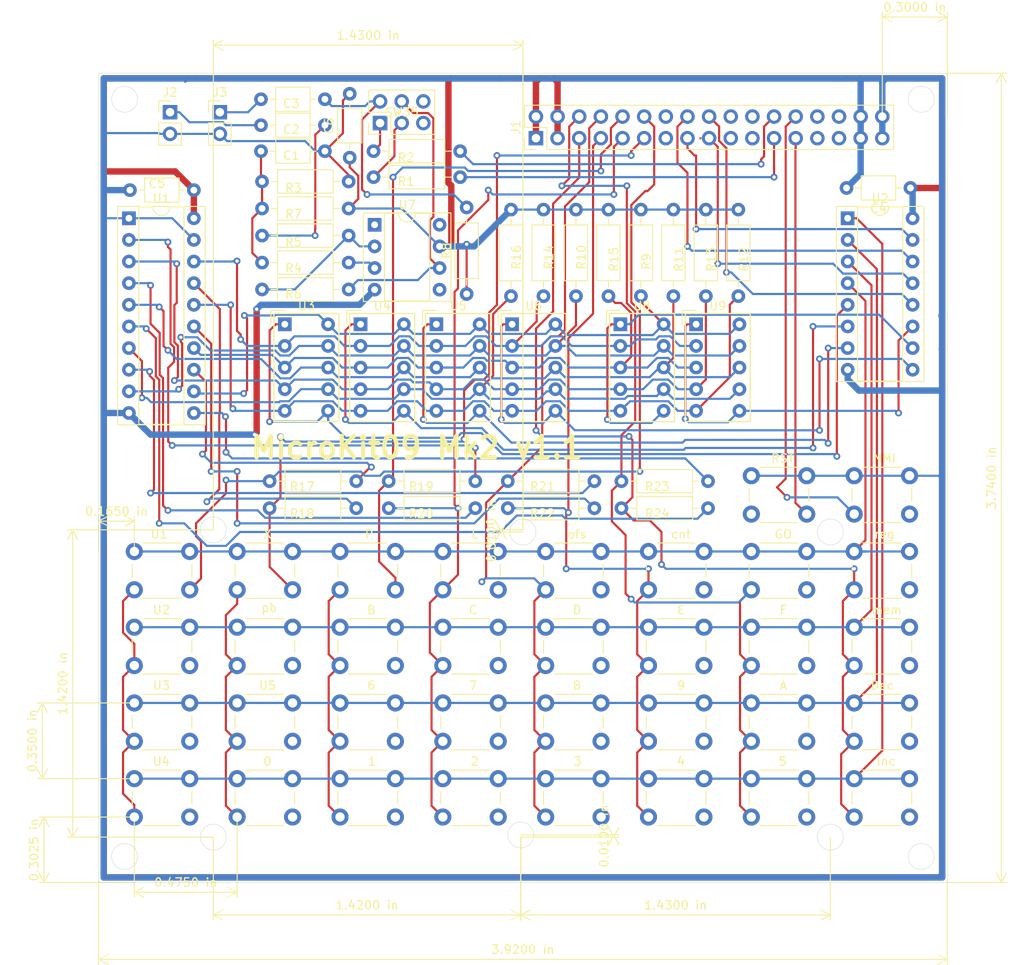
<source format=kicad_pcb>
(kicad_pcb (version 20171130) (host pcbnew 5.1.4-e60b266~84~ubuntu18.04.1)
  (layers (0 F.Cu signal) (31 B.Cu signal) (34 B.Paste user) (35 F.Paste user) (36 B.SilkS user) (37 F.SilkS user) (38 B.Mask user) (39 F.Mask user) (44 Edge.Cuts user))
  (net 0 "")
  (net 1 GND)
  (net 2 "Net-(C1-Pad1)")
  (net 3 "Net-(C2-Pad2)")
  (net 4 "Net-(C3-Pad2)")
  (net 5 +5V)
  (net 6 "Net-(J1-Pad30)")
  (net 7 "Net-(J1-Pad29)")
  (net 8 /FIRQ*)
  (net 9 /IRQ*)
  (net 10 /NMI*)
  (net 11 /RESET*)
  (net 12 /CB2)
  (net 13 /CB1)
  (net 14 /PB7)
  (net 15 /PB6)
  (net 16 /PB5)
  (net 17 /PB4)
  (net 18 /PB3)
  (net 19 /PB2)
  (net 20 /PB1)
  (net 21 /PB0)
  (net 22 /CA2)
  (net 23 /CA1)
  (net 24 /PA7)
  (net 25 /PA6)
  (net 26 /PA5)
  (net 27 /PA4)
  (net 28 /PA3)
  (net 29 /PA2)
  (net 30 /PA1)
  (net 31 /PA0)
  (net 32 "Net-(R2-Pad2)")
  (net 33 "Net-(R4-Pad2)")
  (net 34 "Net-(R5-Pad2)")
  (net 35 "Net-(R6-Pad2)")
  (net 36 "Net-(R9-Pad1)")
  (net 37 "Net-(R10-Pad1)")
  (net 38 "Net-(R11-Pad1)")
  (net 39 "Net-(R12-Pad1)")
  (net 40 "Net-(R13-Pad1)")
  (net 41 "Net-(R14-Pad1)")
  (net 42 "Net-(R15-Pad1)")
  (net 43 "Net-(R16-Pad1)")
  (net 44 "Net-(R17-Pad1)")
  (net 45 "Net-(R18-Pad1)")
  (net 46 "Net-(R19-Pad1)")
  (net 47 "Net-(R20-Pad1)")
  (net 48 "Net-(R21-Pad1)")
  (net 49 "Net-(R22-Pad1)")
  (net 50 "Net-(R23-Pad1)")
  (net 51 "Net-(R24-Pad1)")
  (net 52 /R1)
  (net 53 /R2)
  (net 54 /R3)
  (net 55 /R4)
  (net 56 "Net-(U2-Pad7)")
  (net 57 "Net-(U2-Pad6)")
  (net 58 "Net-(U2-Pad5)")
  (net 59 "Net-(U2-Pad11)")
  (net 60 "Net-(U2-Pad10)")
  (net 61 "Net-(U2-Pad9)")
  (net 62 "Net-(U7-Pad8)")
  (net 63 "Net-(U7-Pad5)")
  (net 64 "Net-(U7-Pad1)")
  (net 65 "Net-(R1-Pad2)")
  (net 66 "Net-(C2-Pad1)")
  (net 67 "Net-(C3-Pad1)")
  (module Package_DIP:DIP-16_W7.62mm_Socket (layer F.Cu) (at 145.796 77.47)
    (fp_text reference U2 (at 3.81 -2.33) (layer F.SilkS))
    (fp_text value 74LS42)
    (pad 16 thru_hole oval (at 7.62 0) (size 1.6 1.6) (drill 0.8) (layers *.Cu *.Mask) (net 5 +5V))
    (pad 8 thru_hole oval (at 0 17.78) (size 1.6 1.6) (drill 0.8) (layers *.Cu *.Mask) (net 1 GND))
    (pad 15 thru_hole oval (at 7.62 2.54) (size 1.6 1.6) (drill 0.8) (layers *.Cu *.Mask) (net 21 /PB0))
    (pad 7 thru_hole oval (at 0 15.24) (size 1.6 1.6) (drill 0.8) (layers *.Cu *.Mask) (net 56 "Net-(U2-Pad7)"))
    (pad 14 thru_hole oval (at 7.62 5.08) (size 1.6 1.6) (drill 0.8) (layers *.Cu *.Mask) (net 20 /PB1))
    (pad 6 thru_hole oval (at 0 12.7) (size 1.6 1.6) (drill 0.8) (layers *.Cu *.Mask) (net 57 "Net-(U2-Pad6)"))
    (pad 13 thru_hole oval (at 7.62 7.62) (size 1.6 1.6) (drill 0.8) (layers *.Cu *.Mask) (net 19 /PB2))
    (pad 5 thru_hole oval (at 0 10.16) (size 1.6 1.6) (drill 0.8) (layers *.Cu *.Mask) (net 58 "Net-(U2-Pad5)"))
    (pad 12 thru_hole oval (at 7.62 10.16) (size 1.6 1.6) (drill 0.8) (layers *.Cu *.Mask) (net 18 /PB3))
    (pad 4 thru_hole oval (at 0 7.62) (size 1.6 1.6) (drill 0.8) (layers *.Cu *.Mask) (net 55 /R4))
    (pad 11 thru_hole oval (at 7.62 12.7) (size 1.6 1.6) (drill 0.8) (layers *.Cu *.Mask) (net 59 "Net-(U2-Pad11)"))
    (pad 3 thru_hole oval (at 0 5.08) (size 1.6 1.6) (drill 0.8) (layers *.Cu *.Mask) (net 54 /R3))
    (pad 10 thru_hole oval (at 7.62 15.24) (size 1.6 1.6) (drill 0.8) (layers *.Cu *.Mask) (net 60 "Net-(U2-Pad10)"))
    (pad 2 thru_hole oval (at 0 2.54) (size 1.6 1.6) (drill 0.8) (layers *.Cu *.Mask) (net 53 /R2))
    (pad 9 thru_hole oval (at 7.62 17.78) (size 1.6 1.6) (drill 0.8) (layers *.Cu *.Mask) (net 61 "Net-(U2-Pad9)"))
    (pad 1 thru_hole rect (at 0 0) (size 1.6 1.6) (drill 0.8) (layers *.Cu *.Mask) (net 52 /R1))
  )
  (module Resistor_THT:R_Axial_DIN0207_L6.3mm_D2.5mm_P10.16mm_Horizontal (layer F.Cu) (at 102.108 108.331 180)
    (fp_text reference R19 (at 6.35 -0.635) (layer F.SilkS))
    (fp_text value 5k6)
    (pad 1 thru_hole circle (at 0 0 180) (size 1.6 1.6) (drill 0.8) (layers *.Cu *.Mask) (net 46 "Net-(R19-Pad1)"))
    (pad 2 thru_hole oval (at 10.16 0 180) (size 1.6 1.6) (drill 0.8) (layers *.Cu *.Mask) (net 26 /PA5))
  )
  (module Button_Switch_THT:SW_PUSH_6mm_H5mm (layer F.Cu) (at 74.168 134.366)
    (fp_text reference SW7 hide)
    (fp_text value U5 (at 3.556 -2.032) (layer F.SilkS))
    (pad 1 thru_hole circle (at 6.5 0 90) (size 2 2) (drill 1.1) (layers *.Cu *.Mask) (net 53 /R2))
    (pad 2 thru_hole circle (at 6.5 4.5 90) (size 2 2) (drill 1.1) (layers *.Cu *.Mask) (net 25 /PA6))
    (pad 1 thru_hole circle (at 0 0 90) (size 2 2) (drill 1.1) (layers *.Cu *.Mask) (net 53 /R2))
    (pad 2 thru_hole circle (at 0 4.5 90) (size 2 2) (drill 1.1) (layers *.Cu *.Mask) (net 25 /PA6))
  )
  (module Connector_PinHeader_2.54mm:PinHeader_2x03_P2.54mm_Vertical (layer F.Cu) (at 90.932 66.294 90)
    (fp_text reference SW35 (at 1.27 2.54 180) (layer F.SilkS))
    (fp_text value Cassette)
    (pad 6 thru_hole oval (at 2.54 5.08 90) (size 1.7 1.7) (drill 1) (layers *.Cu *.Mask))
    (pad 5 thru_hole oval (at 0 5.08 90) (size 1.7 1.7) (drill 1) (layers *.Cu *.Mask))
    (pad 4 thru_hole oval (at 2.54 2.54 90) (size 1.7 1.7) (drill 1) (layers *.Cu *.Mask) (net 35 "Net-(R6-Pad2)"))
    (pad 3 thru_hole oval (at 0 2.54 90) (size 1.7 1.7) (drill 1) (layers *.Cu *.Mask) (net 65 "Net-(R1-Pad2)"))
    (pad 2 thru_hole oval (at 2.54 0 90) (size 1.7 1.7) (drill 1) (layers *.Cu *.Mask) (net 4 "Net-(C3-Pad2)"))
    (pad 1 thru_hole rect (at 0 0 90) (size 1.7 1.7) (drill 1) (layers *.Cu *.Mask) (net 32 "Net-(R2-Pad2)"))
  )
  (module Connector_PinHeader_2.54mm:PinHeader_1x02_P2.54mm_Vertical (layer F.Cu) (at 72.136 65.024)
    (fp_text reference J3 (at 0 -2.33) (layer F.SilkS))
    (fp_text value output)
    (pad 2 thru_hole oval (at 0 2.54) (size 1.7 1.7) (drill 1) (layers *.Cu *.Mask) (net 1 GND))
    (pad 1 thru_hole rect (at 0 0) (size 1.7 1.7) (drill 1) (layers *.Cu *.Mask) (net 67 "Net-(C3-Pad1)"))
  )
  (module Connector_PinHeader_2.54mm:PinHeader_1x02_P2.54mm_Vertical (layer F.Cu) (at 66.294 65.024)
    (fp_text reference J2 (at 0 -2.33) (layer F.SilkS))
    (fp_text value input)
    (pad 2 thru_hole oval (at 0 2.54) (size 1.7 1.7) (drill 1) (layers *.Cu *.Mask) (net 1 GND))
    (pad 1 thru_hole rect (at 0 0) (size 1.7 1.7) (drill 1) (layers *.Cu *.Mask) (net 66 "Net-(C2-Pad1)"))
  )
  (module Button_Switch_THT:SW_PUSH_6mm_H5mm (layer F.Cu) (at 146.558 116.586)
    (fp_text reference SW29 hide)
    (fp_text value reg (at 3.556 -2.032) (layer F.SilkS))
    (pad 1 thru_hole circle (at 6.5 0 90) (size 2 2) (drill 1.1) (layers *.Cu *.Mask) (net 55 /R4))
    (pad 2 thru_hole circle (at 6.5 4.5 90) (size 2 2) (drill 1.1) (layers *.Cu *.Mask) (net 31 /PA0))
    (pad 1 thru_hole circle (at 0 0 90) (size 2 2) (drill 1.1) (layers *.Cu *.Mask) (net 55 /R4))
    (pad 2 thru_hole circle (at 0 4.5 90) (size 2 2) (drill 1.1) (layers *.Cu *.Mask) (net 31 /PA0))
  )
  (module Display_7Segment:HDSP-A151 (layer F.Cu) (at 128.016 89.916)
    (fp_text reference U9 (at 2.54 -2.159) (layer F.SilkS))
    (fp_text value HDSP-A153)
    (pad 10 thru_hole circle (at 5.08 0) (size 1.6 1.6) (drill 0.8) (layers *.Cu *.Mask) (net 36 "Net-(R9-Pad1)"))
    (pad 9 thru_hole circle (at 5.08 2.54) (size 1.6 1.6) (drill 0.8) (layers *.Cu *.Mask) (net 37 "Net-(R10-Pad1)"))
    (pad 8 thru_hole circle (at 5.08 5.08) (size 1.6 1.6) (drill 0.8) (layers *.Cu *.Mask) (net 38 "Net-(R11-Pad1)"))
    (pad 7 thru_hole circle (at 5.08 7.62) (size 1.6 1.6) (drill 0.8) (layers *.Cu *.Mask) (net 43 "Net-(R16-Pad1)"))
    (pad 6 thru_hole circle (at 5.08 10.16) (size 1.6 1.6) (drill 0.8) (layers *.Cu *.Mask) (net 59 "Net-(U2-Pad11)"))
    (pad 5 thru_hole circle (at 0 10.16) (size 1.6 1.6) (drill 0.8) (layers *.Cu *.Mask) (net 39 "Net-(R12-Pad1)"))
    (pad 4 thru_hole circle (at 0 7.62) (size 1.6 1.6) (drill 0.8) (layers *.Cu *.Mask) (net 40 "Net-(R13-Pad1)"))
    (pad 3 thru_hole circle (at 0 5.08) (size 1.6 1.6) (drill 0.8) (layers *.Cu *.Mask) (net 42 "Net-(R15-Pad1)"))
    (pad 2 thru_hole circle (at 0 2.54) (size 1.6 1.6) (drill 0.8) (layers *.Cu *.Mask) (net 41 "Net-(R14-Pad1)"))
    (pad 1 thru_hole rect (at 0 0) (size 1.6 1.6) (drill 0.8) (layers *.Cu *.Mask) (net 59 "Net-(U2-Pad11)"))
  )
  (module Display_7Segment:HDSP-A151 (layer F.Cu) (at 119.126 89.916)
    (fp_text reference U8 (at 2.54 -2.159) (layer F.SilkS))
    (fp_text value HDSP-A153)
    (pad 10 thru_hole circle (at 5.08 0) (size 1.6 1.6) (drill 0.8) (layers *.Cu *.Mask) (net 36 "Net-(R9-Pad1)"))
    (pad 9 thru_hole circle (at 5.08 2.54) (size 1.6 1.6) (drill 0.8) (layers *.Cu *.Mask) (net 37 "Net-(R10-Pad1)"))
    (pad 8 thru_hole circle (at 5.08 5.08) (size 1.6 1.6) (drill 0.8) (layers *.Cu *.Mask) (net 38 "Net-(R11-Pad1)"))
    (pad 7 thru_hole circle (at 5.08 7.62) (size 1.6 1.6) (drill 0.8) (layers *.Cu *.Mask) (net 43 "Net-(R16-Pad1)"))
    (pad 6 thru_hole circle (at 5.08 10.16) (size 1.6 1.6) (drill 0.8) (layers *.Cu *.Mask) (net 60 "Net-(U2-Pad10)"))
    (pad 5 thru_hole circle (at 0 10.16) (size 1.6 1.6) (drill 0.8) (layers *.Cu *.Mask) (net 39 "Net-(R12-Pad1)"))
    (pad 4 thru_hole circle (at 0 7.62) (size 1.6 1.6) (drill 0.8) (layers *.Cu *.Mask) (net 40 "Net-(R13-Pad1)"))
    (pad 3 thru_hole circle (at 0 5.08) (size 1.6 1.6) (drill 0.8) (layers *.Cu *.Mask) (net 42 "Net-(R15-Pad1)"))
    (pad 2 thru_hole circle (at 0 2.54) (size 1.6 1.6) (drill 0.8) (layers *.Cu *.Mask) (net 41 "Net-(R14-Pad1)"))
    (pad 1 thru_hole rect (at 0 0) (size 1.6 1.6) (drill 0.8) (layers *.Cu *.Mask) (net 60 "Net-(U2-Pad10)"))
  )
  (module Package_DIP:DIP-8_W7.62mm_Socket (layer F.Cu) (at 90.297 78.232)
    (fp_text reference U7 (at 3.81 -2.33) (layer F.SilkS))
    (fp_text value CA3140)
    (pad 8 thru_hole oval (at 7.62 0) (size 1.6 1.6) (drill 0.8) (layers *.Cu *.Mask) (net 62 "Net-(U7-Pad8)"))
    (pad 4 thru_hole oval (at 0 7.62) (size 1.6 1.6) (drill 0.8) (layers *.Cu *.Mask) (net 1 GND))
    (pad 7 thru_hole oval (at 7.62 2.54) (size 1.6 1.6) (drill 0.8) (layers *.Cu *.Mask) (net 5 +5V))
    (pad 3 thru_hole oval (at 0 5.08) (size 1.6 1.6) (drill 0.8) (layers *.Cu *.Mask) (net 33 "Net-(R4-Pad2)"))
    (pad 6 thru_hole oval (at 7.62 5.08) (size 1.6 1.6) (drill 0.8) (layers *.Cu *.Mask) (net 35 "Net-(R6-Pad2)"))
    (pad 2 thru_hole oval (at 0 2.54) (size 1.6 1.6) (drill 0.8) (layers *.Cu *.Mask) (net 34 "Net-(R5-Pad2)"))
    (pad 5 thru_hole oval (at 7.62 7.62) (size 1.6 1.6) (drill 0.8) (layers *.Cu *.Mask) (net 63 "Net-(U7-Pad5)"))
    (pad 1 thru_hole rect (at 0 0) (size 1.6 1.6) (drill 0.8) (layers *.Cu *.Mask) (net 64 "Net-(U7-Pad1)"))
  )
  (module Display_7Segment:HDSP-A151 (layer F.Cu) (at 106.426 89.916)
    (fp_text reference U6 (at 2.54 -2.159) (layer F.SilkS))
    (fp_text value HDSP-A153)
    (pad 10 thru_hole circle (at 5.08 0) (size 1.6 1.6) (drill 0.8) (layers *.Cu *.Mask) (net 36 "Net-(R9-Pad1)"))
    (pad 9 thru_hole circle (at 5.08 2.54) (size 1.6 1.6) (drill 0.8) (layers *.Cu *.Mask) (net 37 "Net-(R10-Pad1)"))
    (pad 8 thru_hole circle (at 5.08 5.08) (size 1.6 1.6) (drill 0.8) (layers *.Cu *.Mask) (net 38 "Net-(R11-Pad1)"))
    (pad 7 thru_hole circle (at 5.08 7.62) (size 1.6 1.6) (drill 0.8) (layers *.Cu *.Mask) (net 43 "Net-(R16-Pad1)"))
    (pad 6 thru_hole circle (at 5.08 10.16) (size 1.6 1.6) (drill 0.8) (layers *.Cu *.Mask) (net 61 "Net-(U2-Pad9)"))
    (pad 5 thru_hole circle (at 0 10.16) (size 1.6 1.6) (drill 0.8) (layers *.Cu *.Mask) (net 39 "Net-(R12-Pad1)"))
    (pad 4 thru_hole circle (at 0 7.62) (size 1.6 1.6) (drill 0.8) (layers *.Cu *.Mask) (net 40 "Net-(R13-Pad1)"))
    (pad 3 thru_hole circle (at 0 5.08) (size 1.6 1.6) (drill 0.8) (layers *.Cu *.Mask) (net 42 "Net-(R15-Pad1)"))
    (pad 2 thru_hole circle (at 0 2.54) (size 1.6 1.6) (drill 0.8) (layers *.Cu *.Mask) (net 41 "Net-(R14-Pad1)"))
    (pad 1 thru_hole rect (at 0 0) (size 1.6 1.6) (drill 0.8) (layers *.Cu *.Mask) (net 61 "Net-(U2-Pad9)"))
  )
  (module Display_7Segment:HDSP-A151 (layer F.Cu) (at 97.536 89.916)
    (fp_text reference U5 (at 2.54 -2.159) (layer F.SilkS))
    (fp_text value HDSP-A153)
    (pad 10 thru_hole circle (at 5.08 0) (size 1.6 1.6) (drill 0.8) (layers *.Cu *.Mask) (net 36 "Net-(R9-Pad1)"))
    (pad 9 thru_hole circle (at 5.08 2.54) (size 1.6 1.6) (drill 0.8) (layers *.Cu *.Mask) (net 37 "Net-(R10-Pad1)"))
    (pad 8 thru_hole circle (at 5.08 5.08) (size 1.6 1.6) (drill 0.8) (layers *.Cu *.Mask) (net 38 "Net-(R11-Pad1)"))
    (pad 7 thru_hole circle (at 5.08 7.62) (size 1.6 1.6) (drill 0.8) (layers *.Cu *.Mask) (net 43 "Net-(R16-Pad1)"))
    (pad 6 thru_hole circle (at 5.08 10.16) (size 1.6 1.6) (drill 0.8) (layers *.Cu *.Mask) (net 56 "Net-(U2-Pad7)"))
    (pad 5 thru_hole circle (at 0 10.16) (size 1.6 1.6) (drill 0.8) (layers *.Cu *.Mask) (net 39 "Net-(R12-Pad1)"))
    (pad 4 thru_hole circle (at 0 7.62) (size 1.6 1.6) (drill 0.8) (layers *.Cu *.Mask) (net 40 "Net-(R13-Pad1)"))
    (pad 3 thru_hole circle (at 0 5.08) (size 1.6 1.6) (drill 0.8) (layers *.Cu *.Mask) (net 42 "Net-(R15-Pad1)"))
    (pad 2 thru_hole circle (at 0 2.54) (size 1.6 1.6) (drill 0.8) (layers *.Cu *.Mask) (net 41 "Net-(R14-Pad1)"))
    (pad 1 thru_hole rect (at 0 0) (size 1.6 1.6) (drill 0.8) (layers *.Cu *.Mask) (net 56 "Net-(U2-Pad7)"))
  )
  (module Display_7Segment:HDSP-A151 (layer F.Cu) (at 88.646 89.916)
    (fp_text reference U4 (at 2.54 -2.159) (layer F.SilkS))
    (fp_text value HDSP-A153)
    (pad 10 thru_hole circle (at 5.08 0) (size 1.6 1.6) (drill 0.8) (layers *.Cu *.Mask) (net 36 "Net-(R9-Pad1)"))
    (pad 9 thru_hole circle (at 5.08 2.54) (size 1.6 1.6) (drill 0.8) (layers *.Cu *.Mask) (net 37 "Net-(R10-Pad1)"))
    (pad 8 thru_hole circle (at 5.08 5.08) (size 1.6 1.6) (drill 0.8) (layers *.Cu *.Mask) (net 38 "Net-(R11-Pad1)"))
    (pad 7 thru_hole circle (at 5.08 7.62) (size 1.6 1.6) (drill 0.8) (layers *.Cu *.Mask) (net 43 "Net-(R16-Pad1)"))
    (pad 6 thru_hole circle (at 5.08 10.16) (size 1.6 1.6) (drill 0.8) (layers *.Cu *.Mask) (net 57 "Net-(U2-Pad6)"))
    (pad 5 thru_hole circle (at 0 10.16) (size 1.6 1.6) (drill 0.8) (layers *.Cu *.Mask) (net 39 "Net-(R12-Pad1)"))
    (pad 4 thru_hole circle (at 0 7.62) (size 1.6 1.6) (drill 0.8) (layers *.Cu *.Mask) (net 40 "Net-(R13-Pad1)"))
    (pad 3 thru_hole circle (at 0 5.08) (size 1.6 1.6) (drill 0.8) (layers *.Cu *.Mask) (net 42 "Net-(R15-Pad1)"))
    (pad 2 thru_hole circle (at 0 2.54) (size 1.6 1.6) (drill 0.8) (layers *.Cu *.Mask) (net 41 "Net-(R14-Pad1)"))
    (pad 1 thru_hole rect (at 0 0) (size 1.6 1.6) (drill 0.8) (layers *.Cu *.Mask) (net 57 "Net-(U2-Pad6)"))
  )
  (module Display_7Segment:HDSP-A151 (layer F.Cu) (at 79.756 89.916)
    (fp_text reference U3 (at 2.54 -2.159) (layer F.SilkS))
    (fp_text value HDSP-A153)
    (pad 10 thru_hole circle (at 5.08 0) (size 1.6 1.6) (drill 0.8) (layers *.Cu *.Mask) (net 36 "Net-(R9-Pad1)"))
    (pad 9 thru_hole circle (at 5.08 2.54) (size 1.6 1.6) (drill 0.8) (layers *.Cu *.Mask) (net 37 "Net-(R10-Pad1)"))
    (pad 8 thru_hole circle (at 5.08 5.08) (size 1.6 1.6) (drill 0.8) (layers *.Cu *.Mask) (net 38 "Net-(R11-Pad1)"))
    (pad 7 thru_hole circle (at 5.08 7.62) (size 1.6 1.6) (drill 0.8) (layers *.Cu *.Mask) (net 43 "Net-(R16-Pad1)"))
    (pad 6 thru_hole circle (at 5.08 10.16) (size 1.6 1.6) (drill 0.8) (layers *.Cu *.Mask) (net 58 "Net-(U2-Pad5)"))
    (pad 5 thru_hole circle (at 0 10.16) (size 1.6 1.6) (drill 0.8) (layers *.Cu *.Mask) (net 39 "Net-(R12-Pad1)"))
    (pad 4 thru_hole circle (at 0 7.62) (size 1.6 1.6) (drill 0.8) (layers *.Cu *.Mask) (net 40 "Net-(R13-Pad1)"))
    (pad 3 thru_hole circle (at 0 5.08) (size 1.6 1.6) (drill 0.8) (layers *.Cu *.Mask) (net 42 "Net-(R15-Pad1)"))
    (pad 2 thru_hole circle (at 0 2.54) (size 1.6 1.6) (drill 0.8) (layers *.Cu *.Mask) (net 41 "Net-(R14-Pad1)"))
    (pad 1 thru_hole rect (at 0 0) (size 1.6 1.6) (drill 0.8) (layers *.Cu *.Mask) (net 58 "Net-(U2-Pad5)"))
  )
  (module Package_DIP:DIP-20_W7.62mm_Socket (layer F.Cu) (at 61.468 77.47)
    (fp_text reference U1 (at 3.81 -2.33) (layer F.SilkS))
    (fp_text value 74LS240)
    (pad 20 thru_hole oval (at 7.62 0) (size 1.6 1.6) (drill 0.8) (layers *.Cu *.Mask) (net 5 +5V))
    (pad 10 thru_hole oval (at 0 22.86) (size 1.6 1.6) (drill 0.8) (layers *.Cu *.Mask) (net 1 GND))
    (pad 19 thru_hole oval (at 7.62 2.54) (size 1.6 1.6) (drill 0.8) (layers *.Cu *.Mask) (net 1 GND))
    (pad 9 thru_hole oval (at 0 20.32) (size 1.6 1.6) (drill 0.8) (layers *.Cu *.Mask) (net 37 "Net-(R10-Pad1)"))
    (pad 18 thru_hole oval (at 7.62 5.08) (size 1.6 1.6) (drill 0.8) (layers *.Cu *.Mask) (net 41 "Net-(R14-Pad1)"))
    (pad 8 thru_hole oval (at 0 17.78) (size 1.6 1.6) (drill 0.8) (layers *.Cu *.Mask) (net 48 "Net-(R21-Pad1)"))
    (pad 17 thru_hole oval (at 7.62 7.62) (size 1.6 1.6) (drill 0.8) (layers *.Cu *.Mask) (net 45 "Net-(R18-Pad1)"))
    (pad 7 thru_hole oval (at 0 15.24) (size 1.6 1.6) (drill 0.8) (layers *.Cu *.Mask) (net 43 "Net-(R16-Pad1)"))
    (pad 16 thru_hole oval (at 7.62 10.16) (size 1.6 1.6) (drill 0.8) (layers *.Cu *.Mask) (net 39 "Net-(R12-Pad1)"))
    (pad 6 thru_hole oval (at 0 12.7) (size 1.6 1.6) (drill 0.8) (layers *.Cu *.Mask) (net 51 "Net-(R24-Pad1)"))
    (pad 15 thru_hole oval (at 7.62 12.7) (size 1.6 1.6) (drill 0.8) (layers *.Cu *.Mask) (net 49 "Net-(R22-Pad1)"))
    (pad 5 thru_hole oval (at 0 10.16) (size 1.6 1.6) (drill 0.8) (layers *.Cu *.Mask) (net 38 "Net-(R11-Pad1)"))
    (pad 14 thru_hole oval (at 7.62 15.24) (size 1.6 1.6) (drill 0.8) (layers *.Cu *.Mask) (net 42 "Net-(R15-Pad1)"))
    (pad 4 thru_hole oval (at 0 7.62) (size 1.6 1.6) (drill 0.8) (layers *.Cu *.Mask) (net 47 "Net-(R20-Pad1)"))
    (pad 13 thru_hole oval (at 7.62 17.78) (size 1.6 1.6) (drill 0.8) (layers *.Cu *.Mask) (net 44 "Net-(R17-Pad1)"))
    (pad 3 thru_hole oval (at 0 5.08) (size 1.6 1.6) (drill 0.8) (layers *.Cu *.Mask) (net 40 "Net-(R13-Pad1)"))
    (pad 12 thru_hole oval (at 7.62 20.32) (size 1.6 1.6) (drill 0.8) (layers *.Cu *.Mask) (net 36 "Net-(R9-Pad1)"))
    (pad 2 thru_hole oval (at 0 2.54) (size 1.6 1.6) (drill 0.8) (layers *.Cu *.Mask) (net 46 "Net-(R19-Pad1)"))
    (pad 11 thru_hole oval (at 7.62 22.86) (size 1.6 1.6) (drill 0.8) (layers *.Cu *.Mask) (net 50 "Net-(R23-Pad1)"))
    (pad 1 thru_hole rect (at 0 0) (size 1.6 1.6) (drill 0.8) (layers *.Cu *.Mask) (net 1 GND))
  )
  (module Button_Switch_THT:SW_PUSH_6mm_H5mm (layer F.Cu) (at 134.493 107.696)
    (fp_text reference SW34 hide)
    (fp_text value RST (at 3.683 -2.032) (layer F.SilkS))
    (pad 1 thru_hole circle (at 6.5 0 90) (size 2 2) (drill 1.1) (layers *.Cu *.Mask) (net 1 GND))
    (pad 2 thru_hole circle (at 6.5 4.5 90) (size 2 2) (drill 1.1) (layers *.Cu *.Mask) (net 11 /RESET*))
    (pad 1 thru_hole circle (at 0 0 90) (size 2 2) (drill 1.1) (layers *.Cu *.Mask) (net 1 GND))
    (pad 2 thru_hole circle (at 0 4.5 90) (size 2 2) (drill 1.1) (layers *.Cu *.Mask) (net 11 /RESET*))
  )
  (module Button_Switch_THT:SW_PUSH_6mm_H5mm (layer F.Cu) (at 146.558 107.696)
    (fp_text reference SW33 hide)
    (fp_text value NMI (at 3.556 -2.032) (layer F.SilkS))
    (pad 1 thru_hole circle (at 6.5 0 90) (size 2 2) (drill 1.1) (layers *.Cu *.Mask) (net 1 GND))
    (pad 2 thru_hole circle (at 6.5 4.5 90) (size 2 2) (drill 1.1) (layers *.Cu *.Mask) (net 10 /NMI*))
    (pad 1 thru_hole circle (at 0 0 90) (size 2 2) (drill 1.1) (layers *.Cu *.Mask) (net 1 GND))
    (pad 2 thru_hole circle (at 0 4.5 90) (size 2 2) (drill 1.1) (layers *.Cu *.Mask) (net 10 /NMI*))
  )
  (module Button_Switch_THT:SW_PUSH_6mm_H5mm (layer F.Cu) (at 146.558 143.256)
    (fp_text reference SW32 hide)
    (fp_text value Inc (at 3.75 -2.032) (layer F.SilkS))
    (pad 1 thru_hole circle (at 6.5 0 90) (size 2 2) (drill 1.1) (layers *.Cu *.Mask) (net 52 /R1))
    (pad 2 thru_hole circle (at 6.5 4.5 90) (size 2 2) (drill 1.1) (layers *.Cu *.Mask) (net 31 /PA0))
    (pad 1 thru_hole circle (at 0 0 90) (size 2 2) (drill 1.1) (layers *.Cu *.Mask) (net 52 /R1))
    (pad 2 thru_hole circle (at 0 4.5 90) (size 2 2) (drill 1.1) (layers *.Cu *.Mask) (net 31 /PA0))
  )
  (module Button_Switch_THT:SW_PUSH_6mm_H5mm (layer F.Cu) (at 146.558 134.366)
    (fp_text reference SW31 hide)
    (fp_text value Dec (at 3.302 -2.032) (layer F.SilkS))
    (pad 1 thru_hole circle (at 6.5 0 90) (size 2 2) (drill 1.1) (layers *.Cu *.Mask) (net 53 /R2))
    (pad 2 thru_hole circle (at 6.5 4.5 90) (size 2 2) (drill 1.1) (layers *.Cu *.Mask) (net 31 /PA0))
    (pad 1 thru_hole circle (at 0 0 90) (size 2 2) (drill 1.1) (layers *.Cu *.Mask) (net 53 /R2))
    (pad 2 thru_hole circle (at 0 4.5 90) (size 2 2) (drill 1.1) (layers *.Cu *.Mask) (net 31 /PA0))
  )
  (module Button_Switch_THT:SW_PUSH_6mm_H5mm (layer F.Cu) (at 146.558 125.476)
    (fp_text reference SW30 hide)
    (fp_text value mem (at 3.81 -2.032) (layer F.SilkS))
    (pad 1 thru_hole circle (at 6.5 0 90) (size 2 2) (drill 1.1) (layers *.Cu *.Mask) (net 54 /R3))
    (pad 2 thru_hole circle (at 6.5 4.5 90) (size 2 2) (drill 1.1) (layers *.Cu *.Mask) (net 31 /PA0))
    (pad 1 thru_hole circle (at 0 0 90) (size 2 2) (drill 1.1) (layers *.Cu *.Mask) (net 54 /R3))
    (pad 2 thru_hole circle (at 0 4.5 90) (size 2 2) (drill 1.1) (layers *.Cu *.Mask) (net 31 /PA0))
  )
  (module Button_Switch_THT:SW_PUSH_6mm_H5mm (layer F.Cu) (at 134.493 143.256)
    (fp_text reference SW28 hide)
    (fp_text value 5 (at 3.683 -2.032) (layer F.SilkS))
    (pad 1 thru_hole circle (at 6.5 0 90) (size 2 2) (drill 1.1) (layers *.Cu *.Mask) (net 52 /R1))
    (pad 2 thru_hole circle (at 6.5 4.5 90) (size 2 2) (drill 1.1) (layers *.Cu *.Mask) (net 30 /PA1))
    (pad 1 thru_hole circle (at 0 0 90) (size 2 2) (drill 1.1) (layers *.Cu *.Mask) (net 52 /R1))
    (pad 2 thru_hole circle (at 0 4.5 90) (size 2 2) (drill 1.1) (layers *.Cu *.Mask) (net 30 /PA1))
  )
  (module Button_Switch_THT:SW_PUSH_6mm_H5mm (layer F.Cu) (at 134.493 134.366)
    (fp_text reference SW27 hide)
    (fp_text value A (at 3.75 -2.032) (layer F.SilkS))
    (pad 1 thru_hole circle (at 6.5 0 90) (size 2 2) (drill 1.1) (layers *.Cu *.Mask) (net 53 /R2))
    (pad 2 thru_hole circle (at 6.5 4.5 90) (size 2 2) (drill 1.1) (layers *.Cu *.Mask) (net 30 /PA1))
    (pad 1 thru_hole circle (at 0 0 90) (size 2 2) (drill 1.1) (layers *.Cu *.Mask) (net 53 /R2))
    (pad 2 thru_hole circle (at 0 4.5 90) (size 2 2) (drill 1.1) (layers *.Cu *.Mask) (net 30 /PA1))
  )
  (module Button_Switch_THT:SW_PUSH_6mm_H5mm (layer F.Cu) (at 134.493 125.476)
    (fp_text reference SW26 hide)
    (fp_text value F (at 3.75 -2.032) (layer F.SilkS))
    (pad 1 thru_hole circle (at 6.5 0 90) (size 2 2) (drill 1.1) (layers *.Cu *.Mask) (net 54 /R3))
    (pad 2 thru_hole circle (at 6.5 4.5 90) (size 2 2) (drill 1.1) (layers *.Cu *.Mask) (net 30 /PA1))
    (pad 1 thru_hole circle (at 0 0 90) (size 2 2) (drill 1.1) (layers *.Cu *.Mask) (net 54 /R3))
    (pad 2 thru_hole circle (at 0 4.5 90) (size 2 2) (drill 1.1) (layers *.Cu *.Mask) (net 30 /PA1))
  )
  (module Button_Switch_THT:SW_PUSH_6mm_H5mm (layer F.Cu) (at 134.493 116.586)
    (fp_text reference SW25 hide)
    (fp_text value GO (at 3.75 -2.032) (layer F.SilkS))
    (pad 1 thru_hole circle (at 6.5 0 90) (size 2 2) (drill 1.1) (layers *.Cu *.Mask) (net 55 /R4))
    (pad 2 thru_hole circle (at 6.5 4.5 90) (size 2 2) (drill 1.1) (layers *.Cu *.Mask) (net 30 /PA1))
    (pad 1 thru_hole circle (at 0 0 90) (size 2 2) (drill 1.1) (layers *.Cu *.Mask) (net 55 /R4))
    (pad 2 thru_hole circle (at 0 4.5 90) (size 2 2) (drill 1.1) (layers *.Cu *.Mask) (net 30 /PA1))
  )
  (module Button_Switch_THT:SW_PUSH_6mm_H5mm (layer F.Cu) (at 122.428 143.256)
    (fp_text reference SW24 hide)
    (fp_text value 4 (at 3.81 -2.032) (layer F.SilkS))
    (pad 1 thru_hole circle (at 6.5 0 90) (size 2 2) (drill 1.1) (layers *.Cu *.Mask) (net 52 /R1))
    (pad 2 thru_hole circle (at 6.5 4.5 90) (size 2 2) (drill 1.1) (layers *.Cu *.Mask) (net 29 /PA2))
    (pad 1 thru_hole circle (at 0 0 90) (size 2 2) (drill 1.1) (layers *.Cu *.Mask) (net 52 /R1))
    (pad 2 thru_hole circle (at 0 4.5 90) (size 2 2) (drill 1.1) (layers *.Cu *.Mask) (net 29 /PA2))
  )
  (module Button_Switch_THT:SW_PUSH_6mm_H5mm (layer F.Cu) (at 122.428 134.366)
    (fp_text reference SW23 hide)
    (fp_text value 9 (at 3.81 -2.032) (layer F.SilkS))
    (pad 1 thru_hole circle (at 6.5 0 90) (size 2 2) (drill 1.1) (layers *.Cu *.Mask) (net 53 /R2))
    (pad 2 thru_hole circle (at 6.5 4.5 90) (size 2 2) (drill 1.1) (layers *.Cu *.Mask) (net 29 /PA2))
    (pad 1 thru_hole circle (at 0 0 90) (size 2 2) (drill 1.1) (layers *.Cu *.Mask) (net 53 /R2))
    (pad 2 thru_hole circle (at 0 4.5 90) (size 2 2) (drill 1.1) (layers *.Cu *.Mask) (net 29 /PA2))
  )
  (module Button_Switch_THT:SW_PUSH_6mm_H5mm (layer F.Cu) (at 122.428 125.476)
    (fp_text reference SW22 hide)
    (fp_text value E (at 3.81 -2.032) (layer F.SilkS))
    (pad 1 thru_hole circle (at 6.5 0 90) (size 2 2) (drill 1.1) (layers *.Cu *.Mask) (net 54 /R3))
    (pad 2 thru_hole circle (at 6.5 4.5 90) (size 2 2) (drill 1.1) (layers *.Cu *.Mask) (net 29 /PA2))
    (pad 1 thru_hole circle (at 0 0 90) (size 2 2) (drill 1.1) (layers *.Cu *.Mask) (net 54 /R3))
    (pad 2 thru_hole circle (at 0 4.5 90) (size 2 2) (drill 1.1) (layers *.Cu *.Mask) (net 29 /PA2))
  )
  (module Button_Switch_THT:SW_PUSH_6mm_H5mm (layer F.Cu) (at 122.428 116.586)
    (fp_text reference SW21 hide)
    (fp_text value cnt (at 3.81 -2.032) (layer F.SilkS))
    (pad 1 thru_hole circle (at 6.5 0 90) (size 2 2) (drill 1.1) (layers *.Cu *.Mask) (net 55 /R4))
    (pad 2 thru_hole circle (at 6.5 4.5 90) (size 2 2) (drill 1.1) (layers *.Cu *.Mask) (net 29 /PA2))
    (pad 1 thru_hole circle (at 0 0 90) (size 2 2) (drill 1.1) (layers *.Cu *.Mask) (net 55 /R4))
    (pad 2 thru_hole circle (at 0 4.5 90) (size 2 2) (drill 1.1) (layers *.Cu *.Mask) (net 29 /PA2))
  )
  (module Button_Switch_THT:SW_PUSH_6mm_H5mm (layer F.Cu) (at 110.363 143.256)
    (fp_text reference SW20 hide)
    (fp_text value 3 (at 3.75 -2.032) (layer F.SilkS))
    (pad 1 thru_hole circle (at 6.5 0 90) (size 2 2) (drill 1.1) (layers *.Cu *.Mask) (net 52 /R1))
    (pad 2 thru_hole circle (at 6.5 4.5 90) (size 2 2) (drill 1.1) (layers *.Cu *.Mask) (net 28 /PA3))
    (pad 1 thru_hole circle (at 0 0 90) (size 2 2) (drill 1.1) (layers *.Cu *.Mask) (net 52 /R1))
    (pad 2 thru_hole circle (at 0 4.5 90) (size 2 2) (drill 1.1) (layers *.Cu *.Mask) (net 28 /PA3))
  )
  (module Button_Switch_THT:SW_PUSH_6mm_H5mm (layer F.Cu) (at 110.363 134.366)
    (fp_text reference SW19 hide)
    (fp_text value 8 (at 3.683 -2.032) (layer F.SilkS))
    (pad 1 thru_hole circle (at 6.5 0 90) (size 2 2) (drill 1.1) (layers *.Cu *.Mask) (net 53 /R2))
    (pad 2 thru_hole circle (at 6.5 4.5 90) (size 2 2) (drill 1.1) (layers *.Cu *.Mask) (net 28 /PA3))
    (pad 1 thru_hole circle (at 0 0 90) (size 2 2) (drill 1.1) (layers *.Cu *.Mask) (net 53 /R2))
    (pad 2 thru_hole circle (at 0 4.5 90) (size 2 2) (drill 1.1) (layers *.Cu *.Mask) (net 28 /PA3))
  )
  (module Button_Switch_THT:SW_PUSH_6mm_H5mm (layer F.Cu) (at 110.363 125.476)
    (fp_text reference SW18 hide)
    (fp_text value D (at 3.683 -2.032) (layer F.SilkS))
    (pad 1 thru_hole circle (at 6.5 0 90) (size 2 2) (drill 1.1) (layers *.Cu *.Mask) (net 54 /R3))
    (pad 2 thru_hole circle (at 6.5 4.5 90) (size 2 2) (drill 1.1) (layers *.Cu *.Mask) (net 28 /PA3))
    (pad 1 thru_hole circle (at 0 0 90) (size 2 2) (drill 1.1) (layers *.Cu *.Mask) (net 54 /R3))
    (pad 2 thru_hole circle (at 0 4.5 90) (size 2 2) (drill 1.1) (layers *.Cu *.Mask) (net 28 /PA3))
  )
  (module Button_Switch_THT:SW_PUSH_6mm_H5mm (layer F.Cu) (at 110.363 116.586)
    (fp_text reference SW17 hide)
    (fp_text value ofs (at 3.683 -2.032) (layer F.SilkS))
    (pad 1 thru_hole circle (at 6.5 0 90) (size 2 2) (drill 1.1) (layers *.Cu *.Mask) (net 55 /R4))
    (pad 2 thru_hole circle (at 6.5 4.5 90) (size 2 2) (drill 1.1) (layers *.Cu *.Mask) (net 28 /PA3))
    (pad 1 thru_hole circle (at 0 0 90) (size 2 2) (drill 1.1) (layers *.Cu *.Mask) (net 55 /R4))
    (pad 2 thru_hole circle (at 0 4.5 90) (size 2 2) (drill 1.1) (layers *.Cu *.Mask) (net 28 /PA3))
  )
  (module Button_Switch_THT:SW_PUSH_6mm_H5mm (layer F.Cu) (at 98.298 143.256)
    (fp_text reference SW16 hide)
    (fp_text value 2 (at 3.75 -2.032) (layer F.SilkS))
    (pad 1 thru_hole circle (at 6.5 0 90) (size 2 2) (drill 1.1) (layers *.Cu *.Mask) (net 52 /R1))
    (pad 2 thru_hole circle (at 6.5 4.5 90) (size 2 2) (drill 1.1) (layers *.Cu *.Mask) (net 27 /PA4))
    (pad 1 thru_hole circle (at 0 0 90) (size 2 2) (drill 1.1) (layers *.Cu *.Mask) (net 52 /R1))
    (pad 2 thru_hole circle (at 0 4.5 90) (size 2 2) (drill 1.1) (layers *.Cu *.Mask) (net 27 /PA4))
  )
  (module Button_Switch_THT:SW_PUSH_6mm_H5mm (layer F.Cu) (at 98.298 134.366)
    (fp_text reference SW15 hide)
    (fp_text value 7 (at 3.556 -2.032) (layer F.SilkS))
    (pad 1 thru_hole circle (at 6.5 0 90) (size 2 2) (drill 1.1) (layers *.Cu *.Mask) (net 53 /R2))
    (pad 2 thru_hole circle (at 6.5 4.5 90) (size 2 2) (drill 1.1) (layers *.Cu *.Mask) (net 27 /PA4))
    (pad 1 thru_hole circle (at 0 0 90) (size 2 2) (drill 1.1) (layers *.Cu *.Mask) (net 53 /R2))
    (pad 2 thru_hole circle (at 0 4.5 90) (size 2 2) (drill 1.1) (layers *.Cu *.Mask) (net 27 /PA4))
  )
  (module Button_Switch_THT:SW_PUSH_6mm_H5mm (layer F.Cu) (at 98.298 125.476)
    (fp_text reference SW14 hide)
    (fp_text value C (at 3.556 -2.032) (layer F.SilkS))
    (pad 1 thru_hole circle (at 6.5 0 90) (size 2 2) (drill 1.1) (layers *.Cu *.Mask) (net 54 /R3))
    (pad 2 thru_hole circle (at 6.5 4.5 90) (size 2 2) (drill 1.1) (layers *.Cu *.Mask) (net 27 /PA4))
    (pad 1 thru_hole circle (at 0 0 90) (size 2 2) (drill 1.1) (layers *.Cu *.Mask) (net 54 /R3))
    (pad 2 thru_hole circle (at 0 4.5 90) (size 2 2) (drill 1.1) (layers *.Cu *.Mask) (net 27 /PA4))
  )
  (module Button_Switch_THT:SW_PUSH_6mm_H5mm (layer F.Cu) (at 98.298 116.586)
    (fp_text reference SW13 hide)
    (fp_text value L (at 3.75 -2.032) (layer F.SilkS))
    (pad 1 thru_hole circle (at 6.5 0 90) (size 2 2) (drill 1.1) (layers *.Cu *.Mask) (net 55 /R4))
    (pad 2 thru_hole circle (at 6.5 4.5 90) (size 2 2) (drill 1.1) (layers *.Cu *.Mask) (net 27 /PA4))
    (pad 1 thru_hole circle (at 0 0 90) (size 2 2) (drill 1.1) (layers *.Cu *.Mask) (net 55 /R4))
    (pad 2 thru_hole circle (at 0 4.5 90) (size 2 2) (drill 1.1) (layers *.Cu *.Mask) (net 27 /PA4))
  )
  (module Button_Switch_THT:SW_PUSH_6mm_H5mm (layer F.Cu) (at 86.233 143.256)
    (fp_text reference SW12 hide)
    (fp_text value 1 (at 3.75 -2.032) (layer F.SilkS))
    (pad 1 thru_hole circle (at 6.5 0 90) (size 2 2) (drill 1.1) (layers *.Cu *.Mask) (net 52 /R1))
    (pad 2 thru_hole circle (at 6.5 4.5 90) (size 2 2) (drill 1.1) (layers *.Cu *.Mask) (net 26 /PA5))
    (pad 1 thru_hole circle (at 0 0 90) (size 2 2) (drill 1.1) (layers *.Cu *.Mask) (net 52 /R1))
    (pad 2 thru_hole circle (at 0 4.5 90) (size 2 2) (drill 1.1) (layers *.Cu *.Mask) (net 26 /PA5))
  )
  (module Button_Switch_THT:SW_PUSH_6mm_H5mm (layer F.Cu) (at 86.233 134.366)
    (fp_text reference SW11 hide)
    (fp_text value 6 (at 3.683 -2.032) (layer F.SilkS))
    (pad 1 thru_hole circle (at 6.5 0 90) (size 2 2) (drill 1.1) (layers *.Cu *.Mask) (net 53 /R2))
    (pad 2 thru_hole circle (at 6.5 4.5 90) (size 2 2) (drill 1.1) (layers *.Cu *.Mask) (net 26 /PA5))
    (pad 1 thru_hole circle (at 0 0 90) (size 2 2) (drill 1.1) (layers *.Cu *.Mask) (net 53 /R2))
    (pad 2 thru_hole circle (at 0 4.5 90) (size 2 2) (drill 1.1) (layers *.Cu *.Mask) (net 26 /PA5))
  )
  (module Button_Switch_THT:SW_PUSH_6mm_H5mm (layer F.Cu) (at 86.233 125.476)
    (fp_text reference SW10 hide)
    (fp_text value B (at 3.683 -2.032) (layer F.SilkS))
    (pad 1 thru_hole circle (at 6.5 0 90) (size 2 2) (drill 1.1) (layers *.Cu *.Mask) (net 54 /R3))
    (pad 2 thru_hole circle (at 6.5 4.5 90) (size 2 2) (drill 1.1) (layers *.Cu *.Mask) (net 26 /PA5))
    (pad 1 thru_hole circle (at 0 0 90) (size 2 2) (drill 1.1) (layers *.Cu *.Mask) (net 54 /R3))
    (pad 2 thru_hole circle (at 0 4.5 90) (size 2 2) (drill 1.1) (layers *.Cu *.Mask) (net 26 /PA5))
  )
  (module Button_Switch_THT:SW_PUSH_6mm_H5mm (layer F.Cu) (at 86.233 116.586)
    (fp_text reference SW9 hide)
    (fp_text value P (at 3.429 -2.032) (layer F.SilkS))
    (pad 1 thru_hole circle (at 6.5 0 90) (size 2 2) (drill 1.1) (layers *.Cu *.Mask) (net 55 /R4))
    (pad 2 thru_hole circle (at 6.5 4.5 90) (size 2 2) (drill 1.1) (layers *.Cu *.Mask) (net 26 /PA5))
    (pad 1 thru_hole circle (at 0 0 90) (size 2 2) (drill 1.1) (layers *.Cu *.Mask) (net 55 /R4))
    (pad 2 thru_hole circle (at 0 4.5 90) (size 2 2) (drill 1.1) (layers *.Cu *.Mask) (net 26 /PA5))
  )
  (module Button_Switch_THT:SW_PUSH_6mm_H5mm (layer F.Cu) (at 74.168 143.256)
    (fp_text reference SW8 hide)
    (fp_text value 0 (at 3.556 -2.032) (layer F.SilkS))
    (pad 1 thru_hole circle (at 6.5 0 90) (size 2 2) (drill 1.1) (layers *.Cu *.Mask) (net 52 /R1))
    (pad 2 thru_hole circle (at 6.5 4.5 90) (size 2 2) (drill 1.1) (layers *.Cu *.Mask) (net 25 /PA6))
    (pad 1 thru_hole circle (at 0 0 90) (size 2 2) (drill 1.1) (layers *.Cu *.Mask) (net 52 /R1))
    (pad 2 thru_hole circle (at 0 4.5 90) (size 2 2) (drill 1.1) (layers *.Cu *.Mask) (net 25 /PA6))
  )
  (module Button_Switch_THT:SW_PUSH_6mm_H5mm (layer F.Cu) (at 74.168 125.476)
    (fp_text reference SW6 hide)
    (fp_text value pb (at 3.75 -2.286) (layer F.SilkS))
    (pad 1 thru_hole circle (at 6.5 0 90) (size 2 2) (drill 1.1) (layers *.Cu *.Mask) (net 54 /R3))
    (pad 2 thru_hole circle (at 6.5 4.5 90) (size 2 2) (drill 1.1) (layers *.Cu *.Mask) (net 25 /PA6))
    (pad 1 thru_hole circle (at 0 0 90) (size 2 2) (drill 1.1) (layers *.Cu *.Mask) (net 54 /R3))
    (pad 2 thru_hole circle (at 0 4.5 90) (size 2 2) (drill 1.1) (layers *.Cu *.Mask) (net 25 /PA6))
  )
  (module Button_Switch_THT:SW_PUSH_6mm_H5mm (layer F.Cu) (at 74.168 116.586)
    (fp_text reference SW5 hide)
    (fp_text value X (at 3.556 -2.032) (layer F.SilkS))
    (pad 1 thru_hole circle (at 6.5 0 90) (size 2 2) (drill 1.1) (layers *.Cu *.Mask) (net 55 /R4))
    (pad 2 thru_hole circle (at 6.5 4.5 90) (size 2 2) (drill 1.1) (layers *.Cu *.Mask) (net 25 /PA6))
    (pad 1 thru_hole circle (at 0 0 90) (size 2 2) (drill 1.1) (layers *.Cu *.Mask) (net 55 /R4))
    (pad 2 thru_hole circle (at 0 4.5 90) (size 2 2) (drill 1.1) (layers *.Cu *.Mask) (net 25 /PA6))
  )
  (module Button_Switch_THT:SW_PUSH_6mm_H5mm (layer F.Cu) (at 62.103 143.256)
    (fp_text reference SW4 hide)
    (fp_text value U4 (at 3.175 -2.032) (layer F.SilkS))
    (pad 1 thru_hole circle (at 6.5 0 90) (size 2 2) (drill 1.1) (layers *.Cu *.Mask) (net 52 /R1))
    (pad 2 thru_hole circle (at 6.5 4.5 90) (size 2 2) (drill 1.1) (layers *.Cu *.Mask) (net 24 /PA7))
    (pad 1 thru_hole circle (at 0 0 90) (size 2 2) (drill 1.1) (layers *.Cu *.Mask) (net 52 /R1))
    (pad 2 thru_hole circle (at 0 4.5 90) (size 2 2) (drill 1.1) (layers *.Cu *.Mask) (net 24 /PA7))
  )
  (module Button_Switch_THT:SW_PUSH_6mm_H5mm (layer F.Cu) (at 62.103 134.366)
    (fp_text reference SW3 hide)
    (fp_text value U3 (at 3.175 -2.032) (layer F.SilkS))
    (pad 1 thru_hole circle (at 6.5 0 90) (size 2 2) (drill 1.1) (layers *.Cu *.Mask) (net 53 /R2))
    (pad 2 thru_hole circle (at 6.5 4.5 90) (size 2 2) (drill 1.1) (layers *.Cu *.Mask) (net 24 /PA7))
    (pad 1 thru_hole circle (at 0 0 90) (size 2 2) (drill 1.1) (layers *.Cu *.Mask) (net 53 /R2))
    (pad 2 thru_hole circle (at 0 4.5 90) (size 2 2) (drill 1.1) (layers *.Cu *.Mask) (net 24 /PA7))
  )
  (module Button_Switch_THT:SW_PUSH_6mm_H5mm (layer F.Cu) (at 62.103 125.476)
    (fp_text reference SW2 hide)
    (fp_text value U2 (at 3.175 -2.032) (layer F.SilkS))
    (pad 1 thru_hole circle (at 6.5 0 90) (size 2 2) (drill 1.1) (layers *.Cu *.Mask) (net 54 /R3))
    (pad 2 thru_hole circle (at 6.5 4.5 90) (size 2 2) (drill 1.1) (layers *.Cu *.Mask) (net 24 /PA7))
    (pad 1 thru_hole circle (at 0 0 90) (size 2 2) (drill 1.1) (layers *.Cu *.Mask) (net 54 /R3))
    (pad 2 thru_hole circle (at 0 4.5 90) (size 2 2) (drill 1.1) (layers *.Cu *.Mask) (net 24 /PA7))
  )
  (module Button_Switch_THT:SW_PUSH_6mm_H5mm (layer F.Cu) (at 62.103 116.586)
    (fp_text reference SW1 hide)
    (fp_text value U1 (at 2.921 -2.032) (layer F.SilkS))
    (pad 1 thru_hole circle (at 6.5 0 90) (size 2 2) (drill 1.1) (layers *.Cu *.Mask) (net 55 /R4))
    (pad 2 thru_hole circle (at 6.5 4.5 90) (size 2 2) (drill 1.1) (layers *.Cu *.Mask) (net 24 /PA7))
    (pad 1 thru_hole circle (at 0 0 90) (size 2 2) (drill 1.1) (layers *.Cu *.Mask) (net 55 /R4))
    (pad 2 thru_hole circle (at 0 4.5 90) (size 2 2) (drill 1.1) (layers *.Cu *.Mask) (net 24 /PA7))
  )
  (module Connector_PinHeader_2.54mm:PinHeader_2x17_P2.54mm_Vertical (layer F.Cu) (at 109.22 68.072 90)
    (fp_text reference J1 (at 1.27 -2.33 90) (layer F.SilkS))
    (fp_text value I/O-connector)
    (pad 34 thru_hole oval (at 2.54 40.64 90) (size 1.7 1.7) (drill 1) (layers *.Cu *.Mask) (net 1 GND))
    (pad 33 thru_hole oval (at 0 40.64 90) (size 1.7 1.7) (drill 1) (layers *.Cu *.Mask) (net 1 GND))
    (pad 32 thru_hole oval (at 2.54 38.1 90) (size 1.7 1.7) (drill 1) (layers *.Cu *.Mask) (net 1 GND))
    (pad 31 thru_hole oval (at 0 38.1 90) (size 1.7 1.7) (drill 1) (layers *.Cu *.Mask) (net 1 GND))
    (pad 30 thru_hole oval (at 2.54 35.56 90) (size 1.7 1.7) (drill 1) (layers *.Cu *.Mask) (net 6 "Net-(J1-Pad30)"))
    (pad 29 thru_hole oval (at 0 35.56 90) (size 1.7 1.7) (drill 1) (layers *.Cu *.Mask) (net 7 "Net-(J1-Pad29)"))
    (pad 28 thru_hole oval (at 2.54 33.02 90) (size 1.7 1.7) (drill 1) (layers *.Cu *.Mask) (net 8 /FIRQ*))
    (pad 27 thru_hole oval (at 0 33.02 90) (size 1.7 1.7) (drill 1) (layers *.Cu *.Mask) (net 9 /IRQ*))
    (pad 26 thru_hole oval (at 2.54 30.48 90) (size 1.7 1.7) (drill 1) (layers *.Cu *.Mask) (net 10 /NMI*))
    (pad 25 thru_hole oval (at 0 30.48 90) (size 1.7 1.7) (drill 1) (layers *.Cu *.Mask) (net 11 /RESET*))
    (pad 24 thru_hole oval (at 2.54 27.94 90) (size 1.7 1.7) (drill 1) (layers *.Cu *.Mask) (net 12 /CB2))
    (pad 23 thru_hole oval (at 0 27.94 90) (size 1.7 1.7) (drill 1) (layers *.Cu *.Mask) (net 13 /CB1))
    (pad 22 thru_hole oval (at 2.54 25.4 90) (size 1.7 1.7) (drill 1) (layers *.Cu *.Mask) (net 14 /PB7))
    (pad 21 thru_hole oval (at 0 25.4 90) (size 1.7 1.7) (drill 1) (layers *.Cu *.Mask) (net 15 /PB6))
    (pad 20 thru_hole oval (at 2.54 22.86 90) (size 1.7 1.7) (drill 1) (layers *.Cu *.Mask) (net 16 /PB5))
    (pad 19 thru_hole oval (at 0 22.86 90) (size 1.7 1.7) (drill 1) (layers *.Cu *.Mask) (net 17 /PB4))
    (pad 18 thru_hole oval (at 2.54 20.32 90) (size 1.7 1.7) (drill 1) (layers *.Cu *.Mask) (net 18 /PB3))
    (pad 17 thru_hole oval (at 0 20.32 90) (size 1.7 1.7) (drill 1) (layers *.Cu *.Mask) (net 19 /PB2))
    (pad 16 thru_hole oval (at 2.54 17.78 90) (size 1.7 1.7) (drill 1) (layers *.Cu *.Mask) (net 20 /PB1))
    (pad 15 thru_hole oval (at 0 17.78 90) (size 1.7 1.7) (drill 1) (layers *.Cu *.Mask) (net 21 /PB0))
    (pad 14 thru_hole oval (at 2.54 15.24 90) (size 1.7 1.7) (drill 1) (layers *.Cu *.Mask) (net 22 /CA2))
    (pad 13 thru_hole oval (at 0 15.24 90) (size 1.7 1.7) (drill 1) (layers *.Cu *.Mask) (net 23 /CA1))
    (pad 12 thru_hole oval (at 2.54 12.7 90) (size 1.7 1.7) (drill 1) (layers *.Cu *.Mask) (net 24 /PA7))
    (pad 11 thru_hole oval (at 0 12.7 90) (size 1.7 1.7) (drill 1) (layers *.Cu *.Mask) (net 25 /PA6))
    (pad 10 thru_hole oval (at 2.54 10.16 90) (size 1.7 1.7) (drill 1) (layers *.Cu *.Mask) (net 26 /PA5))
    (pad 9 thru_hole oval (at 0 10.16 90) (size 1.7 1.7) (drill 1) (layers *.Cu *.Mask) (net 27 /PA4))
    (pad 8 thru_hole oval (at 2.54 7.62 90) (size 1.7 1.7) (drill 1) (layers *.Cu *.Mask) (net 28 /PA3))
    (pad 7 thru_hole oval (at 0 7.62 90) (size 1.7 1.7) (drill 1) (layers *.Cu *.Mask) (net 29 /PA2))
    (pad 6 thru_hole oval (at 2.54 5.08 90) (size 1.7 1.7) (drill 1) (layers *.Cu *.Mask) (net 30 /PA1))
    (pad 5 thru_hole oval (at 0 5.08 90) (size 1.7 1.7) (drill 1) (layers *.Cu *.Mask) (net 31 /PA0))
    (pad 4 thru_hole oval (at 2.54 2.54 90) (size 1.7 1.7) (drill 1) (layers *.Cu *.Mask) (net 5 +5V))
    (pad 3 thru_hole oval (at 0 2.54 90) (size 1.7 1.7) (drill 1) (layers *.Cu *.Mask) (net 5 +5V))
    (pad 2 thru_hole oval (at 2.54 0 90) (size 1.7 1.7) (drill 1) (layers *.Cu *.Mask) (net 5 +5V))
    (pad 1 thru_hole rect (at 0 0 90) (size 1.7 1.7) (drill 1) (layers *.Cu *.Mask) (net 5 +5V))
  )
  (module Capacitor_THT:C_Axial_L3.8mm_D2.6mm_P7.50mm_Horizontal (layer F.Cu) (at 87.376 70.358 90)
    (fp_text reference C6 (at 3.75 -2.42 90) (layer F.SilkS))
    (fp_text value 10uF)
    (pad 2 thru_hole oval (at 7.5 0 90) (size 1.6 1.6) (drill 0.8) (layers *.Cu *.Mask) (net 1 GND))
    (pad 1 thru_hole circle (at 0 0 90) (size 1.6 1.6) (drill 0.8) (layers *.Cu *.Mask) (net 5 +5V))
  )
  (module Capacitor_THT:C_Axial_L3.8mm_D2.6mm_P7.50mm_Horizontal (layer F.Cu) (at 69.088 74.168 180)
    (fp_text reference C5 (at 4.318 0.762) (layer F.SilkS))
    (fp_text value 100nF)
    (pad 2 thru_hole oval (at 7.5 0 180) (size 1.6 1.6) (drill 0.8) (layers *.Cu *.Mask) (net 1 GND))
    (pad 1 thru_hole circle (at 0 0 180) (size 1.6 1.6) (drill 0.8) (layers *.Cu *.Mask) (net 5 +5V))
  )
  (module Capacitor_THT:C_Axial_L3.8mm_D2.6mm_P7.50mm_Horizontal (layer F.Cu) (at 153.162 73.914 180)
    (fp_text reference C4 (at 3.75 -2.42) (layer F.SilkS))
    (fp_text value 100nF)
    (pad 2 thru_hole oval (at 7.5 0 180) (size 1.6 1.6) (drill 0.8) (layers *.Cu *.Mask) (net 1 GND))
    (pad 1 thru_hole circle (at 0 0 180) (size 1.6 1.6) (drill 0.8) (layers *.Cu *.Mask) (net 5 +5V))
  )
  (module Capacitor_THT:C_Axial_L3.8mm_D2.6mm_P7.50mm_Horizontal (layer F.Cu) (at 76.962 63.5)
    (fp_text reference C3 (at 3.556 0.508) (layer F.SilkS))
    (fp_text value 100nF)
    (pad 2 thru_hole oval (at 7.5 0) (size 1.6 1.6) (drill 0.8) (layers *.Cu *.Mask) (net 4 "Net-(C3-Pad2)"))
    (pad 1 thru_hole circle (at 0 0) (size 1.6 1.6) (drill 0.8) (layers *.Cu *.Mask) (net 67 "Net-(C3-Pad1)"))
  )
  (module Capacitor_THT:C_Axial_L3.8mm_D2.6mm_P7.50mm_Horizontal (layer F.Cu) (at 76.962 66.548)
    (fp_text reference C2 (at 3.556 0.508) (layer F.SilkS))
    (fp_text value 100nF)
    (pad 2 thru_hole oval (at 7.5 0) (size 1.6 1.6) (drill 0.8) (layers *.Cu *.Mask) (net 3 "Net-(C2-Pad2)"))
    (pad 1 thru_hole circle (at 0 0) (size 1.6 1.6) (drill 0.8) (layers *.Cu *.Mask) (net 66 "Net-(C2-Pad1)"))
  )
  (module Capacitor_THT:C_Axial_L3.8mm_D2.6mm_P7.50mm_Horizontal (layer F.Cu) (at 76.962 69.596)
    (fp_text reference C1 (at 3.556 0.508) (layer F.SilkS))
    (fp_text value 100nF)
    (pad 2 thru_hole oval (at 7.5 0) (size 1.6 1.6) (drill 0.8) (layers *.Cu *.Mask) (net 1 GND))
    (pad 1 thru_hole circle (at 0 0) (size 1.6 1.6) (drill 0.8) (layers *.Cu *.Mask) (net 2 "Net-(C1-Pad1)"))
  )
  (module Resistor_THT:R_Axial_DIN0207_L6.3mm_D2.5mm_P10.16mm_Horizontal (layer F.Cu) (at 100.33 72.644 180)
    (fp_text reference R1 (at 6.35 -0.508) (layer F.SilkS))
    (fp_text value 4k7)
    (pad 1 thru_hole circle (at 0 0 180) (size 1.6 1.6) (drill 0.8) (layers *.Cu *.Mask) (net 13 /CB1))
    (pad 2 thru_hole oval (at 10.16 0 180) (size 1.6 1.6) (drill 0.8) (layers *.Cu *.Mask) (net 65 "Net-(R1-Pad2)"))
  )
  (module Resistor_THT:R_Axial_DIN0207_L6.3mm_D2.5mm_P10.16mm_Horizontal (layer F.Cu) (at 100.33 69.596 180)
    (fp_text reference R2 (at 6.35 -0.762) (layer F.SilkS))
    (fp_text value 4k7)
    (pad 2 thru_hole oval (at 10.16 0 180) (size 1.6 1.6) (drill 0.8) (layers *.Cu *.Mask) (net 32 "Net-(R2-Pad2)"))
    (pad 1 thru_hole circle (at 0 0 180) (size 1.6 1.6) (drill 0.8) (layers *.Cu *.Mask) (net 12 /CB2))
  )
  (module Resistor_THT:R_Axial_DIN0207_L6.3mm_D2.5mm_P10.16mm_Horizontal (layer F.Cu) (at 77.089 76.327)
    (fp_text reference R3 (at 3.683 -2.413) (layer F.SilkS))
    (fp_text value 27k)
    (pad 1 thru_hole circle (at 0 0) (size 1.6 1.6) (drill 0.8) (layers *.Cu *.Mask) (net 2 "Net-(C1-Pad1)"))
    (pad 2 thru_hole oval (at 10.16 0) (size 1.6 1.6) (drill 0.8) (layers *.Cu *.Mask) (net 5 +5V))
  )
  (module Resistor_THT:R_Axial_DIN0207_L6.3mm_D2.5mm_P10.16mm_Horizontal (layer F.Cu) (at 77.089 82.677)
    (fp_text reference R4 (at 3.683 0.635) (layer F.SilkS))
    (fp_text value 10k)
    (pad 2 thru_hole oval (at 10.16 0) (size 1.6 1.6) (drill 0.8) (layers *.Cu *.Mask) (net 33 "Net-(R4-Pad2)"))
    (pad 1 thru_hole circle (at 0 0) (size 1.6 1.6) (drill 0.8) (layers *.Cu *.Mask) (net 2 "Net-(C1-Pad1)"))
  )
  (module Resistor_THT:R_Axial_DIN0207_L6.3mm_D2.5mm_P10.16mm_Horizontal (layer F.Cu) (at 77.089 79.502)
    (fp_text reference R5 (at 3.683 0.762) (layer F.SilkS))
    (fp_text value 10k)
    (pad 2 thru_hole oval (at 10.16 0) (size 1.6 1.6) (drill 0.8) (layers *.Cu *.Mask) (net 34 "Net-(R5-Pad2)"))
    (pad 1 thru_hole circle (at 0 0) (size 1.6 1.6) (drill 0.8) (layers *.Cu *.Mask) (net 3 "Net-(C2-Pad2)"))
  )
  (module Resistor_THT:R_Axial_DIN0207_L6.3mm_D2.5mm_P10.16mm_Horizontal (layer F.Cu) (at 77.089 85.8266)
    (fp_text reference R6 (at 3.683 0.5334) (layer F.SilkS))
    (fp_text value 1M)
    (pad 2 thru_hole oval (at 10.16 0) (size 1.6 1.6) (drill 0.8) (layers *.Cu *.Mask) (net 35 "Net-(R6-Pad2)"))
    (pad 1 thru_hole circle (at 0 0) (size 1.6 1.6) (drill 0.8) (layers *.Cu *.Mask) (net 34 "Net-(R5-Pad2)"))
  )
  (module Resistor_THT:R_Axial_DIN0207_L6.3mm_D2.5mm_P10.16mm_Horizontal (layer F.Cu) (at 87.249 73.152 180)
    (fp_text reference R7 (at 6.477 -3.81) (layer F.SilkS))
    (fp_text value 10k)
    (pad 1 thru_hole circle (at 0 0 180) (size 1.6 1.6) (drill 0.8) (layers *.Cu *.Mask) (net 1 GND))
    (pad 2 thru_hole oval (at 10.16 0 180) (size 1.6 1.6) (drill 0.8) (layers *.Cu *.Mask) (net 2 "Net-(C1-Pad1)"))
  )
  (module Resistor_THT:R_Axial_DIN0207_L6.3mm_D2.5mm_P10.16mm_Horizontal (layer F.Cu) (at 101.092 86.36 90)
    (fp_text reference R8 (at 5.08 -2.37 90) (layer F.SilkS))
    (fp_text value 470)
    (pad 2 thru_hole oval (at 10.16 0 90) (size 1.6 1.6) (drill 0.8) (layers *.Cu *.Mask) (net 4 "Net-(C3-Pad2)"))
    (pad 1 thru_hole circle (at 0 0 90) (size 1.6 1.6) (drill 0.8) (layers *.Cu *.Mask) (net 5 +5V))
  )
  (module Resistor_THT:R_Axial_DIN0207_L6.3mm_D2.5mm_P10.16mm_Horizontal (layer F.Cu) (at 121.539 86.614 90)
    (fp_text reference R9 (at 4.064 0.635 90) (layer F.SilkS))
    (fp_text value 120)
    (pad 1 thru_hole circle (at 0 0 90) (size 1.6 1.6) (drill 0.8) (layers *.Cu *.Mask) (net 36 "Net-(R9-Pad1)"))
    (pad 2 thru_hole oval (at 10.16 0 90) (size 1.6 1.6) (drill 0.8) (layers *.Cu *.Mask) (net 5 +5V))
  )
  (module Resistor_THT:R_Axial_DIN0207_L6.3mm_D2.5mm_P10.16mm_Horizontal (layer F.Cu) (at 113.919 86.614 90)
    (fp_text reference R10 (at 4.572 0.635 90) (layer F.SilkS))
    (fp_text value 120)
    (pad 2 thru_hole oval (at 10.16 0 90) (size 1.6 1.6) (drill 0.8) (layers *.Cu *.Mask) (net 5 +5V))
    (pad 1 thru_hole circle (at 0 0 90) (size 1.6 1.6) (drill 0.8) (layers *.Cu *.Mask) (net 37 "Net-(R10-Pad1)"))
  )
  (module Resistor_THT:R_Axial_DIN0207_L6.3mm_D2.5mm_P10.16mm_Horizontal (layer F.Cu) (at 125.349 86.614 90)
    (fp_text reference R11 (at 4.318 0.635 90) (layer F.SilkS))
    (fp_text value 120)
    (pad 1 thru_hole circle (at 0 0 90) (size 1.6 1.6) (drill 0.8) (layers *.Cu *.Mask) (net 38 "Net-(R11-Pad1)"))
    (pad 2 thru_hole oval (at 10.16 0 90) (size 1.6 1.6) (drill 0.8) (layers *.Cu *.Mask) (net 5 +5V))
  )
  (module Resistor_THT:R_Axial_DIN0207_L6.3mm_D2.5mm_P10.16mm_Horizontal (layer F.Cu) (at 132.969 86.614 90)
    (fp_text reference R12 (at 4.318 0.635 90) (layer F.SilkS))
    (fp_text value 120)
    (pad 1 thru_hole circle (at 0 0 90) (size 1.6 1.6) (drill 0.8) (layers *.Cu *.Mask) (net 39 "Net-(R12-Pad1)"))
    (pad 2 thru_hole oval (at 10.16 0 90) (size 1.6 1.6) (drill 0.8) (layers *.Cu *.Mask) (net 5 +5V))
  )
  (module Resistor_THT:R_Axial_DIN0207_L6.3mm_D2.5mm_P10.16mm_Horizontal (layer F.Cu) (at 129.159 86.614 90)
    (fp_text reference R13 (at 4.318 0.635 90) (layer F.SilkS))
    (fp_text value 120)
    (pad 2 thru_hole oval (at 10.16 0 90) (size 1.6 1.6) (drill 0.8) (layers *.Cu *.Mask) (net 5 +5V))
    (pad 1 thru_hole circle (at 0 0 90) (size 1.6 1.6) (drill 0.8) (layers *.Cu *.Mask) (net 40 "Net-(R13-Pad1)"))
  )
  (module Resistor_THT:R_Axial_DIN0207_L6.3mm_D2.5mm_P10.16mm_Horizontal (layer F.Cu) (at 110.109 86.614 90)
    (fp_text reference R14 (at 4.572 0.635 90) (layer F.SilkS))
    (fp_text value 120)
    (pad 1 thru_hole circle (at 0 0 90) (size 1.6 1.6) (drill 0.8) (layers *.Cu *.Mask) (net 41 "Net-(R14-Pad1)"))
    (pad 2 thru_hole oval (at 10.16 0 90) (size 1.6 1.6) (drill 0.8) (layers *.Cu *.Mask) (net 5 +5V))
  )
  (module Resistor_THT:R_Axial_DIN0207_L6.3mm_D2.5mm_P10.16mm_Horizontal (layer F.Cu) (at 117.729 86.614 90)
    (fp_text reference R15 (at 4.318 0.635 90) (layer F.SilkS))
    (fp_text value 120)
    (pad 2 thru_hole oval (at 10.16 0 90) (size 1.6 1.6) (drill 0.8) (layers *.Cu *.Mask) (net 5 +5V))
    (pad 1 thru_hole circle (at 0 0 90) (size 1.6 1.6) (drill 0.8) (layers *.Cu *.Mask) (net 42 "Net-(R15-Pad1)"))
  )
  (module Resistor_THT:R_Axial_DIN0207_L6.3mm_D2.5mm_P10.16mm_Horizontal (layer F.Cu) (at 106.299 86.614 90)
    (fp_text reference R16 (at 4.572 0.635 90) (layer F.SilkS))
    (fp_text value 120)
    (pad 1 thru_hole circle (at 0 0 90) (size 1.6 1.6) (drill 0.8) (layers *.Cu *.Mask) (net 43 "Net-(R16-Pad1)"))
    (pad 2 thru_hole oval (at 10.16 0 90) (size 1.6 1.6) (drill 0.8) (layers *.Cu *.Mask) (net 5 +5V))
  )
  (module Resistor_THT:R_Axial_DIN0207_L6.3mm_D2.5mm_P10.16mm_Horizontal (layer F.Cu) (at 88.138 108.331 180)
    (fp_text reference R17 (at 6.35 -0.635) (layer F.SilkS))
    (fp_text value 5k6)
    (pad 1 thru_hole circle (at 0 0 180) (size 1.6 1.6) (drill 0.8) (layers *.Cu *.Mask) (net 44 "Net-(R17-Pad1)"))
    (pad 2 thru_hole oval (at 10.16 0 180) (size 1.6 1.6) (drill 0.8) (layers *.Cu *.Mask) (net 24 /PA7))
  )
  (module Resistor_THT:R_Axial_DIN0207_L6.3mm_D2.5mm_P10.16mm_Horizontal (layer F.Cu) (at 88.138 111.506 180)
    (fp_text reference R18 (at 6.35 -0.635) (layer F.SilkS))
    (fp_text value 5k6)
    (pad 2 thru_hole oval (at 10.16 0 180) (size 1.6 1.6) (drill 0.8) (layers *.Cu *.Mask) (net 25 /PA6))
    (pad 1 thru_hole circle (at 0 0 180) (size 1.6 1.6) (drill 0.8) (layers *.Cu *.Mask) (net 45 "Net-(R18-Pad1)"))
  )
  (module Resistor_THT:R_Axial_DIN0207_L6.3mm_D2.5mm_P10.16mm_Horizontal (layer F.Cu) (at 102.108 111.506 180)
    (fp_text reference R20 (at 6.35 -0.635) (layer F.SilkS))
    (fp_text value 5k6)
    (pad 2 thru_hole oval (at 10.16 0 180) (size 1.6 1.6) (drill 0.8) (layers *.Cu *.Mask) (net 27 /PA4))
    (pad 1 thru_hole circle (at 0 0 180) (size 1.6 1.6) (drill 0.8) (layers *.Cu *.Mask) (net 47 "Net-(R20-Pad1)"))
  )
  (module Resistor_THT:R_Axial_DIN0207_L6.3mm_D2.5mm_P10.16mm_Horizontal (layer F.Cu) (at 116.078 108.331 180)
    (fp_text reference R21 (at 6.096 -0.635) (layer F.SilkS))
    (fp_text value 5k6)
    (pad 1 thru_hole circle (at 0 0 180) (size 1.6 1.6) (drill 0.8) (layers *.Cu *.Mask) (net 48 "Net-(R21-Pad1)"))
    (pad 2 thru_hole oval (at 10.16 0 180) (size 1.6 1.6) (drill 0.8) (layers *.Cu *.Mask) (net 28 /PA3))
  )
  (module Resistor_THT:R_Axial_DIN0207_L6.3mm_D2.5mm_P10.16mm_Horizontal (layer F.Cu) (at 116.078 111.506 180)
    (fp_text reference R22 (at 6.096 -0.635) (layer F.SilkS))
    (fp_text value 5k6)
    (pad 2 thru_hole oval (at 10.16 0 180) (size 1.6 1.6) (drill 0.8) (layers *.Cu *.Mask) (net 29 /PA2))
    (pad 1 thru_hole circle (at 0 0 180) (size 1.6 1.6) (drill 0.8) (layers *.Cu *.Mask) (net 49 "Net-(R22-Pad1)"))
  )
  (module Resistor_THT:R_Axial_DIN0207_L6.3mm_D2.5mm_P10.16mm_Horizontal (layer F.Cu) (at 129.413 108.331 180)
    (fp_text reference R23 (at 5.969 -0.635) (layer F.SilkS))
    (fp_text value 5k6)
    (pad 1 thru_hole circle (at 0 0 180) (size 1.6 1.6) (drill 0.8) (layers *.Cu *.Mask) (net 50 "Net-(R23-Pad1)"))
    (pad 2 thru_hole oval (at 10.16 0 180) (size 1.6 1.6) (drill 0.8) (layers *.Cu *.Mask) (net 30 /PA1))
  )
  (module Resistor_THT:R_Axial_DIN0207_L6.3mm_D2.5mm_P10.16mm_Horizontal (layer F.Cu) (at 129.413 111.506 180)
    (fp_text reference R24 (at 5.969 -0.635) (layer F.SilkS))
    (fp_text value 5k6)
    (pad 2 thru_hole oval (at 10.16 0 180) (size 1.6 1.6) (drill 0.8) (layers *.Cu *.Mask) (net 31 /PA0))
    (pad 1 thru_hole circle (at 0 0 180) (size 1.6 1.6) (drill 0.8) (layers *.Cu *.Mask) (net 51 "Net-(R24-Pad1)"))
  )
  (dimension 7.62 (width 0.12) (layer F.SilkS) (gr_text "7,620 mm" (at 153.67 52.578) (layer F.SilkS) (effects (font (size 1 1) (thickness 0.15)))) (feature1 (pts (xy 157.48 65.532) (xy 157.48 53.261579))) (feature2 (pts (xy 149.86 65.532) (xy 149.86 53.261579))) (crossbar (pts (xy 149.86 53.848) (xy 157.48 53.848))) (arrow1a (pts (xy 157.48 53.848) (xy 156.353496 54.434421))) (arrow1b (pts (xy 157.48 53.848) (xy 156.353496 53.261579))) (arrow2a (pts (xy 149.86 53.848) (xy 150.986504 54.434421))) (arrow2b (pts (xy 149.86 53.848) (xy 150.986504 53.261579))))
  (dimension 94.996 (width 0.12) (layer F.SilkS) (gr_text "94,996 mm" (at 165.1 107.95 90) (layer F.SilkS) (effects (font (size 1 1) (thickness 0.15)))) (feature1 (pts (xy 157.48 60.452) (xy 164.416421 60.452))) (feature2 (pts (xy 157.48 155.448) (xy 164.416421 155.448))) (crossbar (pts (xy 163.83 155.448) (xy 163.83 60.452))) (arrow1a (pts (xy 163.83 60.452) (xy 164.416421 61.578504))) (arrow1b (pts (xy 163.83 60.452) (xy 163.243579 61.578504))) (arrow2a (pts (xy 163.83 155.448) (xy 164.416421 154.321496))) (arrow2b (pts (xy 163.83 155.448) (xy 163.243579 154.321496))))
  (dimension 99.568 (width 0.12) (layer F.SilkS) (gr_text "99,568 mm" (at 107.696 165.735) (layer F.SilkS) (effects (font (size 1 1) (thickness 0.15)))) (feature1 (pts (xy 157.48 155.194) (xy 157.48 165.051421))) (feature2 (pts (xy 57.912 155.194) (xy 57.912 165.051421))) (crossbar (pts (xy 57.912 164.465) (xy 157.48 164.465))) (arrow1a (pts (xy 157.48 164.465) (xy 156.353496 165.051421))) (arrow1b (pts (xy 157.48 164.465) (xy 156.353496 163.878579))) (arrow2a (pts (xy 57.912 164.465) (xy 59.038504 165.051421))) (arrow2b (pts (xy 57.912 164.465) (xy 59.038504 163.878579))))
  (dimension 7.6835 (width 0.12) (layer F.SilkS) (gr_text "7,684 mm" (at 50.2285 151.60625 270) (layer F.SilkS) (effects (font (size 1 1) (thickness 0.15)))) (feature1 (pts (xy 62.103 155.448) (xy 50.912079 155.448))) (feature2 (pts (xy 62.103 147.7645) (xy 50.912079 147.7645))) (crossbar (pts (xy 51.4985 147.7645) (xy 51.4985 155.448))) (arrow1a (pts (xy 51.4985 155.448) (xy 50.912079 154.321496))) (arrow1b (pts (xy 51.4985 155.448) (xy 52.084921 154.321496))) (arrow2a (pts (xy 51.4985 147.7645) (xy 50.912079 148.891004))) (arrow2b (pts (xy 51.4985 147.7645) (xy 52.084921 148.891004))))
  (dimension 4.191 (width 0.12) (layer F.SilkS) (gr_text "4,191 mm" (at 60.0075 111.76) (layer F.SilkS) (effects (font (size 1 1) (thickness 0.15)))) (feature1 (pts (xy 57.912 116.586) (xy 57.912 112.443579))) (feature2 (pts (xy 62.103 116.586) (xy 62.103 112.443579))) (crossbar (pts (xy 62.103 113.03) (xy 57.912 113.03))) (arrow1a (pts (xy 57.912 113.03) (xy 59.038504 112.443579))) (arrow1b (pts (xy 57.912 113.03) (xy 59.038504 113.616421))) (arrow2a (pts (xy 62.103 113.03) (xy 60.976496 112.443579))) (arrow2b (pts (xy 62.103 113.03) (xy 60.976496 113.616421))))
  (dimension 8.89 (width 0.12) (layer F.SilkS) (gr_text "8,890 mm" (at 50.038 138.811 90) (layer F.SilkS) (effects (font (size 1 1) (thickness 0.15)))) (feature1 (pts (xy 62.103 134.366) (xy 50.721579 134.366))) (feature2 (pts (xy 62.103 143.256) (xy 50.721579 143.256))) (crossbar (pts (xy 51.308 143.256) (xy 51.308 134.366))) (arrow1a (pts (xy 51.308 134.366) (xy 51.894421 135.492504))) (arrow1b (pts (xy 51.308 134.366) (xy 50.721579 135.492504))) (arrow2a (pts (xy 51.308 143.256) (xy 51.894421 142.129496))) (arrow2b (pts (xy 51.308 143.256) (xy 50.721579 142.129496))))
  (dimension 12.065 (width 0.12) (layer F.SilkS) (gr_text "12,065 mm" (at 68.1355 157.861) (layer F.SilkS) (effects (font (size 1 1) (thickness 0.15)))) (feature1 (pts (xy 74.168 147.701) (xy 74.168 157.177421))) (feature2 (pts (xy 62.103 147.701) (xy 62.103 157.177421))) (crossbar (pts (xy 62.103 156.591) (xy 74.168 156.591))) (arrow1a (pts (xy 74.168 156.591) (xy 73.041496 157.177421))) (arrow1b (pts (xy 74.168 156.591) (xy 73.041496 156.004579))) (arrow2a (pts (xy 62.103 156.591) (xy 63.229504 157.177421))) (arrow2b (pts (xy 62.103 156.591) (xy 63.229504 156.004579))))
  (dimension 0.254 (width 0.12) (layer F.SilkS) (gr_text "0,254 mm" (at 103.886 114.173 270) (layer F.SilkS) (effects (font (size 1 1) (thickness 0.15)))) (feature1 (pts (xy 107.696 114.3) (xy 104.569579 114.3))) (feature2 (pts (xy 107.696 114.046) (xy 104.569579 114.046))) (crossbar (pts (xy 105.156 114.046) (xy 105.156 114.3))) (arrow1a (pts (xy 105.156 114.3) (xy 104.569579 113.173496))) (arrow1b (pts (xy 105.156 114.3) (xy 105.742421 113.173496))) (arrow2a (pts (xy 105.156 114.046) (xy 104.569579 115.172504))) (arrow2b (pts (xy 105.156 114.046) (xy 105.742421 115.172504))))
  (dimension 36.322 (width 0.12) (layer F.SilkS) (gr_text "36,322 mm" (at 89.535 55.88) (layer F.SilkS) (effects (font (size 1 1) (thickness 0.15)))) (feature1 (pts (xy 107.696 114.046) (xy 107.696 56.563579))) (feature2 (pts (xy 71.374 114.046) (xy 71.374 56.563579))) (crossbar (pts (xy 71.374 57.15) (xy 107.696 57.15))) (arrow1a (pts (xy 107.696 57.15) (xy 106.569496 57.736421))) (arrow1b (pts (xy 107.696 57.15) (xy 106.569496 56.563579))) (arrow2a (pts (xy 71.374 57.15) (xy 72.500504 57.736421))) (arrow2b (pts (xy 71.374 57.15) (xy 72.500504 56.563579))))
  (dimension 0.254 (width 0.12) (layer F.SilkS) (gr_text "0,254 mm" (at 119.634 149.987 270) (layer F.SilkS) (effects (font (size 1 1) (thickness 0.15)))) (feature1 (pts (xy 107.442 150.114) (xy 118.950421 150.114))) (feature2 (pts (xy 107.442 149.86) (xy 118.950421 149.86))) (crossbar (pts (xy 118.364 149.86) (xy 118.364 150.114))) (arrow1a (pts (xy 118.364 150.114) (xy 117.777579 148.987496))) (arrow1b (pts (xy 118.364 150.114) (xy 118.950421 148.987496))) (arrow2a (pts (xy 118.364 149.86) (xy 117.777579 150.986504))) (arrow2b (pts (xy 118.364 149.86) (xy 118.950421 150.986504))))
  (dimension 36.068 (width 0.12) (layer F.SilkS) (gr_text "36,068 mm" (at 53.594 132.08 270) (layer F.SilkS) (effects (font (size 1 1) (thickness 0.15)))) (feature1 (pts (xy 71.374 150.114) (xy 54.277579 150.114))) (feature2 (pts (xy 71.374 114.046) (xy 54.277579 114.046))) (crossbar (pts (xy 54.864 114.046) (xy 54.864 150.114))) (arrow1a (pts (xy 54.864 150.114) (xy 54.277579 148.987496))) (arrow1b (pts (xy 54.864 150.114) (xy 55.450421 148.987496))) (arrow2a (pts (xy 54.864 114.046) (xy 54.277579 115.172504))) (arrow2b (pts (xy 54.864 114.046) (xy 55.450421 115.172504))))
  (dimension 36.322 (width 0.12) (layer F.SilkS) (gr_text "36,322 mm" (at 125.603 160.528) (layer F.SilkS) (effects (font (size 1 1) (thickness 0.15)))) (feature1 (pts (xy 107.442 150.114) (xy 107.442 159.844421))) (feature2 (pts (xy 143.764 150.114) (xy 143.764 159.844421))) (crossbar (pts (xy 143.764 159.258) (xy 107.442 159.258))) (arrow1a (pts (xy 107.442 159.258) (xy 108.568504 158.671579))) (arrow1b (pts (xy 107.442 159.258) (xy 108.568504 159.844421))) (arrow2a (pts (xy 143.764 159.258) (xy 142.637496 158.671579))) (arrow2b (pts (xy 143.764 159.258) (xy 142.637496 159.844421))))
  (dimension 36.068 (width 0.12) (layer F.SilkS) (gr_text "36,068 mm" (at 89.408 160.528) (layer F.SilkS) (effects (font (size 1 1) (thickness 0.15)))) (feature1 (pts (xy 107.442 150.114) (xy 107.442 159.844421))) (feature2 (pts (xy 71.374 150.114) (xy 71.374 159.844421))) (crossbar (pts (xy 71.374 159.258) (xy 107.442 159.258))) (arrow1a (pts (xy 107.442 159.258) (xy 106.315496 159.844421))) (arrow1b (pts (xy 107.442 159.258) (xy 106.315496 158.671579))) (arrow2a (pts (xy 71.374 159.258) (xy 72.500504 159.844421))) (arrow2b (pts (xy 71.374 159.258) (xy 72.500504 158.671579))))
  (gr_circle (center 107.696 114.3) (end 109.22 114.3) (layer Edge.Cuts) (width 0.05))
  (gr_circle (center 107.442 149.86) (end 108.966 149.86) (layer Edge.Cuts) (width 0.05))
  (gr_circle (center 143.764 114.3) (end 145.288 114.3) (layer Edge.Cuts) (width 0.05))
  (gr_circle (center 71.374 114.046) (end 72.898 114.046) (layer Edge.Cuts) (width 0.05))
  (gr_circle (center 71.374 150.114) (end 72.898 150.114) (layer Edge.Cuts) (width 0.05))
  (gr_circle (center 143.764 150.114) (end 145.288 150.114) (layer Edge.Cuts) (width 0.05))
  (gr_text "MicroKit09 Mk2 v1.1" (at 95.25 104.394) (layer F.SilkS) (effects (font (size 2.5 2.5) (thickness 0.5))))
  (gr_circle (center 154.432 152.4) (end 155.956 152.4) (layer Edge.Cuts) (width 0.05))
  (gr_circle (center 60.96 152.4) (end 62.484 152.4) (layer Edge.Cuts) (width 0.05))
  (gr_circle (center 60.96 63.5) (end 62.484 63.5) (layer Edge.Cuts) (width 0.05))
  (gr_circle (center 154.432 63.5) (end 155.956 63.5) (layer Edge.Cuts) (width 0.05))
  (gr_line (start 57.912 60.452) (end 57.912 155.448) (layer Edge.Cuts) (width 0.05))
  (gr_line (start 157.48 60.452) (end 57.912 60.452) (layer Edge.Cuts) (width 0.05))
  (gr_line (start 157.48 155.448) (end 157.48 60.452) (layer Edge.Cuts) (width 0.05))
  (gr_line (start 57.912 155.448) (end 157.48 155.448) (layer Edge.Cuts) (width 0.05))
  (segment (start 156.55601 154.84799) (end 156.87999 154.52401) (width 0.75) (layer B.Cu) (net 1))
  (segment (start 58.51201 154.84799) (end 156.55601 154.84799) (width 0.75) (layer B.Cu) (net 1))
  (segment (start 156.87999 154.52401) (end 156.87999 154.84799) (width 0.75) (layer B.Cu) (net 1))
  (segment (start 156.78798 88.9) (end 156.87999 88.99201) (width 0.75) (layer B.Cu) (net 1))
  (segment (start 156.87999 61.05201) (end 156.87999 88.99201) (width 0.75) (layer B.Cu) (net 1))
  (segment (start 58.51201 78.83201) (end 58.51201 87.28399) (width 0.75) (layer B.Cu) (net 1))
  (segment (start 58.60402 71.12) (end 58.51201 71.21201) (width 0.25) (layer B.Cu) (net 1))
  (segment (start 58.51201 69.18001) (end 58.51201 71.21201) (width 0.75) (layer B.Cu) (net 1))
  (segment (start 68.072 61.468) (end 68.48799 61.05201) (width 0.25) (layer B.Cu) (net 1))
  (segment (start 58.51201 61.05201) (end 68.48799 61.05201) (width 0.75) (layer B.Cu) (net 1))
  (segment (start 156.464 107.696) (end 156.87999 108.11199) (width 0.25) (layer B.Cu) (net 1))
  (segment (start 156.87999 154.84799) (end 156.87999 108.11199) (width 0.75) (layer B.Cu) (net 1))
  (segment (start 153.058 107.696) (end 156.464 107.696) (width 0.25) (layer B.Cu) (net 1))
  (segment (start 144.68799 61.05201) (end 145.63401 61.05201) (width 0.75) (layer B.Cu) (net 1))
  (segment (start 58.51201 71.21201) (end 58.51201 74.32999) (width 0.75) (layer B.Cu) (net 1))
  (segment (start 58.674 100.33) (end 58.51201 100.49199) (width 0.75) (layer B.Cu) (net 1))
  (segment (start 61.468 100.33) (end 58.674 100.33) (width 0.75) (layer B.Cu) (net 1))
  (segment (start 58.51201 87.28399) (end 58.51201 100.49199) (width 0.75) (layer B.Cu) (net 1))
  (segment (start 58.51201 100.49199) (end 58.51201 154.84799) (width 0.75) (layer B.Cu) (net 1))
  (segment (start 145.796 96.38137) (end 147.11262 97.69799) (width 0.75) (layer B.Cu) (net 1))
  (segment (start 145.796 95.25) (end 145.796 96.38137) (width 0.75) (layer B.Cu) (net 1))
  (segment (start 147.11262 97.69799) (end 156.87999 97.69799) (width 0.75) (layer B.Cu) (net 1))
  (segment (start 156.87999 108.11199) (end 156.87999 97.69799) (width 0.75) (layer B.Cu) (net 1))
  (segment (start 156.87999 97.69799) (end 156.87999 88.99201) (width 0.75) (layer B.Cu) (net 1))
  (segment (start 88.519 87.63) (end 79.406998 87.63) (width 0.75) (layer B.Cu) (net 1))
  (segment (start 90.297 85.852) (end 88.519 87.63) (width 0.75) (layer B.Cu) (net 1))
  (segment (start 147.972213 107.696) (end 153.058 107.696) (width 0.25) (layer B.Cu) (net 1))
  (segment (start 146.558 107.696) (end 147.972213 107.696) (width 0.25) (layer B.Cu) (net 1))
  (segment (start 134.493 107.696) (end 140.993 107.696) (width 0.25) (layer B.Cu) (net 1))
  (segment (start 140.993 107.696) (end 146.558 107.696) (width 0.25) (layer B.Cu) (net 1))
  (segment (start 72.985999 68.413999) (end 72.136 67.564) (width 0.25) (layer B.Cu) (net 1))
  (segment (start 82.148629 68.413999) (end 72.985999 68.413999) (width 0.25) (layer B.Cu) (net 1))
  (segment (start 83.33063 69.596) (end 82.148629 68.413999) (width 0.25) (layer B.Cu) (net 1))
  (segment (start 84.462 69.596) (end 83.33063 69.596) (width 0.25) (layer B.Cu) (net 1))
  (segment (start 69.088 67.564) (end 72.136 67.564) (width 0.25) (layer B.Cu) (net 1))
  (segment (start 66.294 67.564) (end 69.088 67.564) (width 0.25) (layer B.Cu) (net 1))
  (segment (start 69.24999 61.05201) (end 144.68799 61.05201) (width 0.75) (layer B.Cu) (net 1))
  (segment (start 68.48799 61.05201) (end 69.24999 61.05201) (width 0.75) (layer B.Cu) (net 1))
  (segment (start 85.261999 68.796001) (end 84.462 69.596) (width 0.25) (layer F.Cu) (net 1))
  (segment (start 86.576001 67.481999) (end 85.261999 68.796001) (width 0.25) (layer F.Cu) (net 1))
  (segment (start 86.576001 63.657999) (end 86.576001 67.481999) (width 0.25) (layer F.Cu) (net 1))
  (segment (start 87.376 62.858) (end 86.576001 63.657999) (width 0.25) (layer F.Cu) (net 1))
  (segment (start 87.249 72.383) (end 87.249 73.152) (width 0.25) (layer F.Cu) (net 1))
  (segment (start 84.462 69.596) (end 87.249 72.383) (width 0.25) (layer F.Cu) (net 1))
  (segment (start 64.999909 67.47199) (end 58.51201 67.47199) (width 0.25) (layer B.Cu) (net 1))
  (segment (start 66.294 67.564) (end 65.091919 67.564) (width 0.25) (layer B.Cu) (net 1))
  (segment (start 58.51201 61.05201) (end 58.51201 67.47199) (width 0.75) (layer B.Cu) (net 1))
  (segment (start 65.091919 67.564) (end 64.999909 67.47199) (width 0.25) (layer B.Cu) (net 1))
  (segment (start 58.51201 67.47199) (end 58.51201 69.18001) (width 0.75) (layer B.Cu) (net 1))
  (segment (start 58.51201 74.32999) (end 58.51201 77.30801) (width 0.75) (layer B.Cu) (net 1))
  (segment (start 58.51201 77.30801) (end 58.51201 78.83201) (width 0.75) (layer B.Cu) (net 1))
  (segment (start 79.406998 87.63) (end 76.962 87.63) (width 0.75) (layer B.Cu) (net 1))
  (via (at 76.454 88.138) (size 0.8) (drill 0.4) (layers F.Cu B.Cu) (net 1))
  (segment (start 76.962 87.63) (end 76.454 88.138) (width 0.75) (layer B.Cu) (net 1))
  (via (at 76.2 102.87) (size 0.8) (drill 0.4) (layers F.Cu B.Cu) (net 1))
  (segment (start 76.454 88.138) (end 76.454 102.616) (width 0.75) (layer F.Cu) (net 1))
  (segment (start 76.454 102.616) (end 76.2 102.87) (width 0.75) (layer F.Cu) (net 1))
  (segment (start 64.008 102.87) (end 61.468 100.33) (width 0.75) (layer B.Cu) (net 1))
  (segment (start 76.2 102.87) (end 64.008 102.87) (width 0.75) (layer B.Cu) (net 1))
  (segment (start 58.674 74.168) (end 58.51201 74.32999) (width 0.75) (layer B.Cu) (net 1))
  (segment (start 61.588 74.168) (end 58.674 74.168) (width 0.75) (layer B.Cu) (net 1))
  (segment (start 58.674 77.47) (end 58.51201 77.30801) (width 0.25) (layer B.Cu) (net 1))
  (segment (start 61.468 77.47) (end 58.674 77.47) (width 0.25) (layer B.Cu) (net 1))
  (segment (start 145.63401 61.05201) (end 145.88801 61.05201) (width 0.75) (layer B.Cu) (net 1))
  (segment (start 145.88801 61.05201) (end 147.32 61.05201) (width 0.75) (layer B.Cu) (net 1))
  (segment (start 147.32 61.05201) (end 149.25999 61.05201) (width 0.75) (layer B.Cu) (net 1))
  (segment (start 146.304 73.272) (end 145.662 73.914) (width 0.75) (layer B.Cu) (net 1))
  (segment (start 66.548 77.47) (end 62.518 77.47) (width 0.25) (layer B.Cu) (net 1))
  (segment (start 62.518 77.47) (end 61.468 77.47) (width 0.25) (layer B.Cu) (net 1))
  (segment (start 69.088 80.01) (end 66.548 77.47) (width 0.25) (layer B.Cu) (net 1))
  (segment (start 147.32 68.072) (end 147.32 61.05201) (width 0.75) (layer B.Cu) (net 1))
  (segment (start 149.86 61.468) (end 150.27599 61.05201) (width 0.75) (layer B.Cu) (net 1))
  (segment (start 149.86 68.072) (end 149.86 61.468) (width 0.75) (layer B.Cu) (net 1))
  (segment (start 149.25999 61.05201) (end 150.27599 61.05201) (width 0.75) (layer B.Cu) (net 1))
  (segment (start 150.27599 61.05201) (end 156.87999 61.05201) (width 0.75) (layer B.Cu) (net 1))
  (segment (start 147.32 72.256) (end 145.662 73.914) (width 0.75) (layer B.Cu) (net 1))
  (segment (start 147.32 68.072) (end 147.32 72.256) (width 0.75) (layer B.Cu) (net 1))
  (segment (start 76.962 73.025) (end 77.089 73.152) (width 0.25) (layer F.Cu) (net 2))
  (segment (start 76.962 69.596) (end 76.962 73.025) (width 0.25) (layer F.Cu) (net 2))
  (segment (start 77.089 73.152) (end 77.089 76.327) (width 0.25) (layer F.Cu) (net 2))
  (segment (start 76.289001 81.877001) (end 77.089 82.677) (width 0.25) (layer F.Cu) (net 2))
  (segment (start 75.946 81.534) (end 76.289001 81.877001) (width 0.25) (layer F.Cu) (net 2))
  (segment (start 75.946 77.47) (end 75.946 81.534) (width 0.25) (layer F.Cu) (net 2))
  (segment (start 77.089 76.327) (end 75.946 77.47) (width 0.25) (layer F.Cu) (net 2))
  (segment (start 84.462 66.548) (end 83.336999 67.673001) (width 0.25) (layer F.Cu) (net 3))
  (segment (start 83.336999 67.673001) (end 83.336999 78.702001) (width 0.25) (layer F.Cu) (net 3))
  (via (at 83.312 79.502) (size 0.8) (drill 0.4) (layers F.Cu B.Cu) (net 3))
  (segment (start 77.089 79.502) (end 83.312 79.502) (width 0.25) (layer B.Cu) (net 3))
  (segment (start 83.312 78.727) (end 83.336999 78.702001) (width 0.25) (layer F.Cu) (net 3))
  (segment (start 83.312 79.502) (end 83.312 78.727) (width 0.25) (layer F.Cu) (net 3))
  (segment (start 89.18392 64.299999) (end 85.261999 64.299999) (width 0.25) (layer B.Cu) (net 4))
  (segment (start 89.729919 63.754) (end 89.18392 64.299999) (width 0.25) (layer B.Cu) (net 4))
  (segment (start 85.261999 64.299999) (end 84.462 63.5) (width 0.25) (layer B.Cu) (net 4))
  (segment (start 90.932 63.754) (end 89.729919 63.754) (width 0.25) (layer B.Cu) (net 4))
  (via (at 89.408 74.676) (size 0.8) (drill 0.4) (layers F.Cu B.Cu) (net 4))
  (segment (start 101.092 76.2) (end 99.568 74.676) (width 0.25) (layer B.Cu) (net 4))
  (segment (start 99.568 74.676) (end 89.408 74.676) (width 0.25) (layer B.Cu) (net 4))
  (segment (start 90.082001 64.603999) (end 90.932 63.754) (width 0.25) (layer F.Cu) (net 4))
  (segment (start 88.824011 65.861989) (end 90.082001 64.603999) (width 0.25) (layer F.Cu) (net 4))
  (segment (start 88.824011 74.092011) (end 88.824011 65.861989) (width 0.25) (layer F.Cu) (net 4))
  (segment (start 89.408 74.676) (end 88.824011 74.092011) (width 0.25) (layer F.Cu) (net 4))
  (segment (start 58.51201 154.84799) (end 156.55601 154.84799) (width 0.75) (layer F.Cu) (net 5))
  (segment (start 156.55601 154.84799) (end 156.87999 154.84799) (width 0.75) (layer F.Cu) (net 5))
  (segment (start 156.845 92.837) (end 156.87999 92.87199) (width 0.75) (layer F.Cu) (net 5))
  (segment (start 156.87999 154.84799) (end 156.87999 92.87199) (width 0.75) (layer F.Cu) (net 5))
  (segment (start 156.87999 61.05201) (end 156.87999 73.24401) (width 0.75) (layer F.Cu) (net 5))
  (segment (start 69.088 74.168) (end 69.088 77.47) (width 0.75) (layer F.Cu) (net 5))
  (segment (start 66.89401 71.97401) (end 58.51201 71.97401) (width 0.75) (layer F.Cu) (net 5))
  (segment (start 69.088 74.168) (end 66.89401 71.97401) (width 0.75) (layer F.Cu) (net 5))
  (segment (start 58.51201 61.05201) (end 58.51201 71.97401) (width 0.75) (layer F.Cu) (net 5))
  (segment (start 58.51201 71.97401) (end 58.51201 154.84799) (width 0.75) (layer F.Cu) (net 5))
  (segment (start 153.416 74.168) (end 153.162 73.914) (width 0.75) (layer B.Cu) (net 5))
  (segment (start 153.416 77.47) (end 153.416 74.168) (width 0.75) (layer B.Cu) (net 5))
  (segment (start 156.87999 73.24401) (end 156.87999 74.07599) (width 0.75) (layer F.Cu) (net 5))
  (segment (start 156.87999 74.07599) (end 156.87999 92.87199) (width 0.75) (layer F.Cu) (net 5))
  (segment (start 98.954999 61.319001) (end 99.22199 61.05201) (width 0.75) (layer F.Cu) (net 5))
  (segment (start 99.292001 73.641003) (end 98.954999 73.304001) (width 0.75) (layer F.Cu) (net 5))
  (segment (start 99.04837 80.772) (end 99.292001 80.528369) (width 0.75) (layer F.Cu) (net 5))
  (segment (start 97.917 80.772) (end 99.04837 80.772) (width 0.75) (layer F.Cu) (net 5))
  (segment (start 99.22199 61.05201) (end 58.51201 61.05201) (width 0.75) (layer F.Cu) (net 5))
  (segment (start 98.954999 73.304001) (end 98.954999 61.319001) (width 0.75) (layer F.Cu) (net 5))
  (segment (start 106.68 61.05201) (end 104.99401 61.05201) (width 0.75) (layer F.Cu) (net 5))
  (segment (start 104.99401 61.05201) (end 99.22199 61.05201) (width 0.75) (layer F.Cu) (net 5))
  (segment (start 99.292001 80.528369) (end 99.292001 77.745999) (width 0.75) (layer F.Cu) (net 5))
  (segment (start 99.292001 77.745999) (end 99.292001 73.641003) (width 0.75) (layer F.Cu) (net 5))
  (segment (start 131.83763 76.454) (end 106.299 76.454) (width 0.25) (layer B.Cu) (net 5))
  (segment (start 132.969 76.454) (end 131.83763 76.454) (width 0.25) (layer B.Cu) (net 5))
  (segment (start 98.171 81.026) (end 97.917 80.772) (width 0.25) (layer B.Cu) (net 5))
  (segment (start 93.472 76.327) (end 87.249 76.327) (width 0.25) (layer B.Cu) (net 5))
  (segment (start 97.917 80.772) (end 93.472 76.327) (width 0.25) (layer B.Cu) (net 5))
  (segment (start 88.048999 75.527001) (end 87.249 76.327) (width 0.25) (layer F.Cu) (net 5))
  (segment (start 88.374001 75.201999) (end 88.048999 75.527001) (width 0.25) (layer F.Cu) (net 5))
  (segment (start 88.374001 72.487371) (end 88.374001 75.201999) (width 0.25) (layer F.Cu) (net 5))
  (segment (start 87.376 71.48937) (end 88.374001 72.487371) (width 0.25) (layer F.Cu) (net 5))
  (segment (start 87.376 70.358) (end 87.376 71.48937) (width 0.25) (layer F.Cu) (net 5))
  (segment (start 156.718 73.914) (end 156.87999 74.07599) (width 0.75) (layer F.Cu) (net 5))
  (segment (start 153.162 73.914) (end 156.718 73.914) (width 0.75) (layer F.Cu) (net 5))
  (segment (start 101.981 80.772) (end 97.917 80.772) (width 0.75) (layer B.Cu) (net 5))
  (segment (start 106.299 76.454) (end 101.981 80.772) (width 0.75) (layer B.Cu) (net 5))
  (segment (start 101.092 81.026) (end 101.092 81.026) (width 0.25) (layer F.Cu) (net 5))
  (segment (start 101.092 86.36) (end 101.092 81.026) (width 0.25) (layer F.Cu) (net 5))
  (segment (start 101.092 81.026) (end 101.092 80.518006) (width 0.25) (layer F.Cu) (net 5))
  (via (at 101.092 80.518006) (size 0.8) (drill 0.4) (layers F.Cu B.Cu) (net 5))
  (segment (start 106.68 61.05201) (end 108.11199 61.05201) (width 0.75) (layer F.Cu) (net 5))
  (segment (start 108.11199 61.05201) (end 108.966 61.05201) (width 0.75) (layer F.Cu) (net 5))
  (segment (start 109.22 68.072) (end 109.22 61.468) (width 0.75) (layer F.Cu) (net 5))
  (segment (start 108.966 61.05201) (end 109.63599 61.05201) (width 0.75) (layer F.Cu) (net 5))
  (segment (start 109.22 61.468) (end 109.63599 61.05201) (width 0.75) (layer F.Cu) (net 5))
  (segment (start 109.63599 61.05201) (end 110.32801 61.05201) (width 0.75) (layer F.Cu) (net 5))
  (segment (start 111.76 68.072) (end 111.76 61.468) (width 0.75) (layer F.Cu) (net 5))
  (segment (start 111.76 61.468) (end 111.34401 61.05201) (width 0.75) (layer F.Cu) (net 5))
  (segment (start 110.32801 61.05201) (end 111.34401 61.05201) (width 0.75) (layer F.Cu) (net 5))
  (segment (start 111.34401 61.05201) (end 156.87999 61.05201) (width 0.75) (layer F.Cu) (net 5))
  (via (at 138.684 110.236) (size 0.8) (drill 0.4) (layers F.Cu B.Cu) (net 10))
  (segment (start 146.558 112.196) (end 144.598 110.236) (width 0.25) (layer B.Cu) (net 10))
  (segment (start 144.598 110.236) (end 138.684 110.236) (width 0.25) (layer B.Cu) (net 10))
  (segment (start 138.684 110.236) (end 137.508999 109.060999) (width 0.25) (layer F.Cu) (net 10))
  (segment (start 138.524999 66.707001) (end 138.850001 66.381999) (width 0.25) (layer F.Cu) (net 10))
  (segment (start 138.850001 66.381999) (end 139.7 65.532) (width 0.25) (layer F.Cu) (net 10))
  (segment (start 138.524999 108.044999) (end 138.524999 66.707001) (width 0.25) (layer F.Cu) (net 10))
  (segment (start 137.508999 109.060999) (end 138.524999 108.044999) (width 0.25) (layer F.Cu) (net 10))
  (segment (start 139.667999 110.870999) (end 140.1285 111.3315) (width 0.25) (layer F.Cu) (net 11))
  (segment (start 139.667999 69.306082) (end 139.667999 110.870999) (width 0.25) (layer F.Cu) (net 11))
  (segment (start 139.7 69.274081) (end 139.667999 69.306082) (width 0.25) (layer F.Cu) (net 11))
  (segment (start 139.7 68.072) (end 139.7 69.274081) (width 0.25) (layer F.Cu) (net 11))
  (segment (start 140.1285 111.3315) (end 140.993 112.196) (width 0.25) (layer F.Cu) (net 11))
  (segment (start 101.854 71.12) (end 100.33 69.596) (width 0.25) (layer B.Cu) (net 12))
  (segment (start 132.295002 71.12) (end 101.854 71.12) (width 0.25) (layer B.Cu) (net 12))
  (via (at 135.636 71.12) (size 0.8) (drill 0.4) (layers F.Cu B.Cu) (net 12))
  (segment (start 132.295002 71.12) (end 135.636 71.12) (width 0.25) (layer B.Cu) (net 12))
  (segment (start 135.984999 66.707001) (end 136.310001 66.381999) (width 0.25) (layer F.Cu) (net 12))
  (segment (start 135.984999 70.205316) (end 135.984999 66.707001) (width 0.25) (layer F.Cu) (net 12))
  (segment (start 135.636 70.554315) (end 135.984999 70.205316) (width 0.25) (layer F.Cu) (net 12))
  (segment (start 136.310001 66.381999) (end 137.16 65.532) (width 0.25) (layer F.Cu) (net 12))
  (segment (start 135.636 71.12) (end 135.636 70.554315) (width 0.25) (layer F.Cu) (net 12))
  (segment (start 131.572 72.644) (end 100.33 72.644) (width 0.25) (layer B.Cu) (net 13))
  (via (at 137.16 72.644) (size 0.8) (drill 0.4) (layers F.Cu B.Cu) (net 13))
  (segment (start 137.16 68.072) (end 137.16 72.644) (width 0.25) (layer F.Cu) (net 13))
  (segment (start 137.16 72.644) (end 131.572 72.644) (width 0.25) (layer B.Cu) (net 13))
  (via (at 131.572 83.82) (size 0.8) (drill 0.4) (layers F.Cu B.Cu) (net 18))
  (segment (start 132.137685 83.82) (end 131.572 83.82) (width 0.25) (layer B.Cu) (net 18))
  (segment (start 134.677685 86.36) (end 132.137685 83.82) (width 0.25) (layer B.Cu) (net 18))
  (segment (start 153.416 87.63) (end 152.146 86.36) (width 0.25) (layer B.Cu) (net 18))
  (segment (start 152.146 86.36) (end 134.677685 86.36) (width 0.25) (layer B.Cu) (net 18))
  (segment (start 130.389999 66.381999) (end 129.54 65.532) (width 0.25) (layer F.Cu) (net 18))
  (segment (start 130.715001 66.707001) (end 130.389999 66.381999) (width 0.25) (layer F.Cu) (net 18))
  (segment (start 130.715001 68.390002) (end 130.715001 66.707001) (width 0.25) (layer F.Cu) (net 18))
  (segment (start 131.572 69.247001) (end 130.715001 68.390002) (width 0.25) (layer F.Cu) (net 18))
  (segment (start 131.572 83.82) (end 131.572 69.247001) (width 0.25) (layer F.Cu) (net 18))
  (via (at 130.556 82.804) (size 0.8) (drill 0.4) (layers F.Cu B.Cu) (net 19))
  (segment (start 144.095 82.804) (end 130.556 82.804) (width 0.25) (layer B.Cu) (net 19))
  (segment (start 145.255999 83.964999) (end 144.095 82.804) (width 0.25) (layer B.Cu) (net 19))
  (segment (start 153.416 85.09) (end 152.290999 83.964999) (width 0.25) (layer B.Cu) (net 19))
  (segment (start 152.290999 83.964999) (end 145.255999 83.964999) (width 0.25) (layer B.Cu) (net 19))
  (segment (start 128.524 68.09741) (end 128.524 68.072) (width 0.25) (layer F.Cu) (net 19))
  (segment (start 130.556 69.088) (end 129.54 68.072) (width 0.25) (layer F.Cu) (net 19))
  (segment (start 130.556 82.804) (end 130.556 69.088) (width 0.25) (layer F.Cu) (net 19))
  (via (at 127 80.772012) (size 0.8) (drill 0.4) (layers F.Cu B.Cu) (net 20))
  (segment (start 153.416 82.55) (end 152.146002 81.280002) (width 0.25) (layer B.Cu) (net 20))
  (segment (start 152.146002 81.280002) (end 127.50799 81.280002) (width 0.25) (layer B.Cu) (net 20))
  (segment (start 127.399999 81.172011) (end 127 80.772012) (width 0.25) (layer B.Cu) (net 20))
  (segment (start 127.50799 81.280002) (end 127.399999 81.172011) (width 0.25) (layer B.Cu) (net 20))
  (segment (start 127 80.206327) (end 127 80.772012) (width 0.25) (layer F.Cu) (net 20))
  (segment (start 127 72.136) (end 127 80.206327) (width 0.25) (layer F.Cu) (net 20))
  (segment (start 125.824999 70.960999) (end 127 72.136) (width 0.25) (layer F.Cu) (net 20))
  (segment (start 127 65.532) (end 125.824999 66.707001) (width 0.25) (layer F.Cu) (net 20))
  (segment (start 125.824999 66.707001) (end 125.824999 70.960999) (width 0.25) (layer F.Cu) (net 20))
  (via (at 128.015998 78.74) (size 0.8) (drill 0.4) (layers F.Cu B.Cu) (net 21))
  (segment (start 128.015998 78.174315) (end 128.015998 78.74) (width 0.25) (layer F.Cu) (net 21))
  (segment (start 128.581683 78.74) (end 128.015998 78.74) (width 0.25) (layer B.Cu) (net 21))
  (segment (start 153.416 80.01) (end 152.146 78.74) (width 0.25) (layer B.Cu) (net 21))
  (segment (start 128.015998 70.103998) (end 128.015998 78.174315) (width 0.25) (layer F.Cu) (net 21))
  (segment (start 152.146 78.74) (end 128.581683 78.74) (width 0.25) (layer B.Cu) (net 21))
  (segment (start 127.829917 70.103998) (end 128.015998 70.103998) (width 0.25) (layer F.Cu) (net 21))
  (segment (start 127 69.274081) (end 127.829917 70.103998) (width 0.25) (layer F.Cu) (net 21))
  (segment (start 127 68.072) (end 127 69.274081) (width 0.25) (layer F.Cu) (net 21))
  (segment (start 61.103001 139.865999) (end 62.103 138.866) (width 0.25) (layer F.Cu) (net 24))
  (segment (start 60.777999 140.191001) (end 61.103001 139.865999) (width 0.25) (layer F.Cu) (net 24))
  (segment (start 60.777999 145.016786) (end 60.777999 140.191001) (width 0.25) (layer F.Cu) (net 24))
  (segment (start 62.103 146.341787) (end 60.777999 145.016786) (width 0.25) (layer F.Cu) (net 24))
  (segment (start 62.103 147.756) (end 62.103 146.341787) (width 0.25) (layer F.Cu) (net 24))
  (segment (start 61.103001 130.975999) (end 62.103 129.976) (width 0.25) (layer F.Cu) (net 24))
  (segment (start 60.777999 131.301001) (end 61.103001 130.975999) (width 0.25) (layer F.Cu) (net 24))
  (segment (start 60.777999 137.540999) (end 60.777999 131.301001) (width 0.25) (layer F.Cu) (net 24))
  (segment (start 62.103 138.866) (end 60.777999 137.540999) (width 0.25) (layer F.Cu) (net 24))
  (segment (start 60.777999 122.411001) (end 61.103001 122.085999) (width 0.25) (layer F.Cu) (net 24))
  (segment (start 60.777999 126.112001) (end 60.777999 122.411001) (width 0.25) (layer F.Cu) (net 24))
  (segment (start 61.103001 122.085999) (end 62.103 121.086) (width 0.25) (layer F.Cu) (net 24))
  (segment (start 62.103 127.437002) (end 60.777999 126.112001) (width 0.25) (layer F.Cu) (net 24))
  (segment (start 62.103 129.976) (end 62.103 127.437002) (width 0.25) (layer F.Cu) (net 24))
  (segment (start 69.928001 119.760999) (end 69.602999 120.086001) (width 0.25) (layer F.Cu) (net 24))
  (segment (start 69.602999 120.086001) (end 68.603 121.086) (width 0.25) (layer F.Cu) (net 24))
  (segment (start 69.928001 115.249629) (end 69.928001 115.394001) (width 0.25) (layer F.Cu) (net 24))
  (segment (start 69.928001 115.394001) (end 69.928001 119.760999) (width 0.25) (layer F.Cu) (net 24))
  (segment (start 120.413999 87.334199) (end 121.412 88.3322) (width 0.25) (layer F.Cu) (net 24))
  (segment (start 121.412 88.3322) (end 121.412 106.622315) (width 0.25) (layer F.Cu) (net 24))
  (via (at 121.412 107.188) (size 0.8) (drill 0.4) (layers F.Cu B.Cu) (net 24))
  (segment (start 121.412 106.622315) (end 121.412 107.188) (width 0.25) (layer F.Cu) (net 24))
  (segment (start 120.413999 75.913999) (end 120.413999 87.334199) (width 0.25) (layer F.Cu) (net 24))
  (via (at 72.86101 108.204) (size 0.8) (drill 0.4) (layers F.Cu B.Cu) (net 24))
  (segment (start 77.978 108.331) (end 72.98801 108.331) (width 0.25) (layer B.Cu) (net 24))
  (segment (start 72.98801 108.331) (end 72.86101 108.204) (width 0.25) (layer B.Cu) (net 24))
  (segment (start 69.928001 115.394001) (end 69.342 114.808) (width 0.25) (layer F.Cu) (net 24))
  (segment (start 72.86101 108.769685) (end 72.86101 108.204) (width 0.25) (layer F.Cu) (net 24))
  (segment (start 72.86101 109.76499) (end 72.86101 108.769685) (width 0.25) (layer F.Cu) (net 24))
  (segment (start 69.342 114.808) (end 69.342 113.284) (width 0.25) (layer F.Cu) (net 24))
  (segment (start 69.342 113.284) (end 72.86101 109.76499) (width 0.25) (layer F.Cu) (net 24))
  (segment (start 121.394001 107.205999) (end 121.412 107.188) (width 0.25) (layer B.Cu) (net 24))
  (segment (start 79.103001 107.205999) (end 88.678001 107.205999) (width 0.25) (layer B.Cu) (net 24))
  (segment (start 77.978 108.331) (end 79.103001 107.205999) (width 0.25) (layer B.Cu) (net 24))
  (segment (start 89.168002 107.696) (end 90.917998 107.696) (width 0.25) (layer B.Cu) (net 24))
  (segment (start 88.678001 107.205999) (end 89.168002 107.696) (width 0.25) (layer B.Cu) (net 24))
  (segment (start 90.917998 107.696) (end 91.407999 107.205999) (width 0.25) (layer B.Cu) (net 24))
  (segment (start 91.407999 107.205999) (end 121.394001 107.205999) (width 0.25) (layer B.Cu) (net 24))
  (segment (start 123.095001 66.707001) (end 123.095001 73.500999) (width 0.25) (layer F.Cu) (net 24))
  (segment (start 121.92 65.532) (end 123.095001 66.707001) (width 0.25) (layer F.Cu) (net 24))
  (segment (start 122.308001 74.287999) (end 122.039999 74.287999) (width 0.25) (layer F.Cu) (net 24))
  (segment (start 123.095001 73.500999) (end 122.308001 74.287999) (width 0.25) (layer F.Cu) (net 24))
  (segment (start 122.079001 74.248997) (end 122.039999 74.287999) (width 0.25) (layer F.Cu) (net 24))
  (segment (start 122.039999 74.287999) (end 120.413999 75.913999) (width 0.25) (layer F.Cu) (net 24))
  (segment (start 73.168001 137.866001) (end 74.168 138.866) (width 0.25) (layer F.Cu) (net 25))
  (segment (start 72.842999 137.540999) (end 73.168001 137.866001) (width 0.25) (layer F.Cu) (net 25))
  (segment (start 72.842999 131.301001) (end 72.842999 137.540999) (width 0.25) (layer F.Cu) (net 25))
  (segment (start 74.168 129.976) (end 72.842999 131.301001) (width 0.25) (layer F.Cu) (net 25))
  (segment (start 73.168001 146.756001) (end 74.168 147.756) (width 0.25) (layer F.Cu) (net 25))
  (segment (start 72.842999 146.430999) (end 73.168001 146.756001) (width 0.25) (layer F.Cu) (net 25))
  (segment (start 72.842999 140.191001) (end 72.842999 146.430999) (width 0.25) (layer F.Cu) (net 25))
  (segment (start 74.168 138.866) (end 72.842999 140.191001) (width 0.25) (layer F.Cu) (net 25))
  (segment (start 77.978 118.396) (end 77.978 112.141) (width 0.25) (layer F.Cu) (net 25))
  (segment (start 80.668 121.086) (end 77.978 118.396) (width 0.25) (layer F.Cu) (net 25))
  (segment (start 79.248 105.176695) (end 79.248 104.61101) (width 0.25) (layer F.Cu) (net 25))
  (segment (start 73.168001 128.976001) (end 74.168 129.976) (width 0.25) (layer F.Cu) (net 25))
  (segment (start 72.842999 124.064003) (end 72.842999 128.650999) (width 0.25) (layer F.Cu) (net 25))
  (segment (start 72.842999 128.650999) (end 73.168001 128.976001) (width 0.25) (layer F.Cu) (net 25))
  (segment (start 74.168 122.739002) (end 72.842999 124.064003) (width 0.25) (layer F.Cu) (net 25))
  (segment (start 74.168 121.086) (end 74.168 122.739002) (width 0.25) (layer F.Cu) (net 25))
  (segment (start 79.248 110.236) (end 77.978 111.506) (width 0.25) (layer F.Cu) (net 25))
  (segment (start 79.248 104.61101) (end 79.248 110.236) (width 0.25) (layer F.Cu) (net 25))
  (via (at 120.396 70.104) (size 0.8) (drill 0.4) (layers F.Cu B.Cu) (net 25))
  (via (at 104.648 70.104) (size 0.8) (drill 0.4) (layers F.Cu B.Cu) (net 25))
  (segment (start 120.396 70.104) (end 104.648 70.104) (width 0.25) (layer B.Cu) (net 25))
  (via (at 79.248 103.124) (size 0.8) (drill 0.4) (layers F.Cu B.Cu) (net 25))
  (segment (start 79.248 104.61101) (end 79.248 103.124) (width 0.25) (layer F.Cu) (net 25))
  (segment (start 104.648 87.62859) (end 103.74798 88.52861) (width 0.25) (layer F.Cu) (net 25))
  (via (at 100.79635 103.41499) (size 0.8) (drill 0.4) (layers F.Cu B.Cu) (net 25))
  (segment (start 100.79635 102.849305) (end 100.79635 103.41499) (width 0.25) (layer F.Cu) (net 25))
  (segment (start 104.648 70.104) (end 104.648 87.62859) (width 0.25) (layer F.Cu) (net 25))
  (segment (start 100.79635 97.690648) (end 100.79635 102.849305) (width 0.25) (layer F.Cu) (net 25))
  (segment (start 100.521351 103.689989) (end 100.79635 103.41499) (width 0.25) (layer B.Cu) (net 25))
  (segment (start 102.075999 96.410999) (end 100.79635 97.690648) (width 0.25) (layer F.Cu) (net 25))
  (segment (start 103.104591 96.410999) (end 102.075999 96.410999) (width 0.25) (layer F.Cu) (net 25))
  (segment (start 103.74798 95.76761) (end 103.104591 96.410999) (width 0.25) (layer F.Cu) (net 25))
  (segment (start 79.813989 103.689989) (end 100.521351 103.689989) (width 0.25) (layer B.Cu) (net 25))
  (segment (start 103.74798 88.52861) (end 103.74798 95.76761) (width 0.25) (layer F.Cu) (net 25))
  (segment (start 79.248 103.124) (end 79.813989 103.689989) (width 0.25) (layer B.Cu) (net 25))
  (segment (start 120.396 69.596) (end 120.396 70.104) (width 0.25) (layer F.Cu) (net 25))
  (segment (start 121.92 68.072) (end 120.396 69.596) (width 0.25) (layer F.Cu) (net 25))
  (segment (start 84.907999 140.191001) (end 85.233001 139.865999) (width 0.25) (layer F.Cu) (net 26))
  (segment (start 84.907999 146.430999) (end 84.907999 140.191001) (width 0.25) (layer F.Cu) (net 26))
  (segment (start 85.233001 139.865999) (end 86.233 138.866) (width 0.25) (layer F.Cu) (net 26))
  (segment (start 86.233 147.756) (end 84.907999 146.430999) (width 0.25) (layer F.Cu) (net 26))
  (segment (start 85.233001 130.975999) (end 86.233 129.976) (width 0.25) (layer F.Cu) (net 26))
  (segment (start 84.907999 131.301001) (end 85.233001 130.975999) (width 0.25) (layer F.Cu) (net 26))
  (segment (start 84.907999 137.540999) (end 84.907999 131.301001) (width 0.25) (layer F.Cu) (net 26))
  (segment (start 86.233 138.866) (end 84.907999 137.540999) (width 0.25) (layer F.Cu) (net 26))
  (segment (start 85.233001 122.085999) (end 86.233 121.086) (width 0.25) (layer F.Cu) (net 26))
  (segment (start 84.907999 122.411001) (end 85.233001 122.085999) (width 0.25) (layer F.Cu) (net 26))
  (segment (start 84.907999 128.650999) (end 84.907999 122.411001) (width 0.25) (layer F.Cu) (net 26))
  (segment (start 86.233 129.976) (end 84.907999 128.650999) (width 0.25) (layer F.Cu) (net 26))
  (segment (start 91.148001 109.130999) (end 91.948 108.331) (width 0.25) (layer F.Cu) (net 26))
  (segment (start 90.822999 117.761786) (end 90.822999 109.456001) (width 0.25) (layer F.Cu) (net 26))
  (segment (start 92.733 119.671787) (end 90.822999 117.761786) (width 0.25) (layer F.Cu) (net 26))
  (segment (start 90.822999 109.456001) (end 91.148001 109.130999) (width 0.25) (layer F.Cu) (net 26))
  (segment (start 92.733 121.086) (end 92.733 119.671787) (width 0.25) (layer F.Cu) (net 26))
  (via (at 116.84 71.919) (size 0.8) (drill 0.4) (layers F.Cu B.Cu) (net 26))
  (segment (start 93.581001 71.518999) (end 92.456 72.644) (width 0.25) (layer B.Cu) (net 26))
  (via (at 92.456 72.644) (size 0.8) (drill 0.4) (layers F.Cu B.Cu) (net 26))
  (segment (start 100.870001 71.518999) (end 93.581001 71.518999) (width 0.25) (layer B.Cu) (net 26))
  (segment (start 116.84 71.919) (end 101.270002 71.919) (width 0.25) (layer B.Cu) (net 26))
  (segment (start 101.270002 71.919) (end 100.870001 71.518999) (width 0.25) (layer B.Cu) (net 26))
  (segment (start 92.456 107.823) (end 91.948 108.331) (width 0.25) (layer F.Cu) (net 26))
  (segment (start 92.456 72.644) (end 92.456 107.823) (width 0.25) (layer F.Cu) (net 26))
  (segment (start 116.84 71.353315) (end 116.84 71.919) (width 0.25) (layer F.Cu) (net 26))
  (segment (start 116.84 69.97559) (end 116.84 71.353315) (width 0.25) (layer F.Cu) (net 26))
  (segment (start 118.015001 66.896999) (end 118.015001 68.800589) (width 0.25) (layer F.Cu) (net 26))
  (segment (start 118.015001 68.800589) (end 116.84 69.97559) (width 0.25) (layer F.Cu) (net 26))
  (segment (start 119.38 65.532) (end 118.015001 66.896999) (width 0.25) (layer F.Cu) (net 26))
  (segment (start 97.298001 139.865999) (end 98.298 138.866) (width 0.25) (layer F.Cu) (net 27))
  (segment (start 96.972999 140.191001) (end 97.298001 139.865999) (width 0.25) (layer F.Cu) (net 27))
  (segment (start 96.972999 146.430999) (end 96.972999 140.191001) (width 0.25) (layer F.Cu) (net 27))
  (segment (start 98.298 147.756) (end 96.972999 146.430999) (width 0.25) (layer F.Cu) (net 27))
  (segment (start 97.298001 130.975999) (end 98.298 129.976) (width 0.25) (layer F.Cu) (net 27))
  (segment (start 96.972999 131.301001) (end 97.298001 130.975999) (width 0.25) (layer F.Cu) (net 27))
  (segment (start 96.972999 137.540999) (end 96.972999 131.301001) (width 0.25) (layer F.Cu) (net 27))
  (segment (start 98.298 138.866) (end 96.972999 137.540999) (width 0.25) (layer F.Cu) (net 27))
  (segment (start 96.774 122.61) (end 97.298001 122.085999) (width 0.25) (layer F.Cu) (net 27))
  (segment (start 97.298001 122.085999) (end 98.298 121.086) (width 0.25) (layer F.Cu) (net 27))
  (segment (start 96.774 128.452) (end 96.774 122.61) (width 0.25) (layer F.Cu) (net 27))
  (segment (start 98.298 129.976) (end 96.774 128.452) (width 0.25) (layer F.Cu) (net 27))
  (segment (start 91.948 112.141) (end 91.948 111.506) (width 0.25) (layer B.Cu) (net 27))
  (segment (start 91.948 111.506) (end 100.07599 111.506) (width 0.25) (layer B.Cu) (net 27))
  (via (at 100.07599 111.506) (size 0.8) (drill 0.4) (layers F.Cu B.Cu) (net 27))
  (segment (start 100.07599 112.071685) (end 100.07599 111.506) (width 0.25) (layer F.Cu) (net 27))
  (segment (start 98.298 121.086) (end 100.07599 119.30801) (width 0.25) (layer F.Cu) (net 27))
  (segment (start 100.07599 119.30801) (end 100.07599 112.071685) (width 0.25) (layer F.Cu) (net 27))
  (segment (start 99.675991 111.106001) (end 99.675991 86.111007) (width 0.25) (layer F.Cu) (net 27))
  (segment (start 100.07599 111.506) (end 99.675991 111.106001) (width 0.25) (layer F.Cu) (net 27))
  (segment (start 99.675991 86.111007) (end 100.07599 85.711008) (width 0.25) (layer F.Cu) (net 27))
  (segment (start 100.07599 85.711008) (end 100.07599 78.881012) (width 0.25) (layer F.Cu) (net 27))
  (via (at 103.632 74.168) (size 0.8) (drill 0.4) (layers F.Cu B.Cu) (net 27))
  (segment (start 100.07599 78.881012) (end 103.632 75.325002) (width 0.25) (layer F.Cu) (net 27))
  (segment (start 103.632 75.325002) (end 103.632 74.168) (width 0.25) (layer F.Cu) (net 27))
  (via (at 118.364 74.676) (size 0.8) (drill 0.4) (layers F.Cu B.Cu) (net 27))
  (segment (start 112.210998 74.676) (end 118.364 74.676) (width 0.25) (layer B.Cu) (net 27))
  (segment (start 103.632 74.168) (end 104.14 74.676) (width 0.25) (layer B.Cu) (net 27))
  (segment (start 104.14 74.676) (end 112.210998 74.676) (width 0.25) (layer B.Cu) (net 27))
  (segment (start 118.364 69.088) (end 118.364 74.676) (width 0.25) (layer F.Cu) (net 27))
  (segment (start 119.38 68.072) (end 118.364 69.088) (width 0.25) (layer F.Cu) (net 27))
  (segment (start 109.363001 139.865999) (end 110.363 138.866) (width 0.25) (layer F.Cu) (net 28))
  (segment (start 109.037999 140.191001) (end 109.363001 139.865999) (width 0.25) (layer F.Cu) (net 28))
  (segment (start 109.037999 146.430999) (end 109.037999 140.191001) (width 0.25) (layer F.Cu) (net 28))
  (segment (start 110.363 147.756) (end 109.037999 146.430999) (width 0.25) (layer F.Cu) (net 28))
  (segment (start 109.363001 130.975999) (end 110.363 129.976) (width 0.25) (layer F.Cu) (net 28))
  (segment (start 109.037999 131.301001) (end 109.363001 130.975999) (width 0.25) (layer F.Cu) (net 28))
  (segment (start 109.037999 137.540999) (end 109.037999 131.301001) (width 0.25) (layer F.Cu) (net 28))
  (segment (start 110.363 138.866) (end 109.037999 137.540999) (width 0.25) (layer F.Cu) (net 28))
  (segment (start 109.363001 122.085999) (end 110.363 121.086) (width 0.25) (layer F.Cu) (net 28))
  (segment (start 109.037999 122.411001) (end 109.363001 122.085999) (width 0.25) (layer F.Cu) (net 28))
  (segment (start 109.037999 128.650999) (end 109.037999 122.411001) (width 0.25) (layer F.Cu) (net 28))
  (segment (start 110.363 129.976) (end 109.037999 128.650999) (width 0.25) (layer F.Cu) (net 28))
  (segment (start 103.378 110.871) (end 103.378 119.634) (width 0.25) (layer F.Cu) (net 28))
  (segment (start 110.363 121.086) (end 109.019001 119.742001) (width 0.25) (layer B.Cu) (net 28))
  (segment (start 103.378 119.634) (end 103.269999 119.742001) (width 0.25) (layer F.Cu) (net 28))
  (segment (start 103.269999 119.742001) (end 102.87 120.142) (width 0.25) (layer B.Cu) (net 28))
  (segment (start 103.269999 119.742001) (end 102.87 120.142) (width 0.25) (layer F.Cu) (net 28))
  (segment (start 109.019001 119.742001) (end 103.269999 119.742001) (width 0.25) (layer B.Cu) (net 28))
  (via (at 102.87 120.142) (size 0.8) (drill 0.4) (layers F.Cu B.Cu) (net 28))
  (segment (start 105.918 108.331) (end 103.378 110.871) (width 0.25) (layer F.Cu) (net 28))
  (segment (start 106.717999 107.531001) (end 105.918 108.331) (width 0.25) (layer F.Cu) (net 28))
  (segment (start 109.960988 92.33601) (end 109.960988 104.288012) (width 0.25) (layer F.Cu) (net 28))
  (segment (start 110.965999 91.330999) (end 109.960988 92.33601) (width 0.25) (layer F.Cu) (net 28))
  (segment (start 111.869001 91.330999) (end 110.965999 91.330999) (width 0.25) (layer F.Cu) (net 28))
  (segment (start 109.960988 104.288012) (end 106.717999 107.531001) (width 0.25) (layer F.Cu) (net 28))
  (segment (start 112.631001 90.568999) (end 111.869001 91.330999) (width 0.25) (layer F.Cu) (net 28))
  (segment (start 112.631001 76.076997) (end 112.631001 90.568999) (width 0.25) (layer F.Cu) (net 28))
  (segment (start 115.475001 73.232997) (end 114.419999 74.287999) (width 0.25) (layer F.Cu) (net 28))
  (segment (start 116.84 65.532) (end 115.475001 66.896999) (width 0.25) (layer F.Cu) (net 28))
  (segment (start 114.648999 74.058999) (end 114.419999 74.287999) (width 0.25) (layer F.Cu) (net 28))
  (segment (start 115.475001 66.896999) (end 115.475001 73.232997) (width 0.25) (layer F.Cu) (net 28))
  (segment (start 114.419999 74.287999) (end 112.631001 76.076997) (width 0.25) (layer F.Cu) (net 28))
  (segment (start 121.428001 139.865999) (end 122.428 138.866) (width 0.25) (layer F.Cu) (net 29))
  (segment (start 121.102999 140.191001) (end 121.428001 139.865999) (width 0.25) (layer F.Cu) (net 29))
  (segment (start 121.102999 146.430999) (end 121.102999 140.191001) (width 0.25) (layer F.Cu) (net 29))
  (segment (start 122.428 147.756) (end 121.102999 146.430999) (width 0.25) (layer F.Cu) (net 29))
  (segment (start 121.428001 130.975999) (end 122.428 129.976) (width 0.25) (layer F.Cu) (net 29))
  (segment (start 121.102999 137.540999) (end 121.102999 131.301001) (width 0.25) (layer F.Cu) (net 29))
  (segment (start 121.102999 131.301001) (end 121.428001 130.975999) (width 0.25) (layer F.Cu) (net 29))
  (segment (start 122.428 138.866) (end 121.102999 137.540999) (width 0.25) (layer F.Cu) (net 29))
  (segment (start 121.428001 122.085999) (end 122.428 121.086) (width 0.25) (layer F.Cu) (net 29))
  (segment (start 121.102999 122.411001) (end 121.428001 122.085999) (width 0.25) (layer F.Cu) (net 29))
  (segment (start 121.102999 128.650999) (end 121.102999 122.411001) (width 0.25) (layer F.Cu) (net 29))
  (segment (start 122.428 129.976) (end 121.102999 128.650999) (width 0.25) (layer F.Cu) (net 29))
  (via (at 112.776 118.618) (size 0.8) (drill 0.4) (layers F.Cu B.Cu) (net 29))
  (via (at 113.03 112.014) (size 0.8) (drill 0.4) (layers F.Cu B.Cu) (net 29))
  (segment (start 112.776 118.618) (end 112.776 112.268) (width 0.25) (layer F.Cu) (net 29))
  (segment (start 112.776 112.268) (end 113.03 112.014) (width 0.25) (layer F.Cu) (net 29))
  (via (at 122.428004 118.618) (size 0.8) (drill 0.4) (layers F.Cu B.Cu) (net 29))
  (segment (start 122.428 121.086) (end 122.428 118.618004) (width 0.25) (layer F.Cu) (net 29))
  (segment (start 112.776 118.618) (end 122.428004 118.618) (width 0.25) (layer B.Cu) (net 29))
  (segment (start 122.428 118.618004) (end 122.428004 118.618) (width 0.25) (layer F.Cu) (net 29))
  (segment (start 105.918 111.506) (end 105.918 112.141) (width 0.25) (layer B.Cu) (net 29))
  (segment (start 112.522 111.506) (end 105.918 111.506) (width 0.25) (layer B.Cu) (net 29))
  (segment (start 113.03 112.014) (end 112.522 111.506) (width 0.25) (layer B.Cu) (net 29))
  (segment (start 113.03 111.448315) (end 113.03 112.014) (width 0.25) (layer F.Cu) (net 29))
  (segment (start 113.03 91.56841) (end 113.03 111.448315) (width 0.25) (layer F.Cu) (net 29))
  (segment (start 115.925011 88.673399) (end 115.761205 88.837205) (width 0.25) (layer F.Cu) (net 29))
  (segment (start 115.925011 68.986989) (end 115.925011 88.673399) (width 0.25) (layer F.Cu) (net 29))
  (segment (start 116.84 68.072) (end 115.925011 68.986989) (width 0.25) (layer F.Cu) (net 29))
  (segment (start 115.824 88.77441) (end 115.761205 88.837205) (width 0.25) (layer F.Cu) (net 29))
  (segment (start 115.761205 88.837205) (end 113.03 91.56841) (width 0.25) (layer F.Cu) (net 29))
  (segment (start 133.493001 139.865999) (end 134.493 138.866) (width 0.25) (layer F.Cu) (net 30))
  (segment (start 133.167999 146.430999) (end 133.167999 140.191001) (width 0.25) (layer F.Cu) (net 30))
  (segment (start 133.167999 140.191001) (end 133.493001 139.865999) (width 0.25) (layer F.Cu) (net 30))
  (segment (start 134.493 147.756) (end 133.167999 146.430999) (width 0.25) (layer F.Cu) (net 30))
  (segment (start 133.493001 130.975999) (end 134.493 129.976) (width 0.25) (layer F.Cu) (net 30))
  (segment (start 133.167999 131.301001) (end 133.493001 130.975999) (width 0.25) (layer F.Cu) (net 30))
  (segment (start 133.167999 137.540999) (end 133.167999 131.301001) (width 0.25) (layer F.Cu) (net 30))
  (segment (start 134.493 138.866) (end 133.167999 137.540999) (width 0.25) (layer F.Cu) (net 30))
  (segment (start 133.493001 122.085999) (end 134.493 121.086) (width 0.25) (layer F.Cu) (net 30))
  (segment (start 133.167999 122.411001) (end 133.493001 122.085999) (width 0.25) (layer F.Cu) (net 30))
  (segment (start 133.167999 128.650999) (end 133.167999 122.411001) (width 0.25) (layer F.Cu) (net 30))
  (segment (start 134.493 129.976) (end 133.167999 128.650999) (width 0.25) (layer F.Cu) (net 30))
  (via (at 120.396 122.174) (size 0.8) (drill 0.4) (layers F.Cu B.Cu) (net 30))
  (segment (start 120.795999 122.573999) (end 120.396 122.174) (width 0.25) (layer B.Cu) (net 30))
  (segment (start 119.742001 114.662001) (end 119.742001 121.520001) (width 0.25) (layer F.Cu) (net 30))
  (segment (start 118.127999 113.047999) (end 119.742001 114.662001) (width 0.25) (layer F.Cu) (net 30))
  (segment (start 119.996001 121.774001) (end 120.396 122.174) (width 0.25) (layer F.Cu) (net 30))
  (segment (start 119.742001 121.520001) (end 119.996001 121.774001) (width 0.25) (layer F.Cu) (net 30))
  (segment (start 119.253 108.331) (end 118.127999 109.456001) (width 0.25) (layer F.Cu) (net 30))
  (segment (start 118.127999 109.456001) (end 118.127999 113.047999) (width 0.25) (layer F.Cu) (net 30))
  (segment (start 134.493 121.086) (end 133.005001 122.573999) (width 0.25) (layer B.Cu) (net 30))
  (segment (start 133.005001 122.573999) (end 120.795999 122.573999) (width 0.25) (layer B.Cu) (net 30))
  (segment (start 112.108999 73.500999) (end 112.268 73.66) (width 0.25) (layer F.Cu) (net 30))
  (via (at 112.268 73.66) (size 0.8) (drill 0.4) (layers F.Cu B.Cu) (net 30))
  (via (at 119.888 73.66) (size 0.8) (drill 0.4) (layers F.Cu B.Cu) (net 30))
  (segment (start 112.268 73.66) (end 119.888 73.66) (width 0.25) (layer B.Cu) (net 30))
  (segment (start 119.253 102.939998) (end 119.253 108.331) (width 0.25) (layer F.Cu) (net 30))
  (segment (start 120.867001 101.325997) (end 119.253 102.939998) (width 0.25) (layer F.Cu) (net 30))
  (segment (start 120.867001 88.423611) (end 120.867001 101.325997) (width 0.25) (layer F.Cu) (net 30))
  (segment (start 119.888 87.44461) (end 120.867001 88.423611) (width 0.25) (layer F.Cu) (net 30))
  (segment (start 119.888 73.66) (end 119.888 87.44461) (width 0.25) (layer F.Cu) (net 30))
  (segment (start 112.667999 73.260001) (end 112.268 73.66) (width 0.25) (layer F.Cu) (net 30))
  (segment (start 113.124999 72.803001) (end 112.667999 73.260001) (width 0.25) (layer F.Cu) (net 30))
  (segment (start 113.124999 66.707001) (end 113.124999 72.803001) (width 0.25) (layer F.Cu) (net 30))
  (segment (start 114.3 65.532) (end 113.124999 66.707001) (width 0.25) (layer F.Cu) (net 30))
  (segment (start 145.558001 139.865999) (end 146.558 138.866) (width 0.25) (layer F.Cu) (net 31))
  (segment (start 145.034 140.39) (end 145.558001 139.865999) (width 0.25) (layer F.Cu) (net 31))
  (segment (start 145.034 146.232) (end 145.034 140.39) (width 0.25) (layer F.Cu) (net 31))
  (segment (start 146.558 147.756) (end 145.034 146.232) (width 0.25) (layer F.Cu) (net 31))
  (segment (start 145.558001 130.975999) (end 146.558 129.976) (width 0.25) (layer F.Cu) (net 31))
  (segment (start 145.232999 131.301001) (end 145.558001 130.975999) (width 0.25) (layer F.Cu) (net 31))
  (segment (start 145.232999 137.540999) (end 145.232999 131.301001) (width 0.25) (layer F.Cu) (net 31))
  (segment (start 146.558 138.866) (end 145.232999 137.540999) (width 0.25) (layer F.Cu) (net 31))
  (segment (start 145.558001 122.085999) (end 146.558 121.086) (width 0.25) (layer F.Cu) (net 31))
  (segment (start 145.232999 122.411001) (end 145.558001 122.085999) (width 0.25) (layer F.Cu) (net 31))
  (segment (start 145.232999 128.650999) (end 145.232999 122.411001) (width 0.25) (layer F.Cu) (net 31))
  (segment (start 146.558 129.976) (end 145.232999 128.650999) (width 0.25) (layer F.Cu) (net 31))
  (via (at 123.952 118.11) (size 0.8) (drill 0.4) (layers F.Cu B.Cu) (net 31))
  (via (at 146.558 118.618) (size 0.8) (drill 0.4) (layers F.Cu B.Cu) (net 31))
  (segment (start 124.46 118.618) (end 145.992315 118.618) (width 0.25) (layer B.Cu) (net 31))
  (segment (start 145.992315 118.618) (end 146.558 118.618) (width 0.25) (layer B.Cu) (net 31))
  (segment (start 123.952 118.11) (end 124.46 118.618) (width 0.25) (layer B.Cu) (net 31))
  (segment (start 146.558 121.086) (end 146.558 118.618) (width 0.25) (layer F.Cu) (net 31))
  (via (at 109.235987 102.377987) (size 0.8) (drill 0.4) (layers F.Cu B.Cu) (net 31))
  (segment (start 120.687999 112.940999) (end 119.253 111.506) (width 0.25) (layer F.Cu) (net 31))
  (segment (start 123.952 118.11) (end 123.952 114.3) (width 0.25) (layer F.Cu) (net 31))
  (segment (start 122.592999 112.940999) (end 120.687999 112.940999) (width 0.25) (layer F.Cu) (net 31))
  (segment (start 123.952 114.3) (end 122.592999 112.940999) (width 0.25) (layer F.Cu) (net 31))
  (via (at 120.142 103.080957) (size 0.8) (drill 0.4) (layers F.Cu B.Cu) (net 31))
  (segment (start 120.541999 110.217001) (end 120.541999 103.480956) (width 0.25) (layer F.Cu) (net 31))
  (segment (start 120.541999 103.480956) (end 120.142 103.080957) (width 0.25) (layer F.Cu) (net 31))
  (segment (start 109.235987 102.377987) (end 109.938957 103.080957) (width 0.25) (layer B.Cu) (net 31))
  (segment (start 119.253 111.506) (end 120.541999 110.217001) (width 0.25) (layer F.Cu) (net 31))
  (segment (start 119.576315 103.080957) (end 120.142 103.080957) (width 0.25) (layer B.Cu) (net 31))
  (segment (start 109.938957 103.080957) (end 119.576315 103.080957) (width 0.25) (layer B.Cu) (net 31))
  (segment (start 109.235987 101.812302) (end 109.235987 102.377987) (width 0.25) (layer F.Cu) (net 31))
  (segment (start 109.235987 90.408013) (end 109.235987 101.812302) (width 0.25) (layer F.Cu) (net 31))
  (segment (start 111.234001 88.409999) (end 109.235987 90.408013) (width 0.25) (layer F.Cu) (net 31))
  (segment (start 111.234001 75.767001) (end 111.234001 88.409999) (width 0.25) (layer F.Cu) (net 31))
  (segment (start 114.3 68.072) (end 114.3 72.701002) (width 0.25) (layer F.Cu) (net 31))
  (segment (start 114.3 72.701002) (end 111.234001 75.767001) (width 0.25) (layer F.Cu) (net 31))
  (segment (start 90.932 68.834) (end 90.17 69.596) (width 0.25) (layer F.Cu) (net 32))
  (segment (start 90.932 66.294) (end 90.932 68.834) (width 0.25) (layer F.Cu) (net 32))
  (segment (start 89.662 82.677) (end 90.297 83.312) (width 0.25) (layer B.Cu) (net 33))
  (segment (start 87.249 82.677) (end 89.662 82.677) (width 0.25) (layer B.Cu) (net 33))
  (segment (start 88.519 80.772) (end 90.297 80.772) (width 0.25) (layer B.Cu) (net 34))
  (segment (start 87.249 79.502) (end 88.519 80.772) (width 0.25) (layer B.Cu) (net 34))
  (segment (start 80.9244 85.8266) (end 87.249 79.502) (width 0.25) (layer B.Cu) (net 34))
  (segment (start 77.089 85.8266) (end 80.9244 85.8266) (width 0.25) (layer B.Cu) (net 34))
  (segment (start 88.048999 85.026601) (end 87.249 85.8266) (width 0.25) (layer B.Cu) (net 35))
  (segment (start 88.348601 84.726999) (end 88.048999 85.026601) (width 0.25) (layer B.Cu) (net 35))
  (segment (start 95.370631 84.726999) (end 88.348601 84.726999) (width 0.25) (layer B.Cu) (net 35))
  (segment (start 96.78563 83.312) (end 95.370631 84.726999) (width 0.25) (layer B.Cu) (net 35))
  (segment (start 97.917 83.312) (end 96.78563 83.312) (width 0.25) (layer B.Cu) (net 35))
  (segment (start 96.791999 82.186999) (end 97.117001 82.512001) (width 0.25) (layer F.Cu) (net 35))
  (segment (start 96.791999 77.691999) (end 96.791999 82.186999) (width 0.25) (layer F.Cu) (net 35))
  (segment (start 97.187001 77.296997) (end 96.791999 77.691999) (width 0.25) (layer F.Cu) (net 35))
  (segment (start 97.187001 65.729999) (end 97.187001 77.296997) (width 0.25) (layer F.Cu) (net 35))
  (segment (start 97.117001 82.512001) (end 97.917 83.312) (width 0.25) (layer F.Cu) (net 35))
  (segment (start 96.576001 65.118999) (end 97.187001 65.729999) (width 0.25) (layer F.Cu) (net 35))
  (segment (start 94.836999 65.118999) (end 96.576001 65.118999) (width 0.25) (layer F.Cu) (net 35))
  (segment (start 93.472 63.754) (end 94.836999 65.118999) (width 0.25) (layer F.Cu) (net 35))
  (segment (start 92.600999 91.041001) (end 92.926001 90.715999) (width 0.25) (layer B.Cu) (net 36))
  (segment (start 92.926001 90.715999) (end 93.726 89.916) (width 0.25) (layer B.Cu) (net 36))
  (segment (start 85.961001 91.041001) (end 92.600999 91.041001) (width 0.25) (layer B.Cu) (net 36))
  (segment (start 84.836 89.916) (end 85.961001 91.041001) (width 0.25) (layer B.Cu) (net 36))
  (segment (start 101.816001 90.715999) (end 102.616 89.916) (width 0.25) (layer B.Cu) (net 36))
  (segment (start 101.490999 91.041001) (end 101.816001 90.715999) (width 0.25) (layer B.Cu) (net 36))
  (segment (start 94.851001 91.041001) (end 101.490999 91.041001) (width 0.25) (layer B.Cu) (net 36))
  (segment (start 93.726 89.916) (end 94.851001 91.041001) (width 0.25) (layer B.Cu) (net 36))
  (segment (start 110.706001 90.715999) (end 111.506 89.916) (width 0.25) (layer B.Cu) (net 36))
  (segment (start 110.380999 91.041001) (end 110.706001 90.715999) (width 0.25) (layer B.Cu) (net 36))
  (segment (start 103.741001 91.041001) (end 110.380999 91.041001) (width 0.25) (layer B.Cu) (net 36))
  (segment (start 102.616 89.916) (end 103.741001 91.041001) (width 0.25) (layer B.Cu) (net 36))
  (segment (start 123.406001 90.715999) (end 124.206 89.916) (width 0.25) (layer B.Cu) (net 36))
  (segment (start 122.936 91.186) (end 123.406001 90.715999) (width 0.25) (layer B.Cu) (net 36))
  (segment (start 112.776 91.186) (end 122.936 91.186) (width 0.25) (layer B.Cu) (net 36))
  (segment (start 111.506 89.916) (end 112.776 91.186) (width 0.25) (layer B.Cu) (net 36))
  (segment (start 131.970999 91.041001) (end 132.296001 90.715999) (width 0.25) (layer B.Cu) (net 36))
  (segment (start 125.331001 91.041001) (end 131.970999 91.041001) (width 0.25) (layer B.Cu) (net 36))
  (segment (start 132.296001 90.715999) (end 133.096 89.916) (width 0.25) (layer B.Cu) (net 36))
  (segment (start 124.206 89.916) (end 125.331001 91.041001) (width 0.25) (layer B.Cu) (net 36))
  (via (at 74.93 98.044) (size 0.8) (drill 0.4) (layers F.Cu B.Cu) (net 36))
  (segment (start 69.342 98.044) (end 69.088 97.79) (width 0.25) (layer B.Cu) (net 36))
  (segment (start 74.93 98.044) (end 69.342 98.044) (width 0.25) (layer B.Cu) (net 36))
  (segment (start 121.539 87.249) (end 121.539 86.614) (width 0.25) (layer F.Cu) (net 36))
  (segment (start 124.206 89.916) (end 121.539 87.249) (width 0.25) (layer F.Cu) (net 36))
  (segment (start 74.93 98.044) (end 75.329999 97.644001) (width 0.25) (layer F.Cu) (net 36))
  (segment (start 75.329999 97.644001) (end 75.329999 89.197076) (width 0.25) (layer F.Cu) (net 36))
  (segment (start 78.605331 88.881667) (end 75.580275 88.881667) (width 0.25) (layer B.Cu) (net 36))
  (segment (start 84.836 89.916) (end 83.710999 88.790999) (width 0.25) (layer B.Cu) (net 36))
  (segment (start 75.329999 89.197076) (end 75.01459 88.881667) (width 0.25) (layer F.Cu) (net 36))
  (segment (start 78.695999 88.790999) (end 78.605331 88.881667) (width 0.25) (layer B.Cu) (net 36))
  (via (at 75.01459 88.881667) (size 0.8) (drill 0.4) (layers F.Cu B.Cu) (net 36))
  (segment (start 75.580275 88.881667) (end 75.01459 88.881667) (width 0.25) (layer B.Cu) (net 36))
  (segment (start 83.710999 88.790999) (end 78.695999 88.790999) (width 0.25) (layer B.Cu) (net 36))
  (segment (start 92.926001 93.255999) (end 93.726 92.456) (width 0.25) (layer B.Cu) (net 37))
  (segment (start 92.600999 93.581001) (end 92.926001 93.255999) (width 0.25) (layer B.Cu) (net 37))
  (segment (start 85.961001 93.581001) (end 92.600999 93.581001) (width 0.25) (layer B.Cu) (net 37))
  (segment (start 84.836 92.456) (end 85.961001 93.581001) (width 0.25) (layer B.Cu) (net 37))
  (segment (start 101.816001 93.255999) (end 102.616 92.456) (width 0.25) (layer B.Cu) (net 37))
  (segment (start 101.490999 93.581001) (end 101.816001 93.255999) (width 0.25) (layer B.Cu) (net 37))
  (segment (start 94.851001 93.581001) (end 101.490999 93.581001) (width 0.25) (layer B.Cu) (net 37))
  (segment (start 93.726 92.456) (end 94.851001 93.581001) (width 0.25) (layer B.Cu) (net 37))
  (segment (start 110.706001 93.255999) (end 111.506 92.456) (width 0.25) (layer B.Cu) (net 37))
  (segment (start 110.380999 93.581001) (end 110.706001 93.255999) (width 0.25) (layer B.Cu) (net 37))
  (segment (start 103.741001 93.581001) (end 110.380999 93.581001) (width 0.25) (layer B.Cu) (net 37))
  (segment (start 102.616 92.456) (end 103.741001 93.581001) (width 0.25) (layer B.Cu) (net 37))
  (segment (start 123.080999 93.581001) (end 123.406001 93.255999) (width 0.25) (layer B.Cu) (net 37))
  (segment (start 113.898181 93.581001) (end 123.080999 93.581001) (width 0.25) (layer B.Cu) (net 37))
  (segment (start 123.406001 93.255999) (end 124.206 92.456) (width 0.25) (layer B.Cu) (net 37))
  (segment (start 112.77318 92.456) (end 113.898181 93.581001) (width 0.25) (layer B.Cu) (net 37))
  (segment (start 111.506 92.456) (end 112.77318 92.456) (width 0.25) (layer B.Cu) (net 37))
  (segment (start 131.970999 93.581001) (end 132.296001 93.255999) (width 0.25) (layer B.Cu) (net 37))
  (segment (start 132.296001 93.255999) (end 133.096 92.456) (width 0.25) (layer B.Cu) (net 37))
  (segment (start 125.331001 93.581001) (end 131.970999 93.581001) (width 0.25) (layer B.Cu) (net 37))
  (segment (start 124.206 92.456) (end 125.331001 93.581001) (width 0.25) (layer B.Cu) (net 37))
  (segment (start 113.919 90.043) (end 111.506 92.456) (width 0.25) (layer F.Cu) (net 37))
  (segment (start 113.919 86.614) (end 113.919 90.043) (width 0.25) (layer F.Cu) (net 37))
  (segment (start 78.630999 92.996001) (end 71.039003 92.996001) (width 0.25) (layer B.Cu) (net 37))
  (segment (start 71.039003 92.996001) (end 69.483002 91.44) (width 0.25) (layer B.Cu) (net 37))
  (segment (start 69.483002 91.44) (end 68.129685 91.44) (width 0.25) (layer B.Cu) (net 37))
  (segment (start 80.296001 93.581001) (end 79.215999 93.581001) (width 0.25) (layer B.Cu) (net 37))
  (segment (start 79.215999 93.581001) (end 78.630999 92.996001) (width 0.25) (layer B.Cu) (net 37))
  (via (at 67.564 91.44) (size 0.8) (drill 0.4) (layers F.Cu B.Cu) (net 37))
  (segment (start 68.129685 91.44) (end 67.564 91.44) (width 0.25) (layer B.Cu) (net 37))
  (segment (start 81.421002 92.456) (end 80.296001 93.581001) (width 0.25) (layer B.Cu) (net 37))
  (segment (start 84.836 92.456) (end 81.421002 92.456) (width 0.25) (layer B.Cu) (net 37))
  (via (at 67.309996 97.536) (size 0.8) (drill 0.4) (layers F.Cu B.Cu) (net 37))
  (segment (start 61.468 97.79) (end 67.055996 97.79) (width 0.25) (layer B.Cu) (net 37))
  (segment (start 67.055996 97.79) (end 67.309996 97.536) (width 0.25) (layer B.Cu) (net 37))
  (segment (start 67.564 91.44) (end 67.564 92.005685) (width 0.25) (layer F.Cu) (net 37))
  (segment (start 67.709995 92.15168) (end 67.709995 97.136001) (width 0.25) (layer F.Cu) (net 37))
  (segment (start 67.564 92.005685) (end 67.709995 92.15168) (width 0.25) (layer F.Cu) (net 37))
  (segment (start 67.709995 97.136001) (end 67.309996 97.536) (width 0.25) (layer F.Cu) (net 37))
  (segment (start 92.926001 95.795999) (end 93.726 94.996) (width 0.25) (layer B.Cu) (net 38))
  (segment (start 92.600999 96.121001) (end 92.926001 95.795999) (width 0.25) (layer B.Cu) (net 38))
  (segment (start 85.961001 96.121001) (end 92.600999 96.121001) (width 0.25) (layer B.Cu) (net 38))
  (segment (start 84.836 94.996) (end 85.961001 96.121001) (width 0.25) (layer B.Cu) (net 38))
  (segment (start 101.816001 95.795999) (end 102.616 94.996) (width 0.25) (layer B.Cu) (net 38))
  (segment (start 94.851001 96.121001) (end 101.490999 96.121001) (width 0.25) (layer B.Cu) (net 38))
  (segment (start 101.490999 96.121001) (end 101.816001 95.795999) (width 0.25) (layer B.Cu) (net 38))
  (segment (start 93.726 94.996) (end 94.851001 96.121001) (width 0.25) (layer B.Cu) (net 38))
  (segment (start 110.706001 95.795999) (end 111.506 94.996) (width 0.25) (layer B.Cu) (net 38))
  (segment (start 110.236 96.266) (end 110.706001 95.795999) (width 0.25) (layer B.Cu) (net 38))
  (segment (start 103.886 96.266) (end 110.236 96.266) (width 0.25) (layer B.Cu) (net 38))
  (segment (start 102.616 94.996) (end 103.886 96.266) (width 0.25) (layer B.Cu) (net 38))
  (segment (start 123.698 94.996) (end 124.206 94.996) (width 0.25) (layer B.Cu) (net 38))
  (segment (start 122.572999 96.121001) (end 123.698 94.996) (width 0.25) (layer B.Cu) (net 38))
  (segment (start 111.506 94.996) (end 112.631001 96.121001) (width 0.25) (layer B.Cu) (net 38))
  (segment (start 112.631001 96.121001) (end 122.572999 96.121001) (width 0.25) (layer B.Cu) (net 38))
  (segment (start 125.331001 96.121001) (end 131.970999 96.121001) (width 0.25) (layer B.Cu) (net 38))
  (segment (start 132.296001 95.795999) (end 133.096 94.996) (width 0.25) (layer B.Cu) (net 38))
  (segment (start 131.970999 96.121001) (end 132.296001 95.795999) (width 0.25) (layer B.Cu) (net 38))
  (segment (start 124.206 94.996) (end 125.331001 96.121001) (width 0.25) (layer B.Cu) (net 38))
  (segment (start 125.349 93.853) (end 125.349 86.614) (width 0.25) (layer F.Cu) (net 38))
  (segment (start 124.206 94.996) (end 125.349 93.853) (width 0.25) (layer F.Cu) (net 38))
  (segment (start 84.836 94.996) (end 81.65959 94.996) (width 0.25) (layer B.Cu) (net 38))
  (via (at 66.04 92.964) (size 0.8) (drill 0.4) (layers F.Cu B.Cu) (net 38))
  (segment (start 66.439999 93.363999) (end 66.04 92.964) (width 0.25) (layer B.Cu) (net 38))
  (segment (start 76.961998 93.979998) (end 67.055998 93.979998) (width 0.25) (layer B.Cu) (net 38))
  (segment (start 80.38959 96.266) (end 79.248 96.266) (width 0.25) (layer B.Cu) (net 38))
  (segment (start 81.65959 94.996) (end 80.38959 96.266) (width 0.25) (layer B.Cu) (net 38))
  (segment (start 79.248 96.266) (end 76.961998 93.979998) (width 0.25) (layer B.Cu) (net 38))
  (segment (start 67.055998 93.979998) (end 66.439999 93.363999) (width 0.25) (layer B.Cu) (net 38))
  (segment (start 66.04 92.964) (end 65.532 92.456) (width 0.25) (layer F.Cu) (net 38))
  (segment (start 65.532 92.456) (end 65.532 88.391996) (width 0.25) (layer F.Cu) (net 38))
  (segment (start 64.770004 87.63) (end 65.024004 87.884) (width 0.25) (layer B.Cu) (net 38))
  (segment (start 65.532 88.391996) (end 65.424003 88.283999) (width 0.25) (layer F.Cu) (net 38))
  (segment (start 65.424003 88.283999) (end 65.024004 87.884) (width 0.25) (layer F.Cu) (net 38))
  (via (at 65.024004 87.884) (size 0.8) (drill 0.4) (layers F.Cu B.Cu) (net 38))
  (segment (start 61.468 87.63) (end 64.770004 87.63) (width 0.25) (layer B.Cu) (net 38))
  (segment (start 120.251001 98.950999) (end 119.925999 99.276001) (width 0.25) (layer B.Cu) (net 39))
  (segment (start 124.746001 98.950999) (end 120.251001 98.950999) (width 0.25) (layer B.Cu) (net 39))
  (segment (start 125.871002 100.076) (end 124.746001 98.950999) (width 0.25) (layer B.Cu) (net 39))
  (segment (start 119.925999 99.276001) (end 119.126 100.076) (width 0.25) (layer B.Cu) (net 39))
  (segment (start 128.016 100.076) (end 125.871002 100.076) (width 0.25) (layer B.Cu) (net 39))
  (segment (start 101.837411 98.950999) (end 100.71241 100.076) (width 0.25) (layer B.Cu) (net 39))
  (segment (start 103.156001 98.950999) (end 101.837411 98.950999) (width 0.25) (layer B.Cu) (net 39))
  (segment (start 98.66737 100.076) (end 97.536 100.076) (width 0.25) (layer B.Cu) (net 39))
  (segment (start 100.71241 100.076) (end 98.66737 100.076) (width 0.25) (layer B.Cu) (net 39))
  (segment (start 104.281002 100.076) (end 103.156001 98.950999) (width 0.25) (layer B.Cu) (net 39))
  (segment (start 106.426 100.076) (end 104.281002 100.076) (width 0.25) (layer B.Cu) (net 39))
  (segment (start 91.82241 100.076) (end 89.77737 100.076) (width 0.25) (layer B.Cu) (net 39))
  (segment (start 92.947411 98.950999) (end 91.82241 100.076) (width 0.25) (layer B.Cu) (net 39))
  (segment (start 95.279629 98.950999) (end 92.947411 98.950999) (width 0.25) (layer B.Cu) (net 39))
  (segment (start 89.77737 100.076) (end 88.646 100.076) (width 0.25) (layer B.Cu) (net 39))
  (segment (start 96.40463 100.076) (end 95.279629 98.950999) (width 0.25) (layer B.Cu) (net 39))
  (segment (start 97.536 100.076) (end 96.40463 100.076) (width 0.25) (layer B.Cu) (net 39))
  (segment (start 80.555999 99.276001) (end 79.756 100.076) (width 0.25) (layer B.Cu) (net 39))
  (segment (start 80.881001 98.950999) (end 80.555999 99.276001) (width 0.25) (layer B.Cu) (net 39))
  (segment (start 86.501002 100.076) (end 85.376001 98.950999) (width 0.25) (layer B.Cu) (net 39))
  (segment (start 85.376001 98.950999) (end 80.881001 98.950999) (width 0.25) (layer B.Cu) (net 39))
  (segment (start 88.646 100.076) (end 86.501002 100.076) (width 0.25) (layer B.Cu) (net 39))
  (segment (start 132.169001 87.413999) (end 132.969 86.614) (width 0.25) (layer F.Cu) (net 39))
  (segment (start 131.970999 87.612001) (end 132.169001 87.413999) (width 0.25) (layer F.Cu) (net 39))
  (segment (start 131.970999 96.121001) (end 131.970999 87.612001) (width 0.25) (layer F.Cu) (net 39))
  (segment (start 128.016 100.076) (end 131.970999 96.121001) (width 0.25) (layer F.Cu) (net 39))
  (segment (start 70.21937 87.63) (end 73.406 87.63) (width 0.25) (layer B.Cu) (net 39))
  (segment (start 69.088 87.63) (end 70.21937 87.63) (width 0.25) (layer B.Cu) (net 39))
  (via (at 73.406 87.63) (size 0.8) (drill 0.4) (layers F.Cu B.Cu) (net 39))
  (segment (start 73.406 99.568012) (end 73.659988 99.822) (width 0.25) (layer F.Cu) (net 39))
  (segment (start 79.756 100.076) (end 73.913988 100.076) (width 0.25) (layer B.Cu) (net 39))
  (segment (start 73.913988 100.076) (end 73.659988 99.822) (width 0.25) (layer B.Cu) (net 39))
  (via (at 73.659988 99.822) (size 0.8) (drill 0.4) (layers F.Cu B.Cu) (net 39))
  (segment (start 73.406 87.63) (end 73.406 99.568012) (width 0.25) (layer F.Cu) (net 39))
  (segment (start 109.285615 100.076) (end 107.55737 100.076) (width 0.25) (layer B.Cu) (net 39))
  (segment (start 110.410616 98.950999) (end 109.285615 100.076) (width 0.25) (layer B.Cu) (net 39))
  (segment (start 112.046001 98.950999) (end 110.410616 98.950999) (width 0.25) (layer B.Cu) (net 39))
  (segment (start 119.126 100.076) (end 113.171002 100.076) (width 0.25) (layer B.Cu) (net 39))
  (segment (start 107.55737 100.076) (end 106.426 100.076) (width 0.25) (layer B.Cu) (net 39))
  (segment (start 113.171002 100.076) (end 112.046001 98.950999) (width 0.25) (layer B.Cu) (net 39))
  (segment (start 120.25737 97.536) (end 119.126 97.536) (width 0.25) (layer B.Cu) (net 40))
  (segment (start 121.79441 97.536) (end 120.25737 97.536) (width 0.25) (layer B.Cu) (net 40))
  (segment (start 122.919411 96.410999) (end 121.79441 97.536) (width 0.25) (layer B.Cu) (net 40))
  (segment (start 124.746001 96.410999) (end 122.919411 96.410999) (width 0.25) (layer B.Cu) (net 40))
  (segment (start 125.871002 97.536) (end 124.746001 96.410999) (width 0.25) (layer B.Cu) (net 40))
  (segment (start 128.016 97.536) (end 125.871002 97.536) (width 0.25) (layer B.Cu) (net 40))
  (segment (start 112.046001 96.410999) (end 110.727411 96.410999) (width 0.25) (layer B.Cu) (net 40))
  (segment (start 113.171002 97.536) (end 112.046001 96.410999) (width 0.25) (layer B.Cu) (net 40))
  (segment (start 107.55737 97.536) (end 106.426 97.536) (width 0.25) (layer B.Cu) (net 40))
  (segment (start 109.60241 97.536) (end 107.55737 97.536) (width 0.25) (layer B.Cu) (net 40))
  (segment (start 110.727411 96.410999) (end 109.60241 97.536) (width 0.25) (layer B.Cu) (net 40))
  (segment (start 119.126 97.536) (end 113.171002 97.536) (width 0.25) (layer B.Cu) (net 40))
  (segment (start 101.837411 96.410999) (end 100.71241 97.536) (width 0.25) (layer B.Cu) (net 40))
  (segment (start 100.71241 97.536) (end 98.66737 97.536) (width 0.25) (layer B.Cu) (net 40))
  (segment (start 103.156001 96.410999) (end 101.837411 96.410999) (width 0.25) (layer B.Cu) (net 40))
  (segment (start 104.281002 97.536) (end 103.156001 96.410999) (width 0.25) (layer B.Cu) (net 40))
  (segment (start 98.66737 97.536) (end 97.536 97.536) (width 0.25) (layer B.Cu) (net 40))
  (segment (start 106.426 97.536) (end 104.281002 97.536) (width 0.25) (layer B.Cu) (net 40))
  (segment (start 89.77737 97.536) (end 88.646 97.536) (width 0.25) (layer B.Cu) (net 40))
  (segment (start 91.82241 97.536) (end 89.77737 97.536) (width 0.25) (layer B.Cu) (net 40))
  (segment (start 92.947411 96.410999) (end 91.82241 97.536) (width 0.25) (layer B.Cu) (net 40))
  (segment (start 94.504589 96.410999) (end 92.947411 96.410999) (width 0.25) (layer B.Cu) (net 40))
  (segment (start 94.829591 96.736001) (end 94.504589 96.410999) (width 0.25) (layer B.Cu) (net 40))
  (segment (start 96.736001 96.736001) (end 94.829591 96.736001) (width 0.25) (layer B.Cu) (net 40))
  (segment (start 97.536 97.536) (end 96.736001 96.736001) (width 0.25) (layer B.Cu) (net 40))
  (segment (start 80.555999 96.736001) (end 79.756 97.536) (width 0.25) (layer B.Cu) (net 40))
  (segment (start 80.881001 96.410999) (end 80.555999 96.736001) (width 0.25) (layer B.Cu) (net 40))
  (segment (start 85.376001 96.410999) (end 80.881001 96.410999) (width 0.25) (layer B.Cu) (net 40))
  (segment (start 86.501002 97.536) (end 85.376001 96.410999) (width 0.25) (layer B.Cu) (net 40))
  (segment (start 88.646 97.536) (end 86.501002 97.536) (width 0.25) (layer B.Cu) (net 40))
  (segment (start 129.159 96.393) (end 129.159 86.614) (width 0.25) (layer F.Cu) (net 40))
  (segment (start 128.016 97.536) (end 129.159 96.393) (width 0.25) (layer F.Cu) (net 40))
  (segment (start 67.367685 96.52) (end 66.802 96.52) (width 0.25) (layer B.Cu) (net 40))
  (segment (start 78.74 96.52) (end 67.367685 96.52) (width 0.25) (layer B.Cu) (net 40))
  (segment (start 79.756 97.536) (end 78.74 96.52) (width 0.25) (layer B.Cu) (net 40))
  (via (at 66.802 96.52) (size 0.8) (drill 0.4) (layers F.Cu B.Cu) (net 40))
  (via (at 67.07699 82.804) (size 0.8) (drill 0.4) (layers F.Cu B.Cu) (net 40))
  (segment (start 61.468 82.55) (end 66.82299 82.55) (width 0.25) (layer B.Cu) (net 40))
  (segment (start 66.82299 82.55) (end 67.07699 82.804) (width 0.25) (layer B.Cu) (net 40))
  (segment (start 67.07699 82.804) (end 67.07699 87.39699) (width 0.25) (layer F.Cu) (net 40))
  (segment (start 66.802 96.52) (end 67.215012 96.106988) (width 0.25) (layer F.Cu) (net 40))
  (segment (start 67.215012 92.429599) (end 66.802001 92.016588) (width 0.25) (layer F.Cu) (net 40))
  (segment (start 66.802001 87.671979) (end 67.056 87.41798) (width 0.25) (layer F.Cu) (net 40))
  (segment (start 67.056 87.41798) (end 67.07699 87.39699) (width 0.25) (layer F.Cu) (net 40))
  (segment (start 67.215012 96.106988) (end 67.215012 92.429599) (width 0.25) (layer F.Cu) (net 40))
  (segment (start 66.802001 92.016588) (end 66.802001 87.671979) (width 0.25) (layer F.Cu) (net 40))
  (segment (start 87.51463 92.456) (end 88.646 92.456) (width 0.25) (layer B.Cu) (net 41))
  (segment (start 86.73959 92.456) (end 87.51463 92.456) (width 0.25) (layer B.Cu) (net 41))
  (segment (start 85.614589 91.330999) (end 86.73959 92.456) (width 0.25) (layer B.Cu) (net 41))
  (segment (start 80.881001 91.330999) (end 85.614589 91.330999) (width 0.25) (layer B.Cu) (net 41))
  (segment (start 79.756 92.456) (end 80.881001 91.330999) (width 0.25) (layer B.Cu) (net 41))
  (segment (start 93.185999 91.330999) (end 94.378999 91.330999) (width 0.25) (layer B.Cu) (net 41))
  (segment (start 96.40463 92.456) (end 97.536 92.456) (width 0.25) (layer B.Cu) (net 41))
  (segment (start 95.504 92.456) (end 96.40463 92.456) (width 0.25) (layer B.Cu) (net 41))
  (segment (start 94.378999 91.330999) (end 95.504 92.456) (width 0.25) (layer B.Cu) (net 41))
  (segment (start 92.060998 92.456) (end 93.185999 91.330999) (width 0.25) (layer B.Cu) (net 41))
  (segment (start 88.646 92.456) (end 92.060998 92.456) (width 0.25) (layer B.Cu) (net 41))
  (segment (start 104.51959 92.456) (end 105.29463 92.456) (width 0.25) (layer B.Cu) (net 41))
  (segment (start 105.29463 92.456) (end 106.426 92.456) (width 0.25) (layer B.Cu) (net 41))
  (segment (start 103.394589 91.330999) (end 104.51959 92.456) (width 0.25) (layer B.Cu) (net 41))
  (segment (start 102.075999 91.330999) (end 103.394589 91.330999) (width 0.25) (layer B.Cu) (net 41))
  (segment (start 100.950998 92.456) (end 102.075999 91.330999) (width 0.25) (layer B.Cu) (net 41))
  (segment (start 97.536 92.456) (end 100.950998 92.456) (width 0.25) (layer B.Cu) (net 41))
  (segment (start 117.99463 92.456) (end 119.126 92.456) (width 0.25) (layer B.Cu) (net 41))
  (segment (start 112.284589 91.330999) (end 113.40959 92.456) (width 0.25) (layer B.Cu) (net 41))
  (segment (start 110.965999 91.330999) (end 112.284589 91.330999) (width 0.25) (layer B.Cu) (net 41))
  (segment (start 109.840998 92.456) (end 110.965999 91.330999) (width 0.25) (layer B.Cu) (net 41))
  (segment (start 113.40959 92.456) (end 117.99463 92.456) (width 0.25) (layer B.Cu) (net 41))
  (segment (start 106.426 92.456) (end 109.840998 92.456) (width 0.25) (layer B.Cu) (net 41))
  (segment (start 126.88463 92.456) (end 128.016 92.456) (width 0.25) (layer B.Cu) (net 41))
  (segment (start 126.10959 92.456) (end 126.88463 92.456) (width 0.25) (layer B.Cu) (net 41))
  (segment (start 124.984589 91.330999) (end 126.10959 92.456) (width 0.25) (layer B.Cu) (net 41))
  (segment (start 123.665999 91.330999) (end 124.984589 91.330999) (width 0.25) (layer B.Cu) (net 41))
  (segment (start 123.302998 91.694) (end 123.665999 91.330999) (width 0.25) (layer B.Cu) (net 41))
  (segment (start 121.01937 91.694) (end 123.302998 91.694) (width 0.25) (layer B.Cu) (net 41))
  (segment (start 120.25737 92.456) (end 121.01937 91.694) (width 0.25) (layer B.Cu) (net 41))
  (segment (start 119.126 92.456) (end 120.25737 92.456) (width 0.25) (layer B.Cu) (net 41))
  (segment (start 107.225999 91.656001) (end 106.426 92.456) (width 0.25) (layer F.Cu) (net 41))
  (segment (start 109.309001 89.572999) (end 107.225999 91.656001) (width 0.25) (layer F.Cu) (net 41))
  (segment (start 109.309001 87.413999) (end 109.309001 89.572999) (width 0.25) (layer F.Cu) (net 41))
  (segment (start 110.109 86.614) (end 109.309001 87.413999) (width 0.25) (layer F.Cu) (net 41))
  (via (at 74.150392 82.493097) (size 0.8) (drill 0.4) (layers F.Cu B.Cu) (net 41))
  (segment (start 73.716903 82.493097) (end 74.150392 82.493097) (width 0.25) (layer B.Cu) (net 41))
  (segment (start 69.088 82.55) (end 73.66 82.55) (width 0.25) (layer B.Cu) (net 41))
  (segment (start 73.66 82.55) (end 73.716903 82.493097) (width 0.25) (layer B.Cu) (net 41))
  (via (at 74.581021 91.694) (size 0.8) (drill 0.4) (layers F.Cu B.Cu) (net 41))
  (segment (start 74.98102 92.093999) (end 74.581021 91.694) (width 0.25) (layer B.Cu) (net 41))
  (segment (start 75.343021 92.456) (end 74.98102 92.093999) (width 0.25) (layer B.Cu) (net 41))
  (segment (start 79.756 92.456) (end 75.343021 92.456) (width 0.25) (layer B.Cu) (net 41))
  (segment (start 74.581021 91.128315) (end 74.581021 91.694) (width 0.25) (layer F.Cu) (net 41))
  (segment (start 74.150392 82.493097) (end 74.150392 90.697686) (width 0.25) (layer F.Cu) (net 41))
  (segment (start 74.150392 90.697686) (end 74.581021 91.128315) (width 0.25) (layer F.Cu) (net 41))
  (segment (start 122.30241 94.996) (end 120.25737 94.996) (width 0.25) (layer B.Cu) (net 42))
  (segment (start 120.25737 94.996) (end 119.126 94.996) (width 0.25) (layer B.Cu) (net 42))
  (segment (start 123.427411 93.870999) (end 122.30241 94.996) (width 0.25) (layer B.Cu) (net 42))
  (segment (start 124.746001 93.870999) (end 123.427411 93.870999) (width 0.25) (layer B.Cu) (net 42))
  (segment (start 125.871002 94.996) (end 124.746001 93.870999) (width 0.25) (layer B.Cu) (net 42))
  (segment (start 128.016 94.996) (end 125.871002 94.996) (width 0.25) (layer B.Cu) (net 42))
  (segment (start 107.55737 94.996) (end 106.426 94.996) (width 0.25) (layer B.Cu) (net 42))
  (segment (start 110.727411 93.870999) (end 109.60241 94.996) (width 0.25) (layer B.Cu) (net 42))
  (segment (start 112.046001 93.870999) (end 110.727411 93.870999) (width 0.25) (layer B.Cu) (net 42))
  (segment (start 109.60241 94.996) (end 107.55737 94.996) (width 0.25) (layer B.Cu) (net 42))
  (segment (start 113.171002 94.996) (end 112.046001 93.870999) (width 0.25) (layer B.Cu) (net 42))
  (segment (start 119.126 94.996) (end 113.171002 94.996) (width 0.25) (layer B.Cu) (net 42))
  (segment (start 98.66737 94.996) (end 97.536 94.996) (width 0.25) (layer B.Cu) (net 42))
  (segment (start 100.71241 94.996) (end 98.66737 94.996) (width 0.25) (layer B.Cu) (net 42))
  (segment (start 101.837411 93.870999) (end 100.71241 94.996) (width 0.25) (layer B.Cu) (net 42))
  (segment (start 103.156001 93.870999) (end 101.837411 93.870999) (width 0.25) (layer B.Cu) (net 42))
  (segment (start 103.481003 94.196001) (end 103.156001 93.870999) (width 0.25) (layer B.Cu) (net 42))
  (segment (start 105.626001 94.196001) (end 103.481003 94.196001) (width 0.25) (layer B.Cu) (net 42))
  (segment (start 106.426 94.996) (end 105.626001 94.196001) (width 0.25) (layer B.Cu) (net 42))
  (segment (start 89.77737 94.996) (end 88.646 94.996) (width 0.25) (layer B.Cu) (net 42))
  (segment (start 91.82241 94.996) (end 89.77737 94.996) (width 0.25) (layer B.Cu) (net 42))
  (segment (start 92.947411 93.870999) (end 91.82241 94.996) (width 0.25) (layer B.Cu) (net 42))
  (segment (start 94.266001 93.870999) (end 92.947411 93.870999) (width 0.25) (layer B.Cu) (net 42))
  (segment (start 95.391002 94.996) (end 94.266001 93.870999) (width 0.25) (layer B.Cu) (net 42))
  (segment (start 97.536 94.996) (end 95.391002 94.996) (width 0.25) (layer B.Cu) (net 42))
  (segment (start 80.555999 94.196001) (end 79.756 94.996) (width 0.25) (layer B.Cu) (net 42))
  (segment (start 80.881001 93.870999) (end 80.555999 94.196001) (width 0.25) (layer B.Cu) (net 42))
  (segment (start 85.376001 93.870999) (end 80.881001 93.870999) (width 0.25) (layer B.Cu) (net 42))
  (segment (start 86.501002 94.996) (end 85.376001 93.870999) (width 0.25) (layer B.Cu) (net 42))
  (segment (start 88.646 94.996) (end 86.501002 94.996) (width 0.25) (layer B.Cu) (net 42))
  (segment (start 78.956001 94.196001) (end 79.756 94.996) (width 0.25) (layer B.Cu) (net 42))
  (segment (start 78.269999 93.509999) (end 78.956001 94.196001) (width 0.25) (layer B.Cu) (net 42))
  (segment (start 69.887999 93.509999) (end 78.269999 93.509999) (width 0.25) (layer B.Cu) (net 42))
  (segment (start 69.088 92.71) (end 69.887999 93.509999) (width 0.25) (layer B.Cu) (net 42))
  (segment (start 120.396 88.58902) (end 119.220979 87.413999) (width 0.25) (layer F.Cu) (net 42))
  (segment (start 118.528999 87.413999) (end 117.729 86.614) (width 0.25) (layer F.Cu) (net 42))
  (segment (start 120.396 93.726) (end 120.396 88.58902) (width 0.25) (layer F.Cu) (net 42))
  (segment (start 119.126 94.996) (end 120.396 93.726) (width 0.25) (layer F.Cu) (net 42))
  (segment (start 119.220979 87.413999) (end 118.528999 87.413999) (width 0.25) (layer F.Cu) (net 42))
  (segment (start 92.600999 98.661001) (end 92.926001 98.335999) (width 0.25) (layer B.Cu) (net 43))
  (segment (start 85.961001 98.661001) (end 92.600999 98.661001) (width 0.25) (layer B.Cu) (net 43))
  (segment (start 92.926001 98.335999) (end 93.726 97.536) (width 0.25) (layer B.Cu) (net 43))
  (segment (start 84.836 97.536) (end 85.961001 98.661001) (width 0.25) (layer B.Cu) (net 43))
  (segment (start 101.816001 98.335999) (end 102.616 97.536) (width 0.25) (layer B.Cu) (net 43))
  (segment (start 101.490999 98.661001) (end 101.816001 98.335999) (width 0.25) (layer B.Cu) (net 43))
  (segment (start 96.995999 98.661001) (end 101.490999 98.661001) (width 0.25) (layer B.Cu) (net 43))
  (segment (start 95.870998 97.536) (end 96.995999 98.661001) (width 0.25) (layer B.Cu) (net 43))
  (segment (start 93.726 97.536) (end 95.870998 97.536) (width 0.25) (layer B.Cu) (net 43))
  (segment (start 132.296001 98.335999) (end 133.096 97.536) (width 0.25) (layer B.Cu) (net 43))
  (segment (start 131.970999 98.661001) (end 132.296001 98.335999) (width 0.25) (layer B.Cu) (net 43))
  (segment (start 125.331001 98.661001) (end 131.970999 98.661001) (width 0.25) (layer B.Cu) (net 43))
  (segment (start 124.206 97.536) (end 125.331001 98.661001) (width 0.25) (layer B.Cu) (net 43))
  (segment (start 103.415999 96.736001) (end 102.616 97.536) (width 0.25) (layer F.Cu) (net 43))
  (segment (start 104.19799 95.95401) (end 103.415999 96.736001) (width 0.25) (layer F.Cu) (net 43))
  (segment (start 104.19799 88.71501) (end 104.19799 95.95401) (width 0.25) (layer F.Cu) (net 43))
  (segment (start 106.299 86.614) (end 104.19799 88.71501) (width 0.25) (layer F.Cu) (net 43))
  (segment (start 123.406001 98.335999) (end 124.206 97.536) (width 0.25) (layer B.Cu) (net 43))
  (segment (start 111.506 97.536) (end 112.616988 98.646988) (width 0.25) (layer B.Cu) (net 43))
  (segment (start 119.666001 98.661001) (end 119.991003 98.335999) (width 0.25) (layer B.Cu) (net 43))
  (segment (start 118.150414 98.661001) (end 119.666001 98.661001) (width 0.25) (layer B.Cu) (net 43))
  (segment (start 112.616988 98.646988) (end 118.136401 98.646988) (width 0.25) (layer B.Cu) (net 43))
  (segment (start 119.991003 98.335999) (end 123.406001 98.335999) (width 0.25) (layer B.Cu) (net 43))
  (segment (start 118.136401 98.646988) (end 118.150414 98.661001) (width 0.25) (layer B.Cu) (net 43))
  (via (at 62.992002 98.551998) (size 0.8) (drill 0.4) (layers F.Cu B.Cu) (net 43))
  (segment (start 61.468 92.71) (end 62.992002 94.234002) (width 0.25) (layer F.Cu) (net 43))
  (segment (start 62.992002 94.234002) (end 62.992002 97.986313) (width 0.25) (layer F.Cu) (net 43))
  (segment (start 62.992002 97.986313) (end 62.992002 98.551998) (width 0.25) (layer F.Cu) (net 43))
  (segment (start 63.557687 98.551998) (end 62.992002 98.551998) (width 0.25) (layer B.Cu) (net 43))
  (segment (start 81.65959 97.536) (end 80.244591 98.950999) (width 0.25) (layer B.Cu) (net 43))
  (segment (start 84.836 97.536) (end 81.65959 97.536) (width 0.25) (layer B.Cu) (net 43))
  (segment (start 80.244591 98.950999) (end 79.215999 98.950999) (width 0.25) (layer B.Cu) (net 43))
  (segment (start 79.106998 99.06) (end 64.065689 99.06) (width 0.25) (layer B.Cu) (net 43))
  (segment (start 79.215999 98.950999) (end 79.106998 99.06) (width 0.25) (layer B.Cu) (net 43))
  (segment (start 64.065689 99.06) (end 63.557687 98.551998) (width 0.25) (layer B.Cu) (net 43))
  (segment (start 110.49 97.79) (end 111.252 97.79) (width 0.25) (layer B.Cu) (net 43))
  (segment (start 109.618999 98.661001) (end 110.49 97.79) (width 0.25) (layer B.Cu) (net 43))
  (segment (start 102.616 97.536) (end 103.741001 98.661001) (width 0.25) (layer B.Cu) (net 43))
  (segment (start 111.252 97.79) (end 111.506 97.536) (width 0.25) (layer B.Cu) (net 43))
  (segment (start 103.741001 98.661001) (end 109.618999 98.661001) (width 0.25) (layer B.Cu) (net 43))
  (via (at 89.916 106.68) (size 0.8) (drill 0.4) (layers F.Cu B.Cu) (net 44))
  (segment (start 89.789 106.68) (end 88.138 108.331) (width 0.25) (layer F.Cu) (net 44))
  (segment (start 89.916 106.68) (end 89.789 106.68) (width 0.25) (layer F.Cu) (net 44))
  (via (at 70.10398 105.156) (size 0.8) (drill 0.4) (layers F.Cu B.Cu) (net 44))
  (segment (start 69.088 95.25) (end 70.503979 96.665979) (width 0.25) (layer F.Cu) (net 44))
  (segment (start 70.503979 96.665979) (end 70.503979 104.756001) (width 0.25) (layer F.Cu) (net 44))
  (segment (start 70.503979 104.756001) (end 70.10398 105.156) (width 0.25) (layer F.Cu) (net 44))
  (segment (start 70.503979 105.555999) (end 70.10398 105.156) (width 0.25) (layer B.Cu) (net 44))
  (segment (start 71.11998 106.172) (end 70.503979 105.555999) (width 0.25) (layer B.Cu) (net 44))
  (segment (start 89.916 106.68) (end 89.408 106.172) (width 0.25) (layer B.Cu) (net 44))
  (segment (start 89.408 106.172) (end 71.11998 106.172) (width 0.25) (layer B.Cu) (net 44))
  (via (at 70.612 110.744) (size 0.8) (drill 0.4) (layers F.Cu B.Cu) (net 45))
  (segment (start 70.975001 110.380999) (end 70.612 110.744) (width 0.25) (layer B.Cu) (net 45))
  (segment (start 88.138 111.506) (end 87.012999 110.380999) (width 0.25) (layer B.Cu) (net 45))
  (segment (start 87.012999 110.380999) (end 70.975001 110.380999) (width 0.25) (layer B.Cu) (net 45))
  (segment (start 69.887999 85.889999) (end 69.088 85.09) (width 0.25) (layer F.Cu) (net 45))
  (segment (start 72.136 100.342455) (end 72.136 88.138) (width 0.25) (layer F.Cu) (net 45))
  (segment (start 72.070245 109.285755) (end 72.070245 100.40821) (width 0.25) (layer F.Cu) (net 45))
  (segment (start 70.612 110.744) (end 72.070245 109.285755) (width 0.25) (layer F.Cu) (net 45))
  (segment (start 72.136 88.138) (end 69.887999 85.889999) (width 0.25) (layer F.Cu) (net 45))
  (segment (start 72.070245 100.40821) (end 72.136 100.342455) (width 0.25) (layer F.Cu) (net 45))
  (via (at 66.548008 104.14) (size 0.8) (drill 0.4) (layers F.Cu B.Cu) (net 46))
  (via (at 102.108 104.43099) (size 0.8) (drill 0.4) (layers F.Cu B.Cu) (net 46))
  (segment (start 102.108 108.331) (end 102.108 104.43099) (width 0.25) (layer F.Cu) (net 46))
  (segment (start 66.548008 104.14) (end 101.81701 104.14) (width 0.25) (layer B.Cu) (net 46))
  (segment (start 101.81701 104.14) (end 102.108 104.43099) (width 0.25) (layer B.Cu) (net 46))
  (via (at 66.04 80.264) (size 0.8) (drill 0.4) (layers F.Cu B.Cu) (net 46))
  (segment (start 61.468 80.01) (end 65.786 80.01) (width 0.25) (layer B.Cu) (net 46))
  (segment (start 66.35199 92.202988) (end 66.35199 81.141675) (width 0.25) (layer F.Cu) (net 46))
  (segment (start 65.786 80.01) (end 66.04 80.264) (width 0.25) (layer B.Cu) (net 46))
  (segment (start 66.35199 81.141675) (end 66.04 80.829685) (width 0.25) (layer F.Cu) (net 46))
  (segment (start 66.765001 92.615999) (end 66.35199 92.202988) (width 0.25) (layer F.Cu) (net 46))
  (segment (start 66.765001 94.328001) (end 66.765001 92.615999) (width 0.25) (layer F.Cu) (net 46))
  (segment (start 66.076999 95.016003) (end 66.765001 94.328001) (width 0.25) (layer F.Cu) (net 46))
  (segment (start 66.076999 103.668991) (end 66.076999 95.016003) (width 0.25) (layer F.Cu) (net 46))
  (segment (start 66.548008 104.14) (end 66.076999 103.668991) (width 0.25) (layer F.Cu) (net 46))
  (segment (start 66.04 80.829685) (end 66.04 80.264) (width 0.25) (layer F.Cu) (net 46))
  (via (at 64.008 85.344) (size 0.8) (drill 0.4) (layers F.Cu B.Cu) (net 47))
  (segment (start 61.468 85.09) (end 63.754 85.09) (width 0.25) (layer B.Cu) (net 47))
  (segment (start 63.754 85.09) (end 64.008 85.344) (width 0.25) (layer B.Cu) (net 47))
  (via (at 66.04 111.76) (size 0.8) (drill 0.4) (layers F.Cu B.Cu) (net 47))
  (segment (start 101.308001 112.305999) (end 102.108 111.506) (width 0.25) (layer B.Cu) (net 47))
  (segment (start 100.982999 112.631001) (end 101.308001 112.305999) (width 0.25) (layer B.Cu) (net 47))
  (segment (start 76.566998 111.76) (end 77.437999 112.631001) (width 0.25) (layer B.Cu) (net 47))
  (segment (start 77.437999 112.631001) (end 100.982999 112.631001) (width 0.25) (layer B.Cu) (net 47))
  (segment (start 66.04 111.76) (end 76.566998 111.76) (width 0.25) (layer B.Cu) (net 47))
  (segment (start 64.008 89.858998) (end 65.076997 90.927995) (width 0.25) (layer F.Cu) (net 47))
  (segment (start 65.076997 90.927995) (end 65.076997 95.843704) (width 0.25) (layer F.Cu) (net 47))
  (segment (start 65.47401 111.19401) (end 65.640001 111.360001) (width 0.25) (layer F.Cu) (net 47))
  (segment (start 64.008 85.344) (end 64.008 89.858998) (width 0.25) (layer F.Cu) (net 47))
  (segment (start 65.640001 111.360001) (end 66.04 111.76) (width 0.25) (layer F.Cu) (net 47))
  (segment (start 65.076997 95.843704) (end 65.47401 96.240717) (width 0.25) (layer F.Cu) (net 47))
  (segment (start 65.47401 96.240717) (end 65.47401 111.19401) (width 0.25) (layer F.Cu) (net 47))
  (via (at 64.008 109.728) (size 0.8) (drill 0.4) (layers F.Cu B.Cu) (net 48))
  (segment (start 114.681 109.728) (end 116.078 108.331) (width 0.25) (layer B.Cu) (net 48))
  (segment (start 64.008 109.728) (end 114.681 109.728) (width 0.25) (layer B.Cu) (net 48))
  (segment (start 61.468 95.25) (end 63.697962 95.25) (width 0.25) (layer B.Cu) (net 48))
  (segment (start 63.901977 95.941505) (end 63.901977 95.454015) (width 0.25) (layer F.Cu) (net 48))
  (segment (start 63.697962 95.25) (end 63.901977 95.454015) (width 0.25) (layer B.Cu) (net 48))
  (segment (start 64.407999 109.328001) (end 64.407999 96.447527) (width 0.25) (layer F.Cu) (net 48))
  (via (at 63.901977 95.454015) (size 0.8) (drill 0.4) (layers F.Cu B.Cu) (net 48))
  (segment (start 64.407999 96.447527) (end 63.901977 95.941505) (width 0.25) (layer F.Cu) (net 48))
  (segment (start 64.008 109.728) (end 64.407999 109.328001) (width 0.25) (layer F.Cu) (net 48))
  (segment (start 101.995002 113.284) (end 74.168 113.284) (width 0.25) (layer B.Cu) (net 49))
  (via (at 74.168 113.284) (size 0.8) (drill 0.4) (layers F.Cu B.Cu) (net 49))
  (segment (start 104.898003 110.380999) (end 101.995002 113.284) (width 0.25) (layer B.Cu) (net 49))
  (segment (start 116.078 111.506) (end 114.952999 110.380999) (width 0.25) (layer B.Cu) (net 49))
  (segment (start 114.952999 110.380999) (end 104.898003 110.380999) (width 0.25) (layer B.Cu) (net 49))
  (segment (start 71.12 92.202) (end 71.12 106.622315) (width 0.25) (layer F.Cu) (net 49))
  (via (at 71.12 107.188) (size 0.8) (drill 0.4) (layers F.Cu B.Cu) (net 49))
  (segment (start 71.12 106.622315) (end 71.12 107.188) (width 0.25) (layer F.Cu) (net 49))
  (segment (start 69.088 90.17) (end 71.12 92.202) (width 0.25) (layer F.Cu) (net 49))
  (segment (start 71.12 107.188) (end 71.685685 107.188) (width 0.25) (layer B.Cu) (net 49))
  (segment (start 71.685685 107.188) (end 74.168 107.188) (width 0.25) (layer B.Cu) (net 49))
  (via (at 74.168 107.188) (size 0.8) (drill 0.4) (layers F.Cu B.Cu) (net 49))
  (segment (start 74.168 113.284) (end 74.168 107.188) (width 0.25) (layer F.Cu) (net 49))
  (segment (start 129.286 108.204) (end 129.413 108.331) (width 0.25) (layer F.Cu) (net 50))
  (via (at 72.86101 104.93899) (size 0.8) (drill 0.4) (layers F.Cu B.Cu) (net 50))
  (segment (start 72.395248 100.356213) (end 72.795247 100.756212) (width 0.25) (layer B.Cu) (net 50))
  (segment (start 72.86101 104.93899) (end 72.86101 100.821975) (width 0.25) (layer F.Cu) (net 50))
  (segment (start 69.088 100.33) (end 72.369035 100.33) (width 0.25) (layer B.Cu) (net 50))
  (segment (start 72.369035 100.33) (end 72.395248 100.356213) (width 0.25) (layer B.Cu) (net 50))
  (via (at 72.795247 100.756212) (size 0.8) (drill 0.4) (layers F.Cu B.Cu) (net 50))
  (segment (start 72.86101 100.821975) (end 72.795247 100.756212) (width 0.25) (layer F.Cu) (net 50))
  (segment (start 73.58602 105.664) (end 72.86101 104.93899) (width 0.25) (layer B.Cu) (net 50))
  (segment (start 129.413 108.331) (end 126.746 105.664) (width 0.25) (layer B.Cu) (net 50))
  (segment (start 126.746 105.664) (end 73.58602 105.664) (width 0.25) (layer B.Cu) (net 50))
  (via (at 65.024 113.284) (size 0.8) (drill 0.4) (layers F.Cu B.Cu) (net 51))
  (segment (start 61.468 90.17) (end 63.246 90.17) (width 0.25) (layer B.Cu) (net 51))
  (segment (start 63.246 90.17) (end 63.5 90.424) (width 0.25) (layer B.Cu) (net 51))
  (via (at 63.5 90.424) (size 0.8) (drill 0.4) (layers F.Cu B.Cu) (net 51))
  (segment (start 65.024 113.284) (end 65.024 96.427117) (width 0.25) (layer F.Cu) (net 51))
  (segment (start 64.626987 91.550987) (end 63.899999 90.823999) (width 0.25) (layer F.Cu) (net 51))
  (segment (start 65.024 96.427117) (end 64.626987 96.030104) (width 0.25) (layer F.Cu) (net 51))
  (segment (start 64.626987 96.030104) (end 64.626987 91.550987) (width 0.25) (layer F.Cu) (net 51))
  (segment (start 63.899999 90.823999) (end 63.5 90.424) (width 0.25) (layer F.Cu) (net 51))
  (segment (start 128.613001 112.305999) (end 129.413 111.506) (width 0.25) (layer B.Cu) (net 51))
  (segment (start 106.977502 112.362001) (end 112.304999 112.362001) (width 0.25) (layer B.Cu) (net 51))
  (segment (start 112.304999 112.362001) (end 112.681999 112.739001) (width 0.25) (layer B.Cu) (net 51))
  (segment (start 67.959866 113.284) (end 70.600008 115.924142) (width 0.25) (layer B.Cu) (net 51))
  (segment (start 65.024 113.284) (end 67.959866 113.284) (width 0.25) (layer B.Cu) (net 51))
  (segment (start 74.492998 114.3) (end 105.039503 114.3) (width 0.25) (layer B.Cu) (net 51))
  (segment (start 128.179999 112.739001) (end 128.613001 112.305999) (width 0.25) (layer B.Cu) (net 51))
  (segment (start 112.681999 112.739001) (end 128.179999 112.739001) (width 0.25) (layer B.Cu) (net 51))
  (segment (start 70.600008 115.924142) (end 72.868856 115.924142) (width 0.25) (layer B.Cu) (net 51))
  (segment (start 72.868856 115.924142) (end 74.492998 114.3) (width 0.25) (layer B.Cu) (net 51))
  (segment (start 105.039503 114.3) (end 106.977502 112.362001) (width 0.25) (layer B.Cu) (net 51))
  (segment (start 153.058 143.256) (end 62.103 143.256) (width 0.25) (layer B.Cu) (net 52))
  (segment (start 146.846 77.47) (end 145.796 77.47) (width 0.25) (layer F.Cu) (net 52))
  (segment (start 146.558 143.256) (end 149.86 139.954) (width 0.25) (layer F.Cu) (net 52))
  (segment (start 149.86 80.484) (end 146.846 77.47) (width 0.25) (layer F.Cu) (net 52))
  (segment (start 149.86 139.954) (end 149.86 80.484) (width 0.25) (layer F.Cu) (net 52))
  (segment (start 62.103 134.366) (end 153.058 134.366) (width 0.25) (layer B.Cu) (net 53))
  (segment (start 147.557999 133.366001) (end 146.558 134.366) (width 0.25) (layer F.Cu) (net 53))
  (segment (start 149.225 131.699) (end 147.557999 133.366001) (width 0.25) (layer F.Cu) (net 53))
  (segment (start 145.796 80.01) (end 149.225 83.439) (width 0.25) (layer F.Cu) (net 53))
  (segment (start 149.225 83.439) (end 149.225 131.699) (width 0.25) (layer F.Cu) (net 53))
  (segment (start 146.558 125.476) (end 140.993 125.476) (width 0.25) (layer B.Cu) (net 54))
  (segment (start 140.993 125.476) (end 139.578787 125.476) (width 0.25) (layer B.Cu) (net 54))
  (segment (start 133.078787 125.476) (end 128.928 125.476) (width 0.25) (layer B.Cu) (net 54))
  (segment (start 134.493 125.476) (end 133.078787 125.476) (width 0.25) (layer B.Cu) (net 54))
  (segment (start 128.928 125.476) (end 127.513787 125.476) (width 0.25) (layer B.Cu) (net 54))
  (segment (start 122.428 125.476) (end 116.863 125.476) (width 0.25) (layer B.Cu) (net 54))
  (segment (start 108.948787 125.476) (end 104.798 125.476) (width 0.25) (layer B.Cu) (net 54))
  (segment (start 110.363 125.476) (end 108.948787 125.476) (width 0.25) (layer B.Cu) (net 54))
  (segment (start 96.883787 125.476) (end 92.733 125.476) (width 0.25) (layer B.Cu) (net 54))
  (segment (start 98.298 125.476) (end 96.883787 125.476) (width 0.25) (layer B.Cu) (net 54))
  (segment (start 68.603 125.476) (end 74.168 125.476) (width 0.25) (layer B.Cu) (net 54))
  (segment (start 80.668 125.476) (end 86.233 125.476) (width 0.25) (layer B.Cu) (net 54))
  (segment (start 151.643787 125.476) (end 146.558 125.476) (width 0.25) (layer B.Cu) (net 54))
  (segment (start 153.058 125.476) (end 151.643787 125.476) (width 0.25) (layer B.Cu) (net 54))
  (segment (start 122.428 125.476) (end 128.928 125.476) (width 0.25) (layer B.Cu) (net 54))
  (segment (start 134.493 125.476) (end 140.993 125.476) (width 0.25) (layer B.Cu) (net 54))
  (segment (start 98.298 125.476) (end 104.798 125.476) (width 0.25) (layer B.Cu) (net 54))
  (segment (start 110.363 125.476) (end 116.863 125.476) (width 0.25) (layer B.Cu) (net 54))
  (segment (start 63.517213 125.476) (end 68.603 125.476) (width 0.25) (layer B.Cu) (net 54))
  (segment (start 62.103 125.476) (end 63.517213 125.476) (width 0.25) (layer B.Cu) (net 54))
  (segment (start 75.582213 125.476) (end 80.668 125.476) (width 0.25) (layer B.Cu) (net 54))
  (segment (start 74.168 125.476) (end 75.582213 125.476) (width 0.25) (layer B.Cu) (net 54))
  (segment (start 86.233 125.476) (end 92.733 125.476) (width 0.25) (layer B.Cu) (net 54))
  (segment (start 146.595999 83.349999) (end 145.796 82.55) (width 0.25) (layer F.Cu) (net 54))
  (segment (start 148.59 85.344) (end 146.595999 83.349999) (width 0.25) (layer F.Cu) (net 54))
  (segment (start 146.558 125.476) (end 148.59 123.444) (width 0.25) (layer F.Cu) (net 54))
  (segment (start 148.59 123.444) (end 148.59 85.344) (width 0.25) (layer F.Cu) (net 54))
  (segment (start 62.103 116.586) (end 68.603 116.586) (width 0.25) (layer B.Cu) (net 55))
  (segment (start 68.603 116.586) (end 74.168 116.586) (width 0.25) (layer B.Cu) (net 55))
  (segment (start 74.168 116.586) (end 80.668 116.586) (width 0.25) (layer B.Cu) (net 55))
  (segment (start 80.668 116.586) (end 86.233 116.586) (width 0.25) (layer B.Cu) (net 55))
  (segment (start 86.233 116.586) (end 92.733 116.586) (width 0.25) (layer B.Cu) (net 55))
  (segment (start 92.733 116.586) (end 98.298 116.586) (width 0.25) (layer B.Cu) (net 55))
  (segment (start 98.298 116.586) (end 104.798 116.586) (width 0.25) (layer B.Cu) (net 55))
  (segment (start 104.798 116.586) (end 110.363 116.586) (width 0.25) (layer B.Cu) (net 55))
  (segment (start 110.363 116.586) (end 116.863 116.586) (width 0.25) (layer B.Cu) (net 55))
  (segment (start 116.863 116.586) (end 122.428 116.586) (width 0.25) (layer B.Cu) (net 55))
  (segment (start 122.428 116.586) (end 128.928 116.586) (width 0.25) (layer B.Cu) (net 55))
  (segment (start 128.928 116.586) (end 134.493 116.586) (width 0.25) (layer B.Cu) (net 55))
  (segment (start 135.907213 116.586) (end 140.993 116.586) (width 0.25) (layer B.Cu) (net 55))
  (segment (start 134.493 116.586) (end 135.907213 116.586) (width 0.25) (layer B.Cu) (net 55))
  (segment (start 140.993 116.586) (end 146.558 116.586) (width 0.25) (layer B.Cu) (net 55))
  (segment (start 146.558 116.586) (end 147.972213 116.586) (width 0.25) (layer B.Cu) (net 55))
  (segment (start 146.558 116.586) (end 153.058 116.586) (width 0.25) (layer B.Cu) (net 55))
  (segment (start 147.557999 115.586001) (end 146.558 116.586) (width 0.25) (layer F.Cu) (net 55))
  (segment (start 147.883001 115.260999) (end 147.557999 115.586001) (width 0.25) (layer F.Cu) (net 55))
  (segment (start 147.883001 87.177001) (end 147.883001 115.260999) (width 0.25) (layer F.Cu) (net 55))
  (segment (start 145.796 85.09) (end 147.883001 87.177001) (width 0.25) (layer F.Cu) (net 55))
  (via (at 143.51 92.71) (size 0.8) (drill 0.4) (layers F.Cu B.Cu) (net 56))
  (segment (start 145.796 92.71) (end 143.51 92.71) (width 0.25) (layer B.Cu) (net 56))
  (via (at 143.51 103.886) (size 0.8) (drill 0.4) (layers F.Cu B.Cu) (net 56))
  (segment (start 143.51 92.71) (end 143.51 103.886) (width 0.25) (layer F.Cu) (net 56))
  (segment (start 96.486 89.916) (end 96.012 90.39) (width 0.25) (layer F.Cu) (net 56))
  (segment (start 96.012 90.39) (end 96.012 100.526315) (width 0.25) (layer F.Cu) (net 56))
  (segment (start 97.536 89.916) (end 96.486 89.916) (width 0.25) (layer F.Cu) (net 56))
  (via (at 96.012 101.092) (size 0.8) (drill 0.4) (layers F.Cu B.Cu) (net 56))
  (segment (start 101.200001 101.491999) (end 96.411999 101.491999) (width 0.25) (layer B.Cu) (net 56))
  (segment (start 96.411999 101.491999) (end 96.012 101.092) (width 0.25) (layer B.Cu) (net 56))
  (segment (start 96.012 100.526315) (end 96.012 101.092) (width 0.25) (layer F.Cu) (net 56))
  (segment (start 102.616 100.076) (end 101.200001 101.491999) (width 0.25) (layer B.Cu) (net 56))
  (segment (start 126.744366 103.486001) (end 143.110001 103.486001) (width 0.25) (layer B.Cu) (net 56))
  (segment (start 143.110001 103.486001) (end 143.51 103.886) (width 0.25) (layer B.Cu) (net 56))
  (segment (start 126.4244 103.805967) (end 126.744366 103.486001) (width 0.25) (layer B.Cu) (net 56))
  (segment (start 106.345967 103.805967) (end 126.4244 103.805967) (width 0.25) (layer B.Cu) (net 56))
  (segment (start 102.616 100.076) (end 106.345967 103.805967) (width 0.25) (layer B.Cu) (net 56))
  (via (at 141.732 90.17) (size 0.8) (drill 0.4) (layers F.Cu B.Cu) (net 57))
  (segment (start 141.732 90.17) (end 145.796 90.17) (width 0.25) (layer B.Cu) (net 57))
  (segment (start 88.646 89.916) (end 87.596 89.916) (width 0.25) (layer F.Cu) (net 57))
  (segment (start 86.868 100.526315) (end 86.868 101.092) (width 0.25) (layer F.Cu) (net 57))
  (segment (start 87.267999 101.491999) (end 86.868 101.092) (width 0.25) (layer B.Cu) (net 57))
  (segment (start 87.596 89.916) (end 86.868 90.644) (width 0.25) (layer F.Cu) (net 57))
  (segment (start 86.868 90.644) (end 86.868 100.526315) (width 0.25) (layer F.Cu) (net 57))
  (segment (start 92.310001 101.491999) (end 87.267999 101.491999) (width 0.25) (layer B.Cu) (net 57))
  (via (at 86.868 101.092) (size 0.8) (drill 0.4) (layers F.Cu B.Cu) (net 57))
  (segment (start 93.726 100.076) (end 92.310001 101.491999) (width 0.25) (layer B.Cu) (net 57))
  (segment (start 141.732 90.17) (end 141.732 104.43099) (width 0.25) (layer F.Cu) (net 57))
  (via (at 141.732 104.43099) (size 0.8) (drill 0.4) (layers F.Cu B.Cu) (net 57))
  (segment (start 141.166315 104.43099) (end 141.732 104.43099) (width 0.25) (layer B.Cu) (net 57))
  (segment (start 95.758 102.108) (end 102.88022 102.108) (width 0.25) (layer B.Cu) (net 57))
  (segment (start 93.726 100.076) (end 95.758 102.108) (width 0.25) (layer B.Cu) (net 57))
  (segment (start 126.785812 104.43099) (end 141.166315 104.43099) (width 0.25) (layer B.Cu) (net 57))
  (segment (start 102.88022 102.108) (end 105.42022 104.648) (width 0.25) (layer B.Cu) (net 57))
  (segment (start 105.42022 104.648) (end 126.568802 104.648) (width 0.25) (layer B.Cu) (net 57))
  (segment (start 126.568802 104.648) (end 126.785812 104.43099) (width 0.25) (layer B.Cu) (net 57))
  (via (at 144.525976 105.41) (size 0.8) (drill 0.4) (layers F.Cu B.Cu) (net 58))
  (segment (start 144.525976 104.844315) (end 144.525976 105.41) (width 0.25) (layer F.Cu) (net 58))
  (segment (start 145.796 87.63) (end 144.525976 88.900024) (width 0.25) (layer F.Cu) (net 58))
  (segment (start 144.525976 88.900024) (end 144.525976 104.844315) (width 0.25) (layer F.Cu) (net 58))
  (segment (start 84.836 100.076) (end 83.566 101.346) (width 0.25) (layer B.Cu) (net 58))
  (segment (start 77.978 90.644) (end 77.978 100.780315) (width 0.25) (layer F.Cu) (net 58))
  (segment (start 79.756 89.916) (end 78.706 89.916) (width 0.25) (layer F.Cu) (net 58))
  (segment (start 77.978 100.780315) (end 77.978 101.346) (width 0.25) (layer F.Cu) (net 58))
  (via (at 77.978 101.346) (size 0.8) (drill 0.4) (layers F.Cu B.Cu) (net 58))
  (segment (start 83.566 101.346) (end 78.543685 101.346) (width 0.25) (layer B.Cu) (net 58))
  (segment (start 78.543685 101.346) (end 77.978 101.346) (width 0.25) (layer B.Cu) (net 58))
  (segment (start 78.706 89.916) (end 77.978 90.644) (width 0.25) (layer F.Cu) (net 58))
  (segment (start 105.29181 105.156) (end 144.271976 105.156) (width 0.25) (layer B.Cu) (net 58))
  (segment (start 84.836 101.20737) (end 86.868608 103.239978) (width 0.25) (layer B.Cu) (net 58))
  (segment (start 144.271976 105.156) (end 144.525976 105.41) (width 0.25) (layer B.Cu) (net 58))
  (segment (start 84.836 100.076) (end 84.836 101.20737) (width 0.25) (layer B.Cu) (net 58))
  (segment (start 86.868608 103.239978) (end 99.898358 103.239978) (width 0.25) (layer B.Cu) (net 58))
  (segment (start 99.898358 103.239978) (end 100.448348 102.689988) (width 0.25) (layer B.Cu) (net 58))
  (segment (start 100.448348 102.689988) (end 102.825798 102.689988) (width 0.25) (layer B.Cu) (net 58))
  (segment (start 102.825798 102.689988) (end 105.29181 105.156) (width 0.25) (layer B.Cu) (net 58))
  (via (at 151.765 100.33) (size 0.8) (drill 0.4) (layers F.Cu B.Cu) (net 59))
  (segment (start 133.096 100.076) (end 151.511 100.076) (width 0.25) (layer B.Cu) (net 59))
  (segment (start 151.511 100.076) (end 151.765 100.33) (width 0.25) (layer B.Cu) (net 59))
  (segment (start 151.765 99.764315) (end 151.765 100.33) (width 0.25) (layer F.Cu) (net 59))
  (segment (start 153.416 90.17) (end 151.765 91.821) (width 0.25) (layer F.Cu) (net 59))
  (segment (start 151.765 91.821) (end 151.765 99.764315) (width 0.25) (layer F.Cu) (net 59))
  (via (at 126.746 101.013319) (size 0.8) (drill 0.4) (layers F.Cu B.Cu) (net 59))
  (segment (start 133.096 100.076) (end 131.758682 101.413318) (width 0.25) (layer B.Cu) (net 59))
  (segment (start 126.746 90.136) (end 126.746 100.447634) (width 0.25) (layer F.Cu) (net 59))
  (segment (start 126.746 100.447634) (end 126.746 101.013319) (width 0.25) (layer F.Cu) (net 59))
  (segment (start 126.966 89.916) (end 126.746 90.136) (width 0.25) (layer F.Cu) (net 59))
  (segment (start 128.016 89.916) (end 126.966 89.916) (width 0.25) (layer F.Cu) (net 59))
  (segment (start 127.145999 101.413318) (end 126.746 101.013319) (width 0.25) (layer B.Cu) (net 59))
  (segment (start 131.758682 101.413318) (end 127.145999 101.413318) (width 0.25) (layer B.Cu) (net 59))
  (segment (start 120.176 89.916) (end 119.126 89.916) (width 0.25) (layer B.Cu) (net 60))
  (segment (start 121.301001 88.790999) (end 120.176 89.916) (width 0.25) (layer B.Cu) (net 60))
  (segment (start 149.496999 88.790999) (end 121.301001 88.790999) (width 0.25) (layer B.Cu) (net 60))
  (segment (start 153.416 92.71) (end 149.496999 88.790999) (width 0.25) (layer B.Cu) (net 60))
  (segment (start 118.001999 101.492003) (end 117.602 101.092004) (width 0.25) (layer B.Cu) (net 60))
  (segment (start 119.126 89.916) (end 118.076 89.916) (width 0.25) (layer F.Cu) (net 60))
  (segment (start 117.602 90.39) (end 117.602 100.526319) (width 0.25) (layer F.Cu) (net 60))
  (segment (start 124.206 100.076) (end 122.789997 101.492003) (width 0.25) (layer B.Cu) (net 60))
  (via (at 117.602 101.092004) (size 0.8) (drill 0.4) (layers F.Cu B.Cu) (net 60))
  (segment (start 117.602 100.526319) (end 117.602 101.092004) (width 0.25) (layer F.Cu) (net 60))
  (segment (start 122.789997 101.492003) (end 118.001999 101.492003) (width 0.25) (layer B.Cu) (net 60))
  (segment (start 118.076 89.916) (end 117.602 90.39) (width 0.25) (layer F.Cu) (net 60))
  (via (at 142.494 102.362) (size 0.8) (drill 0.4) (layers F.Cu B.Cu) (net 61))
  (via (at 142.493998 93.98) (size 0.8) (drill 0.4) (layers F.Cu B.Cu) (net 61))
  (segment (start 142.494 93.980002) (end 142.493998 93.98) (width 0.25) (layer F.Cu) (net 61))
  (segment (start 152.146 93.98) (end 143.059683 93.98) (width 0.25) (layer B.Cu) (net 61))
  (segment (start 143.059683 93.98) (end 142.493998 93.98) (width 0.25) (layer B.Cu) (net 61))
  (segment (start 142.494 102.362) (end 142.494 93.980002) (width 0.25) (layer F.Cu) (net 61))
  (segment (start 153.416 95.25) (end 152.146 93.98) (width 0.25) (layer B.Cu) (net 61))
  (segment (start 120.496045 102.362) (end 141.928315 102.362) (width 0.25) (layer B.Cu) (net 61))
  (segment (start 120.490001 102.355956) (end 120.496045 102.362) (width 0.25) (layer B.Cu) (net 61))
  (segment (start 113.785956 102.355956) (end 120.490001 102.355956) (width 0.25) (layer B.Cu) (net 61))
  (segment (start 141.928315 102.362) (end 142.494 102.362) (width 0.25) (layer B.Cu) (net 61))
  (segment (start 111.506 100.076) (end 113.785956 102.355956) (width 0.25) (layer B.Cu) (net 61))
  (segment (start 106.426 89.916) (end 105.376 89.916) (width 0.25) (layer F.Cu) (net 61))
  (via (at 105.156 101.092) (size 0.8) (drill 0.4) (layers F.Cu B.Cu) (net 61))
  (segment (start 105.156 100.526315) (end 105.156 101.092) (width 0.25) (layer F.Cu) (net 61))
  (segment (start 105.156 90.136) (end 105.156 100.526315) (width 0.25) (layer F.Cu) (net 61))
  (segment (start 105.555999 101.491999) (end 105.156 101.092) (width 0.25) (layer B.Cu) (net 61))
  (segment (start 105.376 89.916) (end 105.156 90.136) (width 0.25) (layer F.Cu) (net 61))
  (segment (start 111.506 100.076) (end 110.090001 101.491999) (width 0.25) (layer B.Cu) (net 61))
  (segment (start 110.090001 101.491999) (end 105.555999 101.491999) (width 0.25) (layer B.Cu) (net 61))
  (segment (start 90.969999 71.844001) (end 90.17 72.644) (width 0.25) (layer F.Cu) (net 65))
  (segment (start 92.622001 67.143999) (end 92.622001 70.191999) (width 0.25) (layer F.Cu) (net 65))
  (segment (start 92.622001 70.191999) (end 90.969999 71.844001) (width 0.25) (layer F.Cu) (net 65))
  (segment (start 93.472 66.294) (end 92.622001 67.143999) (width 0.25) (layer F.Cu) (net 65))
  (segment (start 67.394 65.024) (end 66.294 65.024) (width 0.25) (layer B.Cu) (net 66))
  (segment (start 68.569001 66.199001) (end 67.394 65.024) (width 0.25) (layer B.Cu) (net 66))
  (segment (start 72.510003 66.199001) (end 68.569001 66.199001) (width 0.25) (layer B.Cu) (net 66))
  (segment (start 72.859002 66.548) (end 72.510003 66.199001) (width 0.25) (layer B.Cu) (net 66))
  (segment (start 76.962 66.548) (end 72.859002 66.548) (width 0.25) (layer B.Cu) (net 66))
  (segment (start 75.438 65.024) (end 76.962 63.5) (width 0.25) (layer B.Cu) (net 67))
  (segment (start 72.136 65.024) (end 75.438 65.024) (width 0.25) (layer B.Cu) (net 67))
)
</source>
